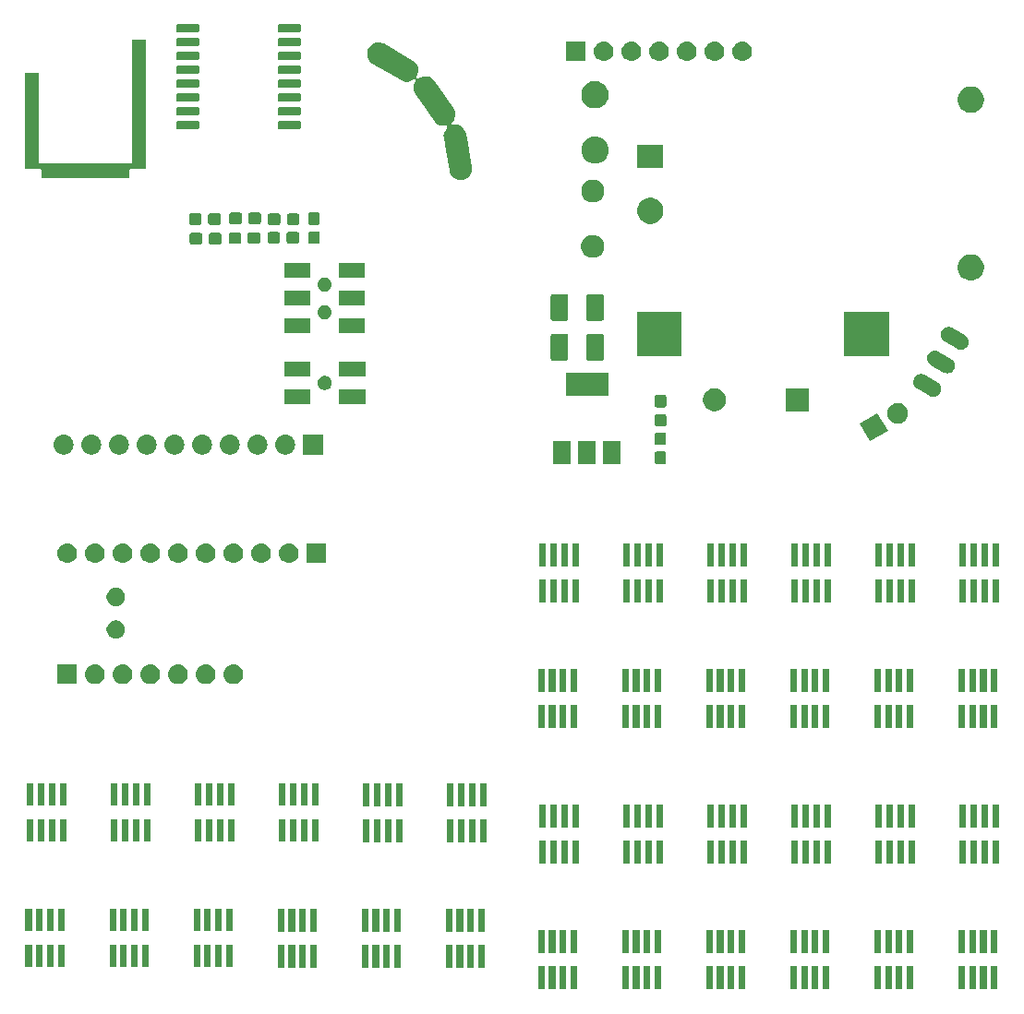
<source format=gts>
%MOIN*%
%OFA0B0*%
%FSLAX46Y46*%
%IPPOS*%
%LPD*%
%ADD10C,0.0039370078740157488*%
%ADD21C,0.0039370078740157488*%
%ADD22C,0.0039370078740157488*%
%ADD23C,0.0039370078740157488*%
D10*
G36*
X0000767418Y0001400491D02*
G01*
X0000770024Y0001400234D01*
X0000776711Y0001398206D01*
X0000782873Y0001394912D01*
X0000784280Y0001393757D01*
X0000788275Y0001390479D01*
X0000791553Y0001386485D01*
X0000792707Y0001385078D01*
X0000796001Y0001378915D01*
X0000798030Y0001372229D01*
X0000798714Y0001365275D01*
X0000798030Y0001358321D01*
X0000796001Y0001351635D01*
X0000792707Y0001345472D01*
X0000791553Y0001344065D01*
X0000788275Y0001340071D01*
X0000784280Y0001336793D01*
X0000782873Y0001335638D01*
X0000776711Y0001332344D01*
X0000770024Y0001330316D01*
X0000767418Y0001330059D01*
X0000764813Y0001329803D01*
X0000761328Y0001329803D01*
X0000758722Y0001330059D01*
X0000756117Y0001330316D01*
X0000749430Y0001332344D01*
X0000743268Y0001335638D01*
X0000741861Y0001336793D01*
X0000737866Y0001340071D01*
X0000734588Y0001344065D01*
X0000733433Y0001345472D01*
X0000730140Y0001351635D01*
X0000728111Y0001358321D01*
X0000727426Y0001365275D01*
X0000728111Y0001372229D01*
X0000730140Y0001378915D01*
X0000733433Y0001385078D01*
X0000734588Y0001386485D01*
X0000737866Y0001390479D01*
X0000741861Y0001393757D01*
X0000743268Y0001394912D01*
X0000749430Y0001398206D01*
X0000756117Y0001400234D01*
X0000758722Y0001400491D01*
X0000761328Y0001400747D01*
X0000764813Y0001400747D01*
X0000767418Y0001400491D01*
X0000767418Y0001400491D01*
G37*
G36*
X0000867418Y0001400491D02*
G01*
X0000870024Y0001400234D01*
X0000876711Y0001398206D01*
X0000882873Y0001394912D01*
X0000884280Y0001393757D01*
X0000888275Y0001390479D01*
X0000891553Y0001386485D01*
X0000892707Y0001385078D01*
X0000896001Y0001378915D01*
X0000898030Y0001372229D01*
X0000898714Y0001365275D01*
X0000898030Y0001358321D01*
X0000896001Y0001351635D01*
X0000892707Y0001345472D01*
X0000891553Y0001344065D01*
X0000888275Y0001340071D01*
X0000884280Y0001336793D01*
X0000882873Y0001335638D01*
X0000876711Y0001332344D01*
X0000870024Y0001330316D01*
X0000867418Y0001330059D01*
X0000864813Y0001329803D01*
X0000861328Y0001329803D01*
X0000858722Y0001330059D01*
X0000856117Y0001330316D01*
X0000849430Y0001332344D01*
X0000843268Y0001335638D01*
X0000841861Y0001336793D01*
X0000837866Y0001340071D01*
X0000834588Y0001344065D01*
X0000833433Y0001345472D01*
X0000830140Y0001351635D01*
X0000828111Y0001358321D01*
X0000827426Y0001365275D01*
X0000828111Y0001372229D01*
X0000830140Y0001378915D01*
X0000833433Y0001385078D01*
X0000834588Y0001386485D01*
X0000837866Y0001390479D01*
X0000841861Y0001393757D01*
X0000843268Y0001394912D01*
X0000849430Y0001398206D01*
X0000856117Y0001400234D01*
X0000858722Y0001400491D01*
X0000861328Y0001400747D01*
X0000864813Y0001400747D01*
X0000867418Y0001400491D01*
X0000867418Y0001400491D01*
G37*
G36*
X0000967418Y0001400491D02*
G01*
X0000970024Y0001400234D01*
X0000976711Y0001398206D01*
X0000982873Y0001394912D01*
X0000984280Y0001393757D01*
X0000988275Y0001390479D01*
X0000991553Y0001386485D01*
X0000992707Y0001385078D01*
X0000996001Y0001378915D01*
X0000998030Y0001372229D01*
X0000998714Y0001365275D01*
X0000998030Y0001358321D01*
X0000996001Y0001351635D01*
X0000992707Y0001345472D01*
X0000991553Y0001344065D01*
X0000988275Y0001340071D01*
X0000984280Y0001336793D01*
X0000982873Y0001335638D01*
X0000976711Y0001332344D01*
X0000970024Y0001330316D01*
X0000967418Y0001330059D01*
X0000964813Y0001329803D01*
X0000961328Y0001329803D01*
X0000958722Y0001330059D01*
X0000956117Y0001330316D01*
X0000949430Y0001332344D01*
X0000943268Y0001335638D01*
X0000941861Y0001336793D01*
X0000937866Y0001340071D01*
X0000934588Y0001344065D01*
X0000933433Y0001345472D01*
X0000930140Y0001351635D01*
X0000928111Y0001358321D01*
X0000927426Y0001365275D01*
X0000928111Y0001372229D01*
X0000930140Y0001378915D01*
X0000933433Y0001385078D01*
X0000934588Y0001386485D01*
X0000937866Y0001390479D01*
X0000941861Y0001393757D01*
X0000943268Y0001394912D01*
X0000949430Y0001398206D01*
X0000956117Y0001400234D01*
X0000958722Y0001400491D01*
X0000961328Y0001400747D01*
X0000964813Y0001400747D01*
X0000967418Y0001400491D01*
X0000967418Y0001400491D01*
G37*
G36*
X0000398543Y0001329803D02*
G01*
X0000327598Y0001329803D01*
X0000327598Y0001400747D01*
X0000398543Y0001400747D01*
X0000398543Y0001329803D01*
X0000398543Y0001329803D01*
G37*
G36*
X0000567418Y0001400491D02*
G01*
X0000570024Y0001400234D01*
X0000576711Y0001398206D01*
X0000582873Y0001394912D01*
X0000584280Y0001393757D01*
X0000588275Y0001390479D01*
X0000591553Y0001386485D01*
X0000592707Y0001385078D01*
X0000596001Y0001378915D01*
X0000598030Y0001372229D01*
X0000598714Y0001365275D01*
X0000598030Y0001358321D01*
X0000596001Y0001351635D01*
X0000592707Y0001345472D01*
X0000591553Y0001344065D01*
X0000588275Y0001340071D01*
X0000584280Y0001336793D01*
X0000582873Y0001335638D01*
X0000576711Y0001332344D01*
X0000570024Y0001330316D01*
X0000567418Y0001330059D01*
X0000564813Y0001329803D01*
X0000561328Y0001329803D01*
X0000558722Y0001330059D01*
X0000556117Y0001330316D01*
X0000549430Y0001332344D01*
X0000543268Y0001335638D01*
X0000541861Y0001336793D01*
X0000537866Y0001340071D01*
X0000534588Y0001344065D01*
X0000533433Y0001345472D01*
X0000530140Y0001351635D01*
X0000528111Y0001358321D01*
X0000527426Y0001365275D01*
X0000528111Y0001372229D01*
X0000530140Y0001378915D01*
X0000533433Y0001385078D01*
X0000534588Y0001386485D01*
X0000537866Y0001390479D01*
X0000541861Y0001393757D01*
X0000543268Y0001394912D01*
X0000549430Y0001398206D01*
X0000556117Y0001400234D01*
X0000558722Y0001400491D01*
X0000561328Y0001400747D01*
X0000564813Y0001400747D01*
X0000567418Y0001400491D01*
X0000567418Y0001400491D01*
G37*
G36*
X0000667418Y0001400491D02*
G01*
X0000670024Y0001400234D01*
X0000676711Y0001398206D01*
X0000682873Y0001394912D01*
X0000684280Y0001393757D01*
X0000688275Y0001390479D01*
X0000691553Y0001386485D01*
X0000692707Y0001385078D01*
X0000696001Y0001378915D01*
X0000698030Y0001372229D01*
X0000698714Y0001365275D01*
X0000698030Y0001358321D01*
X0000696001Y0001351635D01*
X0000692707Y0001345472D01*
X0000691553Y0001344065D01*
X0000688275Y0001340071D01*
X0000684280Y0001336793D01*
X0000682873Y0001335638D01*
X0000676711Y0001332344D01*
X0000670024Y0001330316D01*
X0000667418Y0001330059D01*
X0000664813Y0001329803D01*
X0000661328Y0001329803D01*
X0000658722Y0001330059D01*
X0000656117Y0001330316D01*
X0000649430Y0001332344D01*
X0000643268Y0001335638D01*
X0000641861Y0001336793D01*
X0000637866Y0001340071D01*
X0000634588Y0001344065D01*
X0000633433Y0001345472D01*
X0000630140Y0001351635D01*
X0000628111Y0001358321D01*
X0000627426Y0001365275D01*
X0000628111Y0001372229D01*
X0000630140Y0001378915D01*
X0000633433Y0001385078D01*
X0000634588Y0001386485D01*
X0000637866Y0001390479D01*
X0000641861Y0001393757D01*
X0000643268Y0001394912D01*
X0000649430Y0001398206D01*
X0000656117Y0001400234D01*
X0000658722Y0001400491D01*
X0000661328Y0001400747D01*
X0000664813Y0001400747D01*
X0000667418Y0001400491D01*
X0000667418Y0001400491D01*
G37*
G36*
X0000467418Y0001400491D02*
G01*
X0000470024Y0001400234D01*
X0000476711Y0001398206D01*
X0000482873Y0001394912D01*
X0000484280Y0001393757D01*
X0000488275Y0001390479D01*
X0000491553Y0001386485D01*
X0000492707Y0001385078D01*
X0000496001Y0001378915D01*
X0000498030Y0001372229D01*
X0000498714Y0001365275D01*
X0000498030Y0001358321D01*
X0000496001Y0001351635D01*
X0000492707Y0001345472D01*
X0000491553Y0001344065D01*
X0000488275Y0001340071D01*
X0000484280Y0001336793D01*
X0000482873Y0001335638D01*
X0000476711Y0001332344D01*
X0000470024Y0001330316D01*
X0000467418Y0001330059D01*
X0000464813Y0001329803D01*
X0000461328Y0001329803D01*
X0000458722Y0001330059D01*
X0000456117Y0001330316D01*
X0000449430Y0001332344D01*
X0000443268Y0001335638D01*
X0000441861Y0001336793D01*
X0000437866Y0001340071D01*
X0000434588Y0001344065D01*
X0000433433Y0001345472D01*
X0000430140Y0001351635D01*
X0000428111Y0001358321D01*
X0000427426Y0001365275D01*
X0000428111Y0001372229D01*
X0000430140Y0001378915D01*
X0000433433Y0001385078D01*
X0000434588Y0001386485D01*
X0000437866Y0001390479D01*
X0000441861Y0001393757D01*
X0000443268Y0001394912D01*
X0000449430Y0001398206D01*
X0000456117Y0001400234D01*
X0000458722Y0001400491D01*
X0000461328Y0001400747D01*
X0000464813Y0001400747D01*
X0000467418Y0001400491D01*
X0000467418Y0001400491D01*
G37*
G36*
X0000548316Y0001559027D02*
G01*
X0000554413Y0001556501D01*
X0000559900Y0001552835D01*
X0000564567Y0001548168D01*
X0000568234Y0001542681D01*
X0000570759Y0001536583D01*
X0000572047Y0001530110D01*
X0000572047Y0001523511D01*
X0000570759Y0001517038D01*
X0000568234Y0001510940D01*
X0000564567Y0001505453D01*
X0000559900Y0001500786D01*
X0000554413Y0001497120D01*
X0000548316Y0001494594D01*
X0000541843Y0001493307D01*
X0000535243Y0001493307D01*
X0000528770Y0001494594D01*
X0000522673Y0001497120D01*
X0000517185Y0001500786D01*
X0000512519Y0001505453D01*
X0000508852Y0001510940D01*
X0000506326Y0001517038D01*
X0000505039Y0001523511D01*
X0000505039Y0001530110D01*
X0000506326Y0001536583D01*
X0000508852Y0001542681D01*
X0000512519Y0001548168D01*
X0000517185Y0001552835D01*
X0000522673Y0001556501D01*
X0000528770Y0001559027D01*
X0000535243Y0001560314D01*
X0000541843Y0001560314D01*
X0000548316Y0001559027D01*
X0000548316Y0001559027D01*
G37*
G36*
X0000548316Y0001677137D02*
G01*
X0000554413Y0001674612D01*
X0000559900Y0001670945D01*
X0000564567Y0001666278D01*
X0000568234Y0001660791D01*
X0000570759Y0001654694D01*
X0000572047Y0001648221D01*
X0000572047Y0001641621D01*
X0000570759Y0001635148D01*
X0000568234Y0001629051D01*
X0000564567Y0001623563D01*
X0000559900Y0001618897D01*
X0000554413Y0001615230D01*
X0000548316Y0001612704D01*
X0000541843Y0001611417D01*
X0000535243Y0001611417D01*
X0000528770Y0001612704D01*
X0000522673Y0001615230D01*
X0000517185Y0001618897D01*
X0000512519Y0001623563D01*
X0000508852Y0001629051D01*
X0000506326Y0001635148D01*
X0000505039Y0001641621D01*
X0000505039Y0001648221D01*
X0000506326Y0001654694D01*
X0000508852Y0001660791D01*
X0000512519Y0001666278D01*
X0000517185Y0001670945D01*
X0000522673Y0001674612D01*
X0000528770Y0001677137D01*
X0000535243Y0001678425D01*
X0000541843Y0001678425D01*
X0000548316Y0001677137D01*
X0000548316Y0001677137D01*
G37*
G36*
X0000767419Y0001838286D02*
G01*
X0000770024Y0001838030D01*
X0000776711Y0001836001D01*
X0000782873Y0001832707D01*
X0000784280Y0001831553D01*
X0000788275Y0001828275D01*
X0000791553Y0001824280D01*
X0000792707Y0001822873D01*
X0000796001Y0001816711D01*
X0000798030Y0001810024D01*
X0000798714Y0001803070D01*
X0000798030Y0001796117D01*
X0000796001Y0001789430D01*
X0000792707Y0001783268D01*
X0000791553Y0001781861D01*
X0000788275Y0001777866D01*
X0000784280Y0001774588D01*
X0000782873Y0001773433D01*
X0000776711Y0001770140D01*
X0000770024Y0001768111D01*
X0000767419Y0001767855D01*
X0000764813Y0001767598D01*
X0000761328Y0001767598D01*
X0000758722Y0001767855D01*
X0000756117Y0001768111D01*
X0000749430Y0001770140D01*
X0000743268Y0001773433D01*
X0000741861Y0001774588D01*
X0000737866Y0001777866D01*
X0000734588Y0001781861D01*
X0000733433Y0001783268D01*
X0000730140Y0001789430D01*
X0000728111Y0001796117D01*
X0000727426Y0001803070D01*
X0000728111Y0001810024D01*
X0000730140Y0001816711D01*
X0000733433Y0001822873D01*
X0000734588Y0001824280D01*
X0000737866Y0001828275D01*
X0000741861Y0001831553D01*
X0000743268Y0001832707D01*
X0000749430Y0001836001D01*
X0000756117Y0001838030D01*
X0000758722Y0001838286D01*
X0000761328Y0001838543D01*
X0000764813Y0001838543D01*
X0000767419Y0001838286D01*
X0000767419Y0001838286D01*
G37*
G36*
X0000367419Y0001838286D02*
G01*
X0000370024Y0001838030D01*
X0000376711Y0001836001D01*
X0000382873Y0001832707D01*
X0000384280Y0001831553D01*
X0000388275Y0001828275D01*
X0000391553Y0001824280D01*
X0000392707Y0001822873D01*
X0000396001Y0001816711D01*
X0000398030Y0001810024D01*
X0000398714Y0001803070D01*
X0000398030Y0001796117D01*
X0000396001Y0001789430D01*
X0000392707Y0001783268D01*
X0000391553Y0001781861D01*
X0000388275Y0001777866D01*
X0000384280Y0001774588D01*
X0000382873Y0001773433D01*
X0000376711Y0001770140D01*
X0000370024Y0001768111D01*
X0000367419Y0001767855D01*
X0000364813Y0001767598D01*
X0000361328Y0001767598D01*
X0000358722Y0001767855D01*
X0000356117Y0001768111D01*
X0000349430Y0001770140D01*
X0000343268Y0001773433D01*
X0000341861Y0001774588D01*
X0000337866Y0001777866D01*
X0000334588Y0001781861D01*
X0000333433Y0001783268D01*
X0000330140Y0001789430D01*
X0000328111Y0001796117D01*
X0000327426Y0001803070D01*
X0000328111Y0001810024D01*
X0000330140Y0001816711D01*
X0000333433Y0001822873D01*
X0000334588Y0001824280D01*
X0000337866Y0001828275D01*
X0000341861Y0001831553D01*
X0000343268Y0001832707D01*
X0000349430Y0001836001D01*
X0000356117Y0001838030D01*
X0000358722Y0001838286D01*
X0000361328Y0001838543D01*
X0000364813Y0001838543D01*
X0000367419Y0001838286D01*
X0000367419Y0001838286D01*
G37*
G36*
X0000467419Y0001838286D02*
G01*
X0000470024Y0001838030D01*
X0000476711Y0001836001D01*
X0000482873Y0001832707D01*
X0000484280Y0001831553D01*
X0000488275Y0001828275D01*
X0000491553Y0001824280D01*
X0000492707Y0001822873D01*
X0000496001Y0001816711D01*
X0000498030Y0001810024D01*
X0000498714Y0001803070D01*
X0000498030Y0001796117D01*
X0000496001Y0001789430D01*
X0000492707Y0001783268D01*
X0000491553Y0001781861D01*
X0000488275Y0001777866D01*
X0000484280Y0001774588D01*
X0000482873Y0001773433D01*
X0000476711Y0001770140D01*
X0000470024Y0001768111D01*
X0000467419Y0001767855D01*
X0000464813Y0001767598D01*
X0000461328Y0001767598D01*
X0000458722Y0001767855D01*
X0000456117Y0001768111D01*
X0000449430Y0001770140D01*
X0000443268Y0001773433D01*
X0000441861Y0001774588D01*
X0000437866Y0001777866D01*
X0000434588Y0001781861D01*
X0000433433Y0001783268D01*
X0000430140Y0001789430D01*
X0000428111Y0001796117D01*
X0000427426Y0001803070D01*
X0000428111Y0001810024D01*
X0000430140Y0001816711D01*
X0000433433Y0001822873D01*
X0000434588Y0001824280D01*
X0000437866Y0001828275D01*
X0000441861Y0001831553D01*
X0000443268Y0001832707D01*
X0000449430Y0001836001D01*
X0000456117Y0001838030D01*
X0000458722Y0001838286D01*
X0000461328Y0001838543D01*
X0000464813Y0001838543D01*
X0000467419Y0001838286D01*
X0000467419Y0001838286D01*
G37*
G36*
X0000867419Y0001838286D02*
G01*
X0000870024Y0001838030D01*
X0000876711Y0001836001D01*
X0000882873Y0001832707D01*
X0000884280Y0001831553D01*
X0000888275Y0001828275D01*
X0000891553Y0001824280D01*
X0000892707Y0001822873D01*
X0000896001Y0001816711D01*
X0000898030Y0001810024D01*
X0000898714Y0001803070D01*
X0000898030Y0001796117D01*
X0000896001Y0001789430D01*
X0000892707Y0001783268D01*
X0000891553Y0001781861D01*
X0000888275Y0001777866D01*
X0000884280Y0001774588D01*
X0000882873Y0001773433D01*
X0000876711Y0001770140D01*
X0000870024Y0001768111D01*
X0000867419Y0001767855D01*
X0000864813Y0001767598D01*
X0000861328Y0001767598D01*
X0000858722Y0001767855D01*
X0000856117Y0001768111D01*
X0000849430Y0001770140D01*
X0000843268Y0001773433D01*
X0000841861Y0001774588D01*
X0000837866Y0001777866D01*
X0000834588Y0001781861D01*
X0000833433Y0001783268D01*
X0000830140Y0001789430D01*
X0000828111Y0001796117D01*
X0000827426Y0001803070D01*
X0000828111Y0001810024D01*
X0000830140Y0001816711D01*
X0000833433Y0001822873D01*
X0000834588Y0001824280D01*
X0000837866Y0001828275D01*
X0000841861Y0001831553D01*
X0000843268Y0001832707D01*
X0000849430Y0001836001D01*
X0000856117Y0001838030D01*
X0000858722Y0001838286D01*
X0000861328Y0001838543D01*
X0000864813Y0001838543D01*
X0000867419Y0001838286D01*
X0000867419Y0001838286D01*
G37*
G36*
X0000967418Y0001838286D02*
G01*
X0000970024Y0001838030D01*
X0000976711Y0001836001D01*
X0000982873Y0001832707D01*
X0000984280Y0001831553D01*
X0000988275Y0001828275D01*
X0000991553Y0001824280D01*
X0000992707Y0001822873D01*
X0000996001Y0001816711D01*
X0000998030Y0001810024D01*
X0000998714Y0001803070D01*
X0000998030Y0001796117D01*
X0000996001Y0001789430D01*
X0000992707Y0001783268D01*
X0000991553Y0001781861D01*
X0000988275Y0001777866D01*
X0000984280Y0001774588D01*
X0000982873Y0001773433D01*
X0000976711Y0001770140D01*
X0000970024Y0001768111D01*
X0000967418Y0001767855D01*
X0000964813Y0001767598D01*
X0000961328Y0001767598D01*
X0000958722Y0001767855D01*
X0000956117Y0001768111D01*
X0000949430Y0001770140D01*
X0000943268Y0001773433D01*
X0000941861Y0001774588D01*
X0000937866Y0001777866D01*
X0000934588Y0001781861D01*
X0000933433Y0001783268D01*
X0000930140Y0001789430D01*
X0000928111Y0001796117D01*
X0000927426Y0001803070D01*
X0000928111Y0001810024D01*
X0000930140Y0001816711D01*
X0000933433Y0001822873D01*
X0000934588Y0001824280D01*
X0000937866Y0001828275D01*
X0000941861Y0001831553D01*
X0000943268Y0001832707D01*
X0000949430Y0001836001D01*
X0000956117Y0001838030D01*
X0000958722Y0001838286D01*
X0000961328Y0001838543D01*
X0000964813Y0001838543D01*
X0000967418Y0001838286D01*
X0000967418Y0001838286D01*
G37*
G36*
X0001067419Y0001838286D02*
G01*
X0001070024Y0001838030D01*
X0001076711Y0001836001D01*
X0001082873Y0001832707D01*
X0001084280Y0001831553D01*
X0001088275Y0001828275D01*
X0001091553Y0001824280D01*
X0001092707Y0001822873D01*
X0001096001Y0001816711D01*
X0001098030Y0001810024D01*
X0001098714Y0001803070D01*
X0001098030Y0001796117D01*
X0001096001Y0001789430D01*
X0001092707Y0001783268D01*
X0001091553Y0001781861D01*
X0001088275Y0001777866D01*
X0001084280Y0001774588D01*
X0001082873Y0001773433D01*
X0001076711Y0001770140D01*
X0001070024Y0001768111D01*
X0001067419Y0001767855D01*
X0001064813Y0001767598D01*
X0001061328Y0001767598D01*
X0001058722Y0001767855D01*
X0001056117Y0001768111D01*
X0001049430Y0001770140D01*
X0001043268Y0001773433D01*
X0001041861Y0001774588D01*
X0001037866Y0001777866D01*
X0001034588Y0001781861D01*
X0001033433Y0001783268D01*
X0001030140Y0001789430D01*
X0001028111Y0001796117D01*
X0001027426Y0001803070D01*
X0001028111Y0001810024D01*
X0001030140Y0001816711D01*
X0001033433Y0001822873D01*
X0001034588Y0001824280D01*
X0001037866Y0001828275D01*
X0001041861Y0001831553D01*
X0001043268Y0001832707D01*
X0001049430Y0001836001D01*
X0001056117Y0001838030D01*
X0001058722Y0001838286D01*
X0001061328Y0001838543D01*
X0001064813Y0001838543D01*
X0001067419Y0001838286D01*
X0001067419Y0001838286D01*
G37*
G36*
X0001167419Y0001838286D02*
G01*
X0001170024Y0001838030D01*
X0001176711Y0001836001D01*
X0001182873Y0001832707D01*
X0001184280Y0001831553D01*
X0001188275Y0001828275D01*
X0001191553Y0001824280D01*
X0001192707Y0001822873D01*
X0001196001Y0001816711D01*
X0001198030Y0001810024D01*
X0001198714Y0001803070D01*
X0001198030Y0001796117D01*
X0001196001Y0001789430D01*
X0001192707Y0001783268D01*
X0001191553Y0001781861D01*
X0001188275Y0001777866D01*
X0001184280Y0001774588D01*
X0001182873Y0001773433D01*
X0001176711Y0001770140D01*
X0001170024Y0001768111D01*
X0001167419Y0001767855D01*
X0001164813Y0001767598D01*
X0001161328Y0001767598D01*
X0001158722Y0001767855D01*
X0001156117Y0001768111D01*
X0001149430Y0001770140D01*
X0001143268Y0001773433D01*
X0001141861Y0001774588D01*
X0001137866Y0001777866D01*
X0001134588Y0001781861D01*
X0001133433Y0001783268D01*
X0001130140Y0001789430D01*
X0001128111Y0001796117D01*
X0001127426Y0001803070D01*
X0001128111Y0001810024D01*
X0001130140Y0001816711D01*
X0001133433Y0001822873D01*
X0001134588Y0001824280D01*
X0001137866Y0001828275D01*
X0001141861Y0001831553D01*
X0001143268Y0001832707D01*
X0001149430Y0001836001D01*
X0001156117Y0001838030D01*
X0001158722Y0001838286D01*
X0001161328Y0001838543D01*
X0001164813Y0001838543D01*
X0001167419Y0001838286D01*
X0001167419Y0001838286D01*
G37*
G36*
X0001298543Y0001767598D02*
G01*
X0001227598Y0001767598D01*
X0001227598Y0001838543D01*
X0001298543Y0001838543D01*
X0001298543Y0001767598D01*
X0001298543Y0001767598D01*
G37*
G36*
X0000667418Y0001838286D02*
G01*
X0000670024Y0001838030D01*
X0000676711Y0001836001D01*
X0000682873Y0001832707D01*
X0000684280Y0001831553D01*
X0000688275Y0001828275D01*
X0000691553Y0001824280D01*
X0000692707Y0001822873D01*
X0000696001Y0001816711D01*
X0000698030Y0001810024D01*
X0000698714Y0001803070D01*
X0000698030Y0001796117D01*
X0000696001Y0001789430D01*
X0000692707Y0001783268D01*
X0000691553Y0001781861D01*
X0000688275Y0001777866D01*
X0000684280Y0001774588D01*
X0000682873Y0001773433D01*
X0000676711Y0001770140D01*
X0000670024Y0001768111D01*
X0000667418Y0001767855D01*
X0000664813Y0001767598D01*
X0000661328Y0001767598D01*
X0000658722Y0001767855D01*
X0000656117Y0001768111D01*
X0000649430Y0001770140D01*
X0000643268Y0001773433D01*
X0000641861Y0001774588D01*
X0000637866Y0001777866D01*
X0000634588Y0001781861D01*
X0000633433Y0001783268D01*
X0000630140Y0001789430D01*
X0000628111Y0001796117D01*
X0000627426Y0001803070D01*
X0000628111Y0001810024D01*
X0000630140Y0001816711D01*
X0000633433Y0001822873D01*
X0000634588Y0001824280D01*
X0000637866Y0001828275D01*
X0000641861Y0001831553D01*
X0000643268Y0001832707D01*
X0000649430Y0001836001D01*
X0000656117Y0001838030D01*
X0000658722Y0001838286D01*
X0000661328Y0001838543D01*
X0000664813Y0001838543D01*
X0000667418Y0001838286D01*
X0000667418Y0001838286D01*
G37*
G36*
X0000567418Y0001838286D02*
G01*
X0000570024Y0001838030D01*
X0000576711Y0001836001D01*
X0000582873Y0001832707D01*
X0000584280Y0001831553D01*
X0000588275Y0001828275D01*
X0000591553Y0001824280D01*
X0000592707Y0001822873D01*
X0000596001Y0001816711D01*
X0000598030Y0001810024D01*
X0000598714Y0001803070D01*
X0000598030Y0001796117D01*
X0000596001Y0001789430D01*
X0000592707Y0001783268D01*
X0000591553Y0001781861D01*
X0000588275Y0001777866D01*
X0000584280Y0001774588D01*
X0000582873Y0001773433D01*
X0000576711Y0001770140D01*
X0000570024Y0001768111D01*
X0000567418Y0001767855D01*
X0000564813Y0001767598D01*
X0000561328Y0001767598D01*
X0000558722Y0001767855D01*
X0000556117Y0001768111D01*
X0000549430Y0001770140D01*
X0000543268Y0001773433D01*
X0000541861Y0001774588D01*
X0000537866Y0001777866D01*
X0000534588Y0001781861D01*
X0000533433Y0001783268D01*
X0000530140Y0001789430D01*
X0000528111Y0001796117D01*
X0000527426Y0001803070D01*
X0000528111Y0001810024D01*
X0000530140Y0001816711D01*
X0000533433Y0001822873D01*
X0000534588Y0001824280D01*
X0000537866Y0001828275D01*
X0000541861Y0001831553D01*
X0000543268Y0001832707D01*
X0000549430Y0001836001D01*
X0000556117Y0001838030D01*
X0000558722Y0001838286D01*
X0000561328Y0001838543D01*
X0000564813Y0001838543D01*
X0000567418Y0001838286D01*
X0000567418Y0001838286D01*
G37*
G36*
X0002361102Y0002123976D02*
G01*
X0002298031Y0002123976D01*
X0002298031Y0002206732D01*
X0002361102Y0002206732D01*
X0002361102Y0002123976D01*
X0002361102Y0002123976D01*
G37*
G36*
X0002270551Y0002123976D02*
G01*
X0002207480Y0002123976D01*
X0002207480Y0002206732D01*
X0002270551Y0002206732D01*
X0002270551Y0002123976D01*
X0002270551Y0002123976D01*
G37*
G36*
X0002180000Y0002123976D02*
G01*
X0002116929Y0002123976D01*
X0002116929Y0002206732D01*
X0002180000Y0002206732D01*
X0002180000Y0002123976D01*
X0002180000Y0002123976D01*
G37*
G36*
X0002518838Y0002170218D02*
G01*
X0002520314Y0002169770D01*
X0002521675Y0002169043D01*
X0002522867Y0002168064D01*
X0002523846Y0002166872D01*
X0002524573Y0002165511D01*
X0002525021Y0002164035D01*
X0002525196Y0002162258D01*
X0002525196Y0002133174D01*
X0002525021Y0002131397D01*
X0002524573Y0002129921D01*
X0002523846Y0002128560D01*
X0002522867Y0002127368D01*
X0002521675Y0002126389D01*
X0002520314Y0002125662D01*
X0002518838Y0002125214D01*
X0002517061Y0002125039D01*
X0002491914Y0002125039D01*
X0002490137Y0002125214D01*
X0002488661Y0002125662D01*
X0002487301Y0002126389D01*
X0002486108Y0002127368D01*
X0002485129Y0002128560D01*
X0002484402Y0002129921D01*
X0002483954Y0002131397D01*
X0002483779Y0002133174D01*
X0002483779Y0002162258D01*
X0002483954Y0002164035D01*
X0002484402Y0002165511D01*
X0002485129Y0002166872D01*
X0002486108Y0002168064D01*
X0002487301Y0002169043D01*
X0002488661Y0002169770D01*
X0002490137Y0002170218D01*
X0002491914Y0002170393D01*
X0002517061Y0002170393D01*
X0002518838Y0002170218D01*
X0002518838Y0002170218D01*
G37*
G36*
X0000854544Y0002230058D02*
G01*
X0000857150Y0002229801D01*
X0000863837Y0002227773D01*
X0000869999Y0002224479D01*
X0000871406Y0002223324D01*
X0000875401Y0002220046D01*
X0000878679Y0002216052D01*
X0000879833Y0002214645D01*
X0000883127Y0002208482D01*
X0000885156Y0002201796D01*
X0000885840Y0002194842D01*
X0000885156Y0002187888D01*
X0000883127Y0002181202D01*
X0000879833Y0002175039D01*
X0000878679Y0002173632D01*
X0000875401Y0002169638D01*
X0000871406Y0002166360D01*
X0000869999Y0002165205D01*
X0000869999Y0002165205D01*
X0000864113Y0002162059D01*
X0000863837Y0002161911D01*
X0000857150Y0002159883D01*
X0000854545Y0002159626D01*
X0000851939Y0002159370D01*
X0000848454Y0002159370D01*
X0000845848Y0002159626D01*
X0000843243Y0002159883D01*
X0000836556Y0002161911D01*
X0000836280Y0002162059D01*
X0000830394Y0002165205D01*
X0000830394Y0002165205D01*
X0000828987Y0002166360D01*
X0000824992Y0002169638D01*
X0000821714Y0002173632D01*
X0000820559Y0002175039D01*
X0000817265Y0002181202D01*
X0000815237Y0002187888D01*
X0000814552Y0002194842D01*
X0000815237Y0002201796D01*
X0000817265Y0002208482D01*
X0000820559Y0002214645D01*
X0000821714Y0002216052D01*
X0000824992Y0002220046D01*
X0000828987Y0002223324D01*
X0000830394Y0002224479D01*
X0000836556Y0002227773D01*
X0000843243Y0002229801D01*
X0000845848Y0002230058D01*
X0000848454Y0002230314D01*
X0000851939Y0002230314D01*
X0000854544Y0002230058D01*
X0000854544Y0002230058D01*
G37*
G36*
X0000954544Y0002230058D02*
G01*
X0000957150Y0002229801D01*
X0000963837Y0002227773D01*
X0000969999Y0002224479D01*
X0000971406Y0002223324D01*
X0000975400Y0002220046D01*
X0000978679Y0002216052D01*
X0000979833Y0002214645D01*
X0000983127Y0002208482D01*
X0000985156Y0002201796D01*
X0000985840Y0002194842D01*
X0000985156Y0002187888D01*
X0000983127Y0002181202D01*
X0000979833Y0002175039D01*
X0000978679Y0002173632D01*
X0000975400Y0002169638D01*
X0000971406Y0002166360D01*
X0000969999Y0002165205D01*
X0000969999Y0002165205D01*
X0000964113Y0002162059D01*
X0000963837Y0002161911D01*
X0000957150Y0002159883D01*
X0000954544Y0002159626D01*
X0000951939Y0002159370D01*
X0000948454Y0002159370D01*
X0000945848Y0002159626D01*
X0000943242Y0002159883D01*
X0000936556Y0002161911D01*
X0000936280Y0002162059D01*
X0000930394Y0002165205D01*
X0000930394Y0002165205D01*
X0000928987Y0002166360D01*
X0000924992Y0002169638D01*
X0000921714Y0002173632D01*
X0000920559Y0002175039D01*
X0000917265Y0002181202D01*
X0000915237Y0002187888D01*
X0000914552Y0002194842D01*
X0000915237Y0002201796D01*
X0000917265Y0002208482D01*
X0000920559Y0002214645D01*
X0000921714Y0002216052D01*
X0000924992Y0002220046D01*
X0000928987Y0002223324D01*
X0000930394Y0002224479D01*
X0000936556Y0002227773D01*
X0000943242Y0002229801D01*
X0000945848Y0002230058D01*
X0000948454Y0002230314D01*
X0000951939Y0002230314D01*
X0000954544Y0002230058D01*
X0000954544Y0002230058D01*
G37*
G36*
X0000754544Y0002230058D02*
G01*
X0000757150Y0002229801D01*
X0000763837Y0002227773D01*
X0000769999Y0002224479D01*
X0000771406Y0002223324D01*
X0000775401Y0002220046D01*
X0000778679Y0002216052D01*
X0000779833Y0002214645D01*
X0000783127Y0002208482D01*
X0000785155Y0002201796D01*
X0000785840Y0002194842D01*
X0000785155Y0002187888D01*
X0000783127Y0002181202D01*
X0000779833Y0002175039D01*
X0000778679Y0002173632D01*
X0000775401Y0002169638D01*
X0000771406Y0002166360D01*
X0000769999Y0002165205D01*
X0000769999Y0002165205D01*
X0000764113Y0002162059D01*
X0000763837Y0002161911D01*
X0000757150Y0002159883D01*
X0000754545Y0002159626D01*
X0000751939Y0002159370D01*
X0000748454Y0002159370D01*
X0000745848Y0002159626D01*
X0000743243Y0002159883D01*
X0000736556Y0002161911D01*
X0000736280Y0002162059D01*
X0000730394Y0002165205D01*
X0000730394Y0002165205D01*
X0000728987Y0002166360D01*
X0000724992Y0002169638D01*
X0000721714Y0002173632D01*
X0000720559Y0002175039D01*
X0000717266Y0002181202D01*
X0000715237Y0002187888D01*
X0000714552Y0002194842D01*
X0000715237Y0002201796D01*
X0000717266Y0002208482D01*
X0000720559Y0002214645D01*
X0000721714Y0002216052D01*
X0000724992Y0002220046D01*
X0000728987Y0002223324D01*
X0000730394Y0002224479D01*
X0000736556Y0002227773D01*
X0000743243Y0002229801D01*
X0000745848Y0002230058D01*
X0000748454Y0002230314D01*
X0000751939Y0002230314D01*
X0000754544Y0002230058D01*
X0000754544Y0002230058D01*
G37*
G36*
X0000554544Y0002230058D02*
G01*
X0000557150Y0002229801D01*
X0000563837Y0002227773D01*
X0000569999Y0002224479D01*
X0000571406Y0002223324D01*
X0000575400Y0002220046D01*
X0000578679Y0002216052D01*
X0000579833Y0002214645D01*
X0000583127Y0002208482D01*
X0000585156Y0002201796D01*
X0000585840Y0002194842D01*
X0000585156Y0002187888D01*
X0000583127Y0002181202D01*
X0000579833Y0002175039D01*
X0000578679Y0002173632D01*
X0000575400Y0002169638D01*
X0000571406Y0002166360D01*
X0000569999Y0002165205D01*
X0000569999Y0002165205D01*
X0000564113Y0002162059D01*
X0000563837Y0002161911D01*
X0000557150Y0002159883D01*
X0000554544Y0002159626D01*
X0000551939Y0002159370D01*
X0000548454Y0002159370D01*
X0000545848Y0002159626D01*
X0000543242Y0002159883D01*
X0000536556Y0002161911D01*
X0000536280Y0002162059D01*
X0000530394Y0002165205D01*
X0000530394Y0002165205D01*
X0000528987Y0002166360D01*
X0000524992Y0002169638D01*
X0000521714Y0002173632D01*
X0000520559Y0002175039D01*
X0000517265Y0002181202D01*
X0000515237Y0002187888D01*
X0000514552Y0002194842D01*
X0000515237Y0002201796D01*
X0000517265Y0002208482D01*
X0000520559Y0002214645D01*
X0000521714Y0002216052D01*
X0000524992Y0002220046D01*
X0000528987Y0002223324D01*
X0000530394Y0002224479D01*
X0000536556Y0002227773D01*
X0000543242Y0002229801D01*
X0000545848Y0002230058D01*
X0000548454Y0002230314D01*
X0000551939Y0002230314D01*
X0000554544Y0002230058D01*
X0000554544Y0002230058D01*
G37*
G36*
X0000654544Y0002230058D02*
G01*
X0000657150Y0002229801D01*
X0000663837Y0002227773D01*
X0000669999Y0002224479D01*
X0000671406Y0002223324D01*
X0000675400Y0002220046D01*
X0000678679Y0002216052D01*
X0000679833Y0002214645D01*
X0000683127Y0002208482D01*
X0000685156Y0002201796D01*
X0000685840Y0002194842D01*
X0000685156Y0002187888D01*
X0000683127Y0002181202D01*
X0000679833Y0002175039D01*
X0000678679Y0002173632D01*
X0000675400Y0002169638D01*
X0000671406Y0002166360D01*
X0000669999Y0002165205D01*
X0000669999Y0002165205D01*
X0000664113Y0002162059D01*
X0000663837Y0002161911D01*
X0000657150Y0002159883D01*
X0000654544Y0002159626D01*
X0000651939Y0002159370D01*
X0000648454Y0002159370D01*
X0000645848Y0002159626D01*
X0000643242Y0002159883D01*
X0000636556Y0002161911D01*
X0000636280Y0002162059D01*
X0000630394Y0002165205D01*
X0000630394Y0002165205D01*
X0000628987Y0002166360D01*
X0000624992Y0002169638D01*
X0000621714Y0002173632D01*
X0000620559Y0002175039D01*
X0000617266Y0002181202D01*
X0000615237Y0002187888D01*
X0000614552Y0002194842D01*
X0000615237Y0002201796D01*
X0000617266Y0002208482D01*
X0000620559Y0002214645D01*
X0000621714Y0002216052D01*
X0000624992Y0002220046D01*
X0000628987Y0002223324D01*
X0000630394Y0002224479D01*
X0000636556Y0002227773D01*
X0000643242Y0002229801D01*
X0000645848Y0002230058D01*
X0000648454Y0002230314D01*
X0000651939Y0002230314D01*
X0000654544Y0002230058D01*
X0000654544Y0002230058D01*
G37*
G36*
X0001154544Y0002230058D02*
G01*
X0001157150Y0002229801D01*
X0001163837Y0002227773D01*
X0001169999Y0002224479D01*
X0001171406Y0002223324D01*
X0001175401Y0002220046D01*
X0001178679Y0002216052D01*
X0001179833Y0002214645D01*
X0001183127Y0002208482D01*
X0001185155Y0002201796D01*
X0001185840Y0002194842D01*
X0001185155Y0002187888D01*
X0001183127Y0002181202D01*
X0001179833Y0002175039D01*
X0001178679Y0002173632D01*
X0001175401Y0002169638D01*
X0001171406Y0002166360D01*
X0001169999Y0002165205D01*
X0001169999Y0002165205D01*
X0001164113Y0002162059D01*
X0001163837Y0002161911D01*
X0001157150Y0002159883D01*
X0001154545Y0002159626D01*
X0001151939Y0002159370D01*
X0001148454Y0002159370D01*
X0001145848Y0002159626D01*
X0001143243Y0002159883D01*
X0001136556Y0002161911D01*
X0001136280Y0002162059D01*
X0001130394Y0002165205D01*
X0001130394Y0002165205D01*
X0001128987Y0002166360D01*
X0001124992Y0002169638D01*
X0001121714Y0002173632D01*
X0001120559Y0002175039D01*
X0001117266Y0002181202D01*
X0001115237Y0002187888D01*
X0001114552Y0002194842D01*
X0001115237Y0002201796D01*
X0001117266Y0002208482D01*
X0001120559Y0002214645D01*
X0001121714Y0002216052D01*
X0001124992Y0002220046D01*
X0001128987Y0002223324D01*
X0001130394Y0002224479D01*
X0001136556Y0002227773D01*
X0001143243Y0002229801D01*
X0001145848Y0002230058D01*
X0001148454Y0002230314D01*
X0001151939Y0002230314D01*
X0001154544Y0002230058D01*
X0001154544Y0002230058D01*
G37*
G36*
X0001285669Y0002159370D02*
G01*
X0001214724Y0002159370D01*
X0001214724Y0002230314D01*
X0001285669Y0002230314D01*
X0001285669Y0002159370D01*
X0001285669Y0002159370D01*
G37*
G36*
X0000354544Y0002230058D02*
G01*
X0000357150Y0002229801D01*
X0000363837Y0002227773D01*
X0000369999Y0002224479D01*
X0000371406Y0002223324D01*
X0000375401Y0002220046D01*
X0000378679Y0002216052D01*
X0000379833Y0002214645D01*
X0000383127Y0002208482D01*
X0000385155Y0002201796D01*
X0000385840Y0002194842D01*
X0000385155Y0002187888D01*
X0000383127Y0002181202D01*
X0000379833Y0002175039D01*
X0000378679Y0002173632D01*
X0000375401Y0002169638D01*
X0000371406Y0002166360D01*
X0000369999Y0002165205D01*
X0000369999Y0002165205D01*
X0000364113Y0002162059D01*
X0000363837Y0002161911D01*
X0000357150Y0002159883D01*
X0000354545Y0002159626D01*
X0000351939Y0002159370D01*
X0000348454Y0002159370D01*
X0000345848Y0002159626D01*
X0000343243Y0002159883D01*
X0000336556Y0002161911D01*
X0000336280Y0002162059D01*
X0000330394Y0002165205D01*
X0000330394Y0002165205D01*
X0000328987Y0002166360D01*
X0000324992Y0002169638D01*
X0000321714Y0002173632D01*
X0000320559Y0002175039D01*
X0000317266Y0002181202D01*
X0000315237Y0002187888D01*
X0000314552Y0002194842D01*
X0000315237Y0002201796D01*
X0000317266Y0002208482D01*
X0000320559Y0002214645D01*
X0000321714Y0002216052D01*
X0000324992Y0002220046D01*
X0000328987Y0002223324D01*
X0000330394Y0002224479D01*
X0000336556Y0002227773D01*
X0000343243Y0002229801D01*
X0000345848Y0002230058D01*
X0000348454Y0002230314D01*
X0000351939Y0002230314D01*
X0000354544Y0002230058D01*
X0000354544Y0002230058D01*
G37*
G36*
X0000454544Y0002230058D02*
G01*
X0000457150Y0002229801D01*
X0000463837Y0002227773D01*
X0000469999Y0002224479D01*
X0000471406Y0002223324D01*
X0000475401Y0002220046D01*
X0000478679Y0002216052D01*
X0000479833Y0002214645D01*
X0000483127Y0002208482D01*
X0000485155Y0002201796D01*
X0000485840Y0002194842D01*
X0000485155Y0002187888D01*
X0000483127Y0002181202D01*
X0000479833Y0002175039D01*
X0000478679Y0002173632D01*
X0000475401Y0002169638D01*
X0000471406Y0002166360D01*
X0000469999Y0002165205D01*
X0000469999Y0002165205D01*
X0000464113Y0002162059D01*
X0000463837Y0002161911D01*
X0000457150Y0002159883D01*
X0000454545Y0002159626D01*
X0000451939Y0002159370D01*
X0000448454Y0002159370D01*
X0000445848Y0002159626D01*
X0000443243Y0002159883D01*
X0000436556Y0002161911D01*
X0000436280Y0002162059D01*
X0000430394Y0002165205D01*
X0000430394Y0002165205D01*
X0000428987Y0002166360D01*
X0000424992Y0002169638D01*
X0000421714Y0002173632D01*
X0000420559Y0002175039D01*
X0000417266Y0002181202D01*
X0000415237Y0002187888D01*
X0000414552Y0002194842D01*
X0000415237Y0002201796D01*
X0000417266Y0002208482D01*
X0000420559Y0002214645D01*
X0000421714Y0002216052D01*
X0000424992Y0002220046D01*
X0000428987Y0002223324D01*
X0000430394Y0002224479D01*
X0000436556Y0002227773D01*
X0000443243Y0002229801D01*
X0000445848Y0002230058D01*
X0000448454Y0002230314D01*
X0000451939Y0002230314D01*
X0000454544Y0002230058D01*
X0000454544Y0002230058D01*
G37*
G36*
X0001054544Y0002230058D02*
G01*
X0001057150Y0002229801D01*
X0001063837Y0002227773D01*
X0001069999Y0002224479D01*
X0001071406Y0002223324D01*
X0001075401Y0002220046D01*
X0001078679Y0002216052D01*
X0001079833Y0002214645D01*
X0001083127Y0002208482D01*
X0001085155Y0002201796D01*
X0001085840Y0002194842D01*
X0001085155Y0002187888D01*
X0001083127Y0002181202D01*
X0001079833Y0002175039D01*
X0001078679Y0002173632D01*
X0001075401Y0002169638D01*
X0001071406Y0002166360D01*
X0001069999Y0002165205D01*
X0001069999Y0002165205D01*
X0001064113Y0002162059D01*
X0001063837Y0002161911D01*
X0001057150Y0002159883D01*
X0001054544Y0002159626D01*
X0001051939Y0002159370D01*
X0001048454Y0002159370D01*
X0001045848Y0002159626D01*
X0001043242Y0002159883D01*
X0001036556Y0002161911D01*
X0001036280Y0002162059D01*
X0001030394Y0002165205D01*
X0001030394Y0002165205D01*
X0001028987Y0002166360D01*
X0001024992Y0002169638D01*
X0001021714Y0002173632D01*
X0001020559Y0002175039D01*
X0001017266Y0002181202D01*
X0001015237Y0002187888D01*
X0001014552Y0002194842D01*
X0001015237Y0002201796D01*
X0001017266Y0002208482D01*
X0001020559Y0002214645D01*
X0001021714Y0002216052D01*
X0001024992Y0002220046D01*
X0001028987Y0002223324D01*
X0001030394Y0002224479D01*
X0001036556Y0002227773D01*
X0001043242Y0002229801D01*
X0001045848Y0002230058D01*
X0001048454Y0002230314D01*
X0001051939Y0002230314D01*
X0001054544Y0002230058D01*
X0001054544Y0002230058D01*
G37*
G36*
X0002518838Y0002239116D02*
G01*
X0002520314Y0002238668D01*
X0002521675Y0002237941D01*
X0002522867Y0002236962D01*
X0002523846Y0002235769D01*
X0002524573Y0002234409D01*
X0002525021Y0002232933D01*
X0002525196Y0002231155D01*
X0002525196Y0002202072D01*
X0002525021Y0002200295D01*
X0002524573Y0002198819D01*
X0002523846Y0002197458D01*
X0002522867Y0002196265D01*
X0002521675Y0002195287D01*
X0002520314Y0002194559D01*
X0002518838Y0002194112D01*
X0002517061Y0002193937D01*
X0002491914Y0002193937D01*
X0002490137Y0002194112D01*
X0002488661Y0002194559D01*
X0002487301Y0002195287D01*
X0002486108Y0002196265D01*
X0002485129Y0002197458D01*
X0002484402Y0002198819D01*
X0002483954Y0002200295D01*
X0002483779Y0002202072D01*
X0002483779Y0002231155D01*
X0002483954Y0002232933D01*
X0002484402Y0002234409D01*
X0002485129Y0002235769D01*
X0002486108Y0002236962D01*
X0002487301Y0002237941D01*
X0002488661Y0002238668D01*
X0002490137Y0002239116D01*
X0002491914Y0002239291D01*
X0002517061Y0002239291D01*
X0002518838Y0002239116D01*
X0002518838Y0002239116D01*
G37*
G36*
X0003325790Y0002244642D02*
G01*
X0003260941Y0002207201D01*
X0003223500Y0002272050D01*
X0003288350Y0002309491D01*
X0003325790Y0002244642D01*
X0003325790Y0002244642D01*
G37*
G36*
X0002519547Y0002305848D02*
G01*
X0002521023Y0002305400D01*
X0002522384Y0002304673D01*
X0002523576Y0002303694D01*
X0002524555Y0002302502D01*
X0002525282Y0002301141D01*
X0002525730Y0002299665D01*
X0002525905Y0002297888D01*
X0002525905Y0002268804D01*
X0002525730Y0002267027D01*
X0002525282Y0002265551D01*
X0002524555Y0002264190D01*
X0002523576Y0002262998D01*
X0002522384Y0002262019D01*
X0002521023Y0002261292D01*
X0002519547Y0002260844D01*
X0002517770Y0002260669D01*
X0002492623Y0002260669D01*
X0002490846Y0002260844D01*
X0002489370Y0002261292D01*
X0002488009Y0002262019D01*
X0002486817Y0002262998D01*
X0002485838Y0002264190D01*
X0002485111Y0002265551D01*
X0002484663Y0002267027D01*
X0002484488Y0002268804D01*
X0002484488Y0002297888D01*
X0002484663Y0002299665D01*
X0002485111Y0002301141D01*
X0002485838Y0002302502D01*
X0002486817Y0002303694D01*
X0002488009Y0002304673D01*
X0002489370Y0002305400D01*
X0002490846Y0002305848D01*
X0002492623Y0002306023D01*
X0002517770Y0002306023D01*
X0002519547Y0002305848D01*
X0002519547Y0002305848D01*
G37*
G36*
X0003372169Y0002344348D02*
G01*
X0003378983Y0002341526D01*
X0003382028Y0002339491D01*
X0003385115Y0002337428D01*
X0003390330Y0002332213D01*
X0003391682Y0002330189D01*
X0003394427Y0002326081D01*
X0003397250Y0002319267D01*
X0003398689Y0002312034D01*
X0003398689Y0002304658D01*
X0003397250Y0002297425D01*
X0003394427Y0002290611D01*
X0003394427Y0002290611D01*
X0003390330Y0002284479D01*
X0003385115Y0002279264D01*
X0003382028Y0002277201D01*
X0003378983Y0002275166D01*
X0003372169Y0002272344D01*
X0003364935Y0002270905D01*
X0003357560Y0002270905D01*
X0003350327Y0002272344D01*
X0003343513Y0002275166D01*
X0003340467Y0002277201D01*
X0003337380Y0002279264D01*
X0003332165Y0002284479D01*
X0003328068Y0002290611D01*
X0003328068Y0002290611D01*
X0003325246Y0002297425D01*
X0003323807Y0002304658D01*
X0003323807Y0002312034D01*
X0003325246Y0002319267D01*
X0003328068Y0002326081D01*
X0003330813Y0002330189D01*
X0003332165Y0002332213D01*
X0003337380Y0002337428D01*
X0003340467Y0002339491D01*
X0003343513Y0002341526D01*
X0003350327Y0002344348D01*
X0003357560Y0002345787D01*
X0003364935Y0002345787D01*
X0003372169Y0002344348D01*
X0003372169Y0002344348D01*
G37*
G36*
X0003039921Y0002315629D02*
G01*
X0002957165Y0002315629D01*
X0002957165Y0002398385D01*
X0003039921Y0002398385D01*
X0003039921Y0002315629D01*
X0003039921Y0002315629D01*
G37*
G36*
X0002711400Y0002396795D02*
G01*
X0002718930Y0002393676D01*
X0002718930Y0002393676D01*
X0002721068Y0002392247D01*
X0002725707Y0002389148D01*
X0002731471Y0002383384D01*
X0002735999Y0002376607D01*
X0002739118Y0002369077D01*
X0002740708Y0002361083D01*
X0002740708Y0002352932D01*
X0002739118Y0002344938D01*
X0002735999Y0002337408D01*
X0002735999Y0002337408D01*
X0002731471Y0002330630D01*
X0002725707Y0002324867D01*
X0002718930Y0002320339D01*
X0002718930Y0002320339D01*
X0002718930Y0002320339D01*
X0002711400Y0002317220D01*
X0002703406Y0002315629D01*
X0002695255Y0002315629D01*
X0002687261Y0002317220D01*
X0002679730Y0002320339D01*
X0002679730Y0002320339D01*
X0002679730Y0002320339D01*
X0002672953Y0002324867D01*
X0002667190Y0002330630D01*
X0002662662Y0002337408D01*
X0002662662Y0002337408D01*
X0002659542Y0002344938D01*
X0002657952Y0002352932D01*
X0002657952Y0002361083D01*
X0002659542Y0002369077D01*
X0002662662Y0002376607D01*
X0002667190Y0002383384D01*
X0002672953Y0002389148D01*
X0002677592Y0002392247D01*
X0002679730Y0002393676D01*
X0002679730Y0002393676D01*
X0002687261Y0002396795D01*
X0002695255Y0002398385D01*
X0002703406Y0002398385D01*
X0002711400Y0002396795D01*
X0002711400Y0002396795D01*
G37*
G36*
X0002519547Y0002374746D02*
G01*
X0002521023Y0002374298D01*
X0002522384Y0002373571D01*
X0002523576Y0002372592D01*
X0002524555Y0002371399D01*
X0002525282Y0002370039D01*
X0002525730Y0002368562D01*
X0002525905Y0002366785D01*
X0002525905Y0002337702D01*
X0002525730Y0002335925D01*
X0002525282Y0002334449D01*
X0002524555Y0002333088D01*
X0002523576Y0002331895D01*
X0002522384Y0002330917D01*
X0002521023Y0002330189D01*
X0002519547Y0002329741D01*
X0002517770Y0002329566D01*
X0002492623Y0002329566D01*
X0002490846Y0002329741D01*
X0002489370Y0002330189D01*
X0002488009Y0002330917D01*
X0002486817Y0002331895D01*
X0002485838Y0002333088D01*
X0002485111Y0002334449D01*
X0002484663Y0002335925D01*
X0002484488Y0002337702D01*
X0002484488Y0002366785D01*
X0002484663Y0002368562D01*
X0002485111Y0002370039D01*
X0002485838Y0002371399D01*
X0002486817Y0002372592D01*
X0002488009Y0002373571D01*
X0002489370Y0002374298D01*
X0002490846Y0002374746D01*
X0002492623Y0002374921D01*
X0002517770Y0002374921D01*
X0002519547Y0002374746D01*
X0002519547Y0002374746D01*
G37*
G36*
X0001240354Y0002341062D02*
G01*
X0001146181Y0002341062D01*
X0001146181Y0002395078D01*
X0001240354Y0002395078D01*
X0001240354Y0002341062D01*
X0001240354Y0002341062D01*
G37*
G36*
X0001439173Y0002341062D02*
G01*
X0001345000Y0002341062D01*
X0001345000Y0002395078D01*
X0001439173Y0002395078D01*
X0001439173Y0002341062D01*
X0001439173Y0002341062D01*
G37*
G36*
X0003449244Y0002449823D02*
G01*
X0003454617Y0002448570D01*
X0003458383Y0002446864D01*
X0003458383Y0002446864D01*
X0003458384Y0002446864D01*
X0003464204Y0002443503D01*
X0003505800Y0002419488D01*
X0003509160Y0002417080D01*
X0003512932Y0002413053D01*
X0003515845Y0002408368D01*
X0003517789Y0002403205D01*
X0003518687Y0002397761D01*
X0003518507Y0002392247D01*
X0003517254Y0002386874D01*
X0003514977Y0002381849D01*
X0003511763Y0002377364D01*
X0003507737Y0002373593D01*
X0003503052Y0002370680D01*
X0003497888Y0002368736D01*
X0003492445Y0002367838D01*
X0003486931Y0002368018D01*
X0003481558Y0002369271D01*
X0003477792Y0002370977D01*
X0003438583Y0002393615D01*
X0003430376Y0002398353D01*
X0003430376Y0002398353D01*
X0003430375Y0002398353D01*
X0003427015Y0002400761D01*
X0003423243Y0002404788D01*
X0003420330Y0002409473D01*
X0003418386Y0002414637D01*
X0003417488Y0002420080D01*
X0003417668Y0002425594D01*
X0003418921Y0002430967D01*
X0003421198Y0002435992D01*
X0003424412Y0002440477D01*
X0003428438Y0002444248D01*
X0003433123Y0002447162D01*
X0003438287Y0002449105D01*
X0003443730Y0002450004D01*
X0003449244Y0002449823D01*
X0003449244Y0002449823D01*
G37*
G36*
X0002315826Y0002372007D02*
G01*
X0002162204Y0002372007D01*
X0002162204Y0002454763D01*
X0002315826Y0002454763D01*
X0002315826Y0002372007D01*
X0002315826Y0002372007D01*
G37*
G36*
X0001300095Y0002442526D02*
G01*
X0001304724Y0002440609D01*
X0001308889Y0002437826D01*
X0001312432Y0002434283D01*
X0001315215Y0002430117D01*
X0001317132Y0002425489D01*
X0001318110Y0002420575D01*
X0001318110Y0002415565D01*
X0001317132Y0002410652D01*
X0001315215Y0002406023D01*
X0001312432Y0002401858D01*
X0001308889Y0002398315D01*
X0001304724Y0002395532D01*
X0001300095Y0002393615D01*
X0001295182Y0002392637D01*
X0001290172Y0002392637D01*
X0001285258Y0002393615D01*
X0001280630Y0002395532D01*
X0001276464Y0002398315D01*
X0001272922Y0002401858D01*
X0001270138Y0002406023D01*
X0001268221Y0002410652D01*
X0001267244Y0002415565D01*
X0001267244Y0002420575D01*
X0001268221Y0002425489D01*
X0001270138Y0002430117D01*
X0001272922Y0002434283D01*
X0001276464Y0002437826D01*
X0001280630Y0002440609D01*
X0001285258Y0002442526D01*
X0001290172Y0002443503D01*
X0001295182Y0002443503D01*
X0001300095Y0002442526D01*
X0001300095Y0002442526D01*
G37*
G36*
X0001240354Y0002441062D02*
G01*
X0001146181Y0002441062D01*
X0001146181Y0002495078D01*
X0001240354Y0002495078D01*
X0001240354Y0002441062D01*
X0001240354Y0002441062D01*
G37*
G36*
X0001439173Y0002441062D02*
G01*
X0001345000Y0002441062D01*
X0001345000Y0002495078D01*
X0001439173Y0002495078D01*
X0001439173Y0002441062D01*
X0001439173Y0002441062D01*
G37*
G36*
X0003498457Y0002535062D02*
G01*
X0003503830Y0002533809D01*
X0003507596Y0002532103D01*
X0003507596Y0002532103D01*
X0003507596Y0002532103D01*
X0003518659Y0002525716D01*
X0003555012Y0002504727D01*
X0003558373Y0002502319D01*
X0003562144Y0002498292D01*
X0003565058Y0002493607D01*
X0003567001Y0002488443D01*
X0003567900Y0002483000D01*
X0003567719Y0002477486D01*
X0003566467Y0002472113D01*
X0003564190Y0002467088D01*
X0003560976Y0002462603D01*
X0003556949Y0002458832D01*
X0003552264Y0002455918D01*
X0003547101Y0002453975D01*
X0003541657Y0002453076D01*
X0003536143Y0002453257D01*
X0003530770Y0002454510D01*
X0003527004Y0002456216D01*
X0003480613Y0002483000D01*
X0003479588Y0002483592D01*
X0003479588Y0002483592D01*
X0003479588Y0002483592D01*
X0003476227Y0002486000D01*
X0003472456Y0002490027D01*
X0003469542Y0002494712D01*
X0003467599Y0002499875D01*
X0003466700Y0002505319D01*
X0003466881Y0002510833D01*
X0003468134Y0002516206D01*
X0003470411Y0002521231D01*
X0003473624Y0002525716D01*
X0003477651Y0002529487D01*
X0003482336Y0002532400D01*
X0003487499Y0002534344D01*
X0003492943Y0002535242D01*
X0003498457Y0002535062D01*
X0003498457Y0002535062D01*
G37*
G36*
X0002165946Y0002595113D02*
G01*
X0002167298Y0002594703D01*
X0002168544Y0002594037D01*
X0002169636Y0002593140D01*
X0002170533Y0002592048D01*
X0002171199Y0002590802D01*
X0002171609Y0002589450D01*
X0002171771Y0002587802D01*
X0002171771Y0002506212D01*
X0002171609Y0002504565D01*
X0002171199Y0002503213D01*
X0002170533Y0002501967D01*
X0002169636Y0002500874D01*
X0002168544Y0002499978D01*
X0002167298Y0002499312D01*
X0002165946Y0002498902D01*
X0002164298Y0002498740D01*
X0002116173Y0002498740D01*
X0002114525Y0002498902D01*
X0002113173Y0002499312D01*
X0002111927Y0002499978D01*
X0002110835Y0002500874D01*
X0002109939Y0002501967D01*
X0002109273Y0002503213D01*
X0002108863Y0002504565D01*
X0002108700Y0002506212D01*
X0002108700Y0002587802D01*
X0002108863Y0002589450D01*
X0002109273Y0002590802D01*
X0002109939Y0002592048D01*
X0002110835Y0002593140D01*
X0002111927Y0002594037D01*
X0002113173Y0002594703D01*
X0002114525Y0002595113D01*
X0002116173Y0002595275D01*
X0002164298Y0002595275D01*
X0002165946Y0002595113D01*
X0002165946Y0002595113D01*
G37*
G36*
X0002293899Y0002595113D02*
G01*
X0002295251Y0002594703D01*
X0002296497Y0002594037D01*
X0002297589Y0002593140D01*
X0002298485Y0002592048D01*
X0002299152Y0002590802D01*
X0002299562Y0002589450D01*
X0002299724Y0002587802D01*
X0002299724Y0002506212D01*
X0002299562Y0002504565D01*
X0002299152Y0002503213D01*
X0002298485Y0002501967D01*
X0002297589Y0002500874D01*
X0002296497Y0002499978D01*
X0002295251Y0002499312D01*
X0002293899Y0002498902D01*
X0002292251Y0002498740D01*
X0002244126Y0002498740D01*
X0002242478Y0002498902D01*
X0002241126Y0002499312D01*
X0002239880Y0002499978D01*
X0002238788Y0002500874D01*
X0002237891Y0002501967D01*
X0002237225Y0002503213D01*
X0002236815Y0002504565D01*
X0002236653Y0002506212D01*
X0002236653Y0002587802D01*
X0002236815Y0002589450D01*
X0002237225Y0002590802D01*
X0002237891Y0002592048D01*
X0002238788Y0002593140D01*
X0002239880Y0002594037D01*
X0002241126Y0002594703D01*
X0002242478Y0002595113D01*
X0002244126Y0002595275D01*
X0002292251Y0002595275D01*
X0002293899Y0002595113D01*
X0002293899Y0002595113D01*
G37*
G36*
X0002581535Y0002513385D02*
G01*
X0002420039Y0002513385D01*
X0002420039Y0002674881D01*
X0002581535Y0002674881D01*
X0002581535Y0002513385D01*
X0002581535Y0002513385D01*
G37*
G36*
X0003329566Y0002513385D02*
G01*
X0003168070Y0002513385D01*
X0003168070Y0002674881D01*
X0003329566Y0002674881D01*
X0003329566Y0002513385D01*
X0003329566Y0002513385D01*
G37*
G36*
X0003547670Y0002620301D02*
G01*
X0003553042Y0002619048D01*
X0003556808Y0002617342D01*
X0003556809Y0002617341D01*
X0003556809Y0002617341D01*
X0003567871Y0002610954D01*
X0003604225Y0002589966D01*
X0003607586Y0002587557D01*
X0003611357Y0002583531D01*
X0003614270Y0002578846D01*
X0003616214Y0002573682D01*
X0003617112Y0002568239D01*
X0003616932Y0002562725D01*
X0003615679Y0002557352D01*
X0003613402Y0002552326D01*
X0003610189Y0002547842D01*
X0003606162Y0002544070D01*
X0003601477Y0002541157D01*
X0003596313Y0002539214D01*
X0003590870Y0002538315D01*
X0003585356Y0002538495D01*
X0003579983Y0002539748D01*
X0003576217Y0002541455D01*
X0003529826Y0002568239D01*
X0003528801Y0002568830D01*
X0003528801Y0002568830D01*
X0003528801Y0002568831D01*
X0003525440Y0002571239D01*
X0003521668Y0002575265D01*
X0003518755Y0002579951D01*
X0003516812Y0002585114D01*
X0003515913Y0002590557D01*
X0003516093Y0002596072D01*
X0003517346Y0002601444D01*
X0003519623Y0002606470D01*
X0003522837Y0002610954D01*
X0003526863Y0002614726D01*
X0003531549Y0002617639D01*
X0003536712Y0002619582D01*
X0003542155Y0002620481D01*
X0003547670Y0002620301D01*
X0003547670Y0002620301D01*
G37*
G36*
X0001438425Y0002597086D02*
G01*
X0001344251Y0002597086D01*
X0001344251Y0002651102D01*
X0001438425Y0002651102D01*
X0001438425Y0002597086D01*
X0001438425Y0002597086D01*
G37*
G36*
X0001239606Y0002597086D02*
G01*
X0001145433Y0002597086D01*
X0001145433Y0002651102D01*
X0001239606Y0002651102D01*
X0001239606Y0002597086D01*
X0001239606Y0002597086D01*
G37*
G36*
X0002293899Y0002739325D02*
G01*
X0002295251Y0002738915D01*
X0002296497Y0002738249D01*
X0002297589Y0002737353D01*
X0002298485Y0002736261D01*
X0002299152Y0002735015D01*
X0002299562Y0002733663D01*
X0002299724Y0002732015D01*
X0002299724Y0002650425D01*
X0002299562Y0002648777D01*
X0002299152Y0002647425D01*
X0002298485Y0002646179D01*
X0002297589Y0002645087D01*
X0002296497Y0002644191D01*
X0002295251Y0002643525D01*
X0002293899Y0002643115D01*
X0002292251Y0002642952D01*
X0002244126Y0002642952D01*
X0002242478Y0002643115D01*
X0002241126Y0002643525D01*
X0002239880Y0002644191D01*
X0002238788Y0002645087D01*
X0002237891Y0002646179D01*
X0002237225Y0002647425D01*
X0002236815Y0002648777D01*
X0002236653Y0002650425D01*
X0002236653Y0002732015D01*
X0002236815Y0002733663D01*
X0002237225Y0002735015D01*
X0002237891Y0002736261D01*
X0002238788Y0002737353D01*
X0002239880Y0002738249D01*
X0002241126Y0002738915D01*
X0002242478Y0002739325D01*
X0002244126Y0002739488D01*
X0002292251Y0002739488D01*
X0002293899Y0002739325D01*
X0002293899Y0002739325D01*
G37*
G36*
X0002165946Y0002739325D02*
G01*
X0002167298Y0002738915D01*
X0002168544Y0002738249D01*
X0002169636Y0002737353D01*
X0002170533Y0002736261D01*
X0002171199Y0002735015D01*
X0002171609Y0002733663D01*
X0002171771Y0002732015D01*
X0002171771Y0002650425D01*
X0002171609Y0002648777D01*
X0002171199Y0002647425D01*
X0002170533Y0002646179D01*
X0002169636Y0002645087D01*
X0002168544Y0002644191D01*
X0002167298Y0002643525D01*
X0002165946Y0002643115D01*
X0002164298Y0002642952D01*
X0002116173Y0002642952D01*
X0002114525Y0002643115D01*
X0002113173Y0002643525D01*
X0002111927Y0002644191D01*
X0002110835Y0002645087D01*
X0002109939Y0002646179D01*
X0002109273Y0002647425D01*
X0002108863Y0002648777D01*
X0002108700Y0002650425D01*
X0002108700Y0002732015D01*
X0002108863Y0002733663D01*
X0002109273Y0002735015D01*
X0002109939Y0002736261D01*
X0002110835Y0002737353D01*
X0002111927Y0002738249D01*
X0002113173Y0002738915D01*
X0002114525Y0002739325D01*
X0002116173Y0002739488D01*
X0002164298Y0002739488D01*
X0002165946Y0002739325D01*
X0002165946Y0002739325D01*
G37*
G36*
X0001299347Y0002698550D02*
G01*
X0001303976Y0002696633D01*
X0001308141Y0002693849D01*
X0001311684Y0002690307D01*
X0001314467Y0002686141D01*
X0001316384Y0002681513D01*
X0001317362Y0002676599D01*
X0001317362Y0002671589D01*
X0001316384Y0002666675D01*
X0001314467Y0002662047D01*
X0001311684Y0002657881D01*
X0001308141Y0002654339D01*
X0001303976Y0002651555D01*
X0001299347Y0002649638D01*
X0001294434Y0002648661D01*
X0001289424Y0002648661D01*
X0001284510Y0002649638D01*
X0001279882Y0002651555D01*
X0001275716Y0002654339D01*
X0001272173Y0002657881D01*
X0001269390Y0002662047D01*
X0001267473Y0002666675D01*
X0001266496Y0002671589D01*
X0001266496Y0002676599D01*
X0001267473Y0002681513D01*
X0001269390Y0002686141D01*
X0001272173Y0002690307D01*
X0001275716Y0002693849D01*
X0001279882Y0002696633D01*
X0001284510Y0002698550D01*
X0001289424Y0002699527D01*
X0001294434Y0002699527D01*
X0001299347Y0002698550D01*
X0001299347Y0002698550D01*
G37*
G36*
X0001438425Y0002697086D02*
G01*
X0001344251Y0002697086D01*
X0001344251Y0002751102D01*
X0001438425Y0002751102D01*
X0001438425Y0002697086D01*
X0001438425Y0002697086D01*
G37*
G36*
X0001239606Y0002697086D02*
G01*
X0001145433Y0002697086D01*
X0001145433Y0002751102D01*
X0001239606Y0002751102D01*
X0001239606Y0002697086D01*
X0001239606Y0002697086D01*
G37*
G36*
X0001299347Y0002798550D02*
G01*
X0001303976Y0002796633D01*
X0001308141Y0002793849D01*
X0001311684Y0002790307D01*
X0001314467Y0002786141D01*
X0001316384Y0002781513D01*
X0001317362Y0002776599D01*
X0001317362Y0002771589D01*
X0001316384Y0002766675D01*
X0001314467Y0002762047D01*
X0001311684Y0002757881D01*
X0001308141Y0002754339D01*
X0001303976Y0002751555D01*
X0001299347Y0002749638D01*
X0001294434Y0002748661D01*
X0001289424Y0002748661D01*
X0001284510Y0002749638D01*
X0001279882Y0002751555D01*
X0001275716Y0002754339D01*
X0001272173Y0002757881D01*
X0001269390Y0002762047D01*
X0001267473Y0002766675D01*
X0001266496Y0002771589D01*
X0001266496Y0002776599D01*
X0001267473Y0002781513D01*
X0001269390Y0002786141D01*
X0001272173Y0002790307D01*
X0001275716Y0002793849D01*
X0001279882Y0002796633D01*
X0001284510Y0002798550D01*
X0001289424Y0002799527D01*
X0001294434Y0002799527D01*
X0001299347Y0002798550D01*
X0001299347Y0002798550D01*
G37*
G36*
X0003639067Y0002880899D02*
G01*
X0003647672Y0002877335D01*
X0003647672Y0002877335D01*
X0003655417Y0002872160D01*
X0003662003Y0002865574D01*
X0003667177Y0002857830D01*
X0003667177Y0002857830D01*
X0003670742Y0002849225D01*
X0003672559Y0002840090D01*
X0003672559Y0002830775D01*
X0003670742Y0002821641D01*
X0003667177Y0002813036D01*
X0003667177Y0002813035D01*
X0003662003Y0002805291D01*
X0003655417Y0002798705D01*
X0003647672Y0002793531D01*
X0003647672Y0002793530D01*
X0003647672Y0002793530D01*
X0003639067Y0002789966D01*
X0003629932Y0002788149D01*
X0003620618Y0002788149D01*
X0003611483Y0002789966D01*
X0003602878Y0002793530D01*
X0003602878Y0002793530D01*
X0003602878Y0002793531D01*
X0003595134Y0002798705D01*
X0003588548Y0002805291D01*
X0003583373Y0002813035D01*
X0003583373Y0002813036D01*
X0003579809Y0002821641D01*
X0003577992Y0002830775D01*
X0003577992Y0002840090D01*
X0003579809Y0002849225D01*
X0003583373Y0002857830D01*
X0003583373Y0002857830D01*
X0003588548Y0002865574D01*
X0003595134Y0002872160D01*
X0003602878Y0002877335D01*
X0003602878Y0002877335D01*
X0003611483Y0002880899D01*
X0003620618Y0002882716D01*
X0003629932Y0002882716D01*
X0003639067Y0002880899D01*
X0003639067Y0002880899D01*
G37*
G36*
X0001239606Y0002797086D02*
G01*
X0001145433Y0002797086D01*
X0001145433Y0002851102D01*
X0001239606Y0002851102D01*
X0001239606Y0002797086D01*
X0001239606Y0002797086D01*
G37*
G36*
X0001438425Y0002797086D02*
G01*
X0001344251Y0002797086D01*
X0001344251Y0002851102D01*
X0001438425Y0002851102D01*
X0001438425Y0002797086D01*
X0001438425Y0002797086D01*
G37*
G36*
X0002272030Y0002950968D02*
G01*
X0002279560Y0002947849D01*
X0002279560Y0002947849D01*
X0002286337Y0002943321D01*
X0002292100Y0002937557D01*
X0002296629Y0002930780D01*
X0002299748Y0002923250D01*
X0002301338Y0002915256D01*
X0002301338Y0002907105D01*
X0002299748Y0002899111D01*
X0002296629Y0002891581D01*
X0002296629Y0002891581D01*
X0002292100Y0002884804D01*
X0002286337Y0002879040D01*
X0002279560Y0002874512D01*
X0002279560Y0002874512D01*
X0002279560Y0002874512D01*
X0002272030Y0002871393D01*
X0002264036Y0002869803D01*
X0002255885Y0002869803D01*
X0002247891Y0002871393D01*
X0002240360Y0002874512D01*
X0002240360Y0002874512D01*
X0002240360Y0002874512D01*
X0002233583Y0002879040D01*
X0002227820Y0002884804D01*
X0002223291Y0002891581D01*
X0002223291Y0002891581D01*
X0002220172Y0002899111D01*
X0002218582Y0002907105D01*
X0002218582Y0002915256D01*
X0002220172Y0002923250D01*
X0002223291Y0002930780D01*
X0002227820Y0002937557D01*
X0002233583Y0002943321D01*
X0002240360Y0002947849D01*
X0002240360Y0002947849D01*
X0002247891Y0002950968D01*
X0002255885Y0002952559D01*
X0002264036Y0002952559D01*
X0002272030Y0002950968D01*
X0002272030Y0002950968D01*
G37*
G36*
X0000844153Y0002960021D02*
G01*
X0000845629Y0002959574D01*
X0000846990Y0002958846D01*
X0000848182Y0002957867D01*
X0000849161Y0002956675D01*
X0000849888Y0002955314D01*
X0000850336Y0002953838D01*
X0000850511Y0002952061D01*
X0000850511Y0002926914D01*
X0000850336Y0002925137D01*
X0000849888Y0002923661D01*
X0000849161Y0002922301D01*
X0000848182Y0002921108D01*
X0000846990Y0002920129D01*
X0000845629Y0002919402D01*
X0000844153Y0002918954D01*
X0000842376Y0002918779D01*
X0000813292Y0002918779D01*
X0000811515Y0002918954D01*
X0000810039Y0002919402D01*
X0000808678Y0002920129D01*
X0000807486Y0002921108D01*
X0000806507Y0002922301D01*
X0000805780Y0002923661D01*
X0000805332Y0002925137D01*
X0000805157Y0002926914D01*
X0000805157Y0002952061D01*
X0000805332Y0002953838D01*
X0000805780Y0002955314D01*
X0000806507Y0002956675D01*
X0000807486Y0002957867D01*
X0000808678Y0002958846D01*
X0000810039Y0002959574D01*
X0000811515Y0002960021D01*
X0000813292Y0002960196D01*
X0000842376Y0002960196D01*
X0000844153Y0002960021D01*
X0000844153Y0002960021D01*
G37*
G36*
X0000913051Y0002960021D02*
G01*
X0000914527Y0002959574D01*
X0000915887Y0002958846D01*
X0000917080Y0002957867D01*
X0000918059Y0002956675D01*
X0000918786Y0002955314D01*
X0000919234Y0002953838D01*
X0000919409Y0002952061D01*
X0000919409Y0002926914D01*
X0000919234Y0002925137D01*
X0000918786Y0002923661D01*
X0000918059Y0002922301D01*
X0000917080Y0002921108D01*
X0000915887Y0002920129D01*
X0000914527Y0002919402D01*
X0000913051Y0002918954D01*
X0000911274Y0002918779D01*
X0000882190Y0002918779D01*
X0000880413Y0002918954D01*
X0000878937Y0002919402D01*
X0000877576Y0002920129D01*
X0000876383Y0002921108D01*
X0000875405Y0002922301D01*
X0000874677Y0002923661D01*
X0000874230Y0002925137D01*
X0000874055Y0002926914D01*
X0000874055Y0002952061D01*
X0000874230Y0002953838D01*
X0000874677Y0002955314D01*
X0000875405Y0002956675D01*
X0000876383Y0002957867D01*
X0000877576Y0002958846D01*
X0000878937Y0002959574D01*
X0000880413Y0002960021D01*
X0000882190Y0002960196D01*
X0000911274Y0002960196D01*
X0000913051Y0002960021D01*
X0000913051Y0002960021D01*
G37*
G36*
X0001268484Y0002965297D02*
G01*
X0001269960Y0002964849D01*
X0001271320Y0002964122D01*
X0001272513Y0002963143D01*
X0001273492Y0002961950D01*
X0001274219Y0002960590D01*
X0001274667Y0002959114D01*
X0001274842Y0002957337D01*
X0001274842Y0002928253D01*
X0001274667Y0002926476D01*
X0001274219Y0002925000D01*
X0001273492Y0002923639D01*
X0001272513Y0002922446D01*
X0001271320Y0002921468D01*
X0001269960Y0002920740D01*
X0001268484Y0002920293D01*
X0001266707Y0002920118D01*
X0001241560Y0002920118D01*
X0001239783Y0002920293D01*
X0001238307Y0002920740D01*
X0001236946Y0002921468D01*
X0001235754Y0002922446D01*
X0001234775Y0002923639D01*
X0001234048Y0002925000D01*
X0001233600Y0002926476D01*
X0001233425Y0002928253D01*
X0001233425Y0002957337D01*
X0001233600Y0002959114D01*
X0001234048Y0002960590D01*
X0001234775Y0002961950D01*
X0001235754Y0002963143D01*
X0001236946Y0002964122D01*
X0001238307Y0002964849D01*
X0001239783Y0002965297D01*
X0001241560Y0002965472D01*
X0001266707Y0002965472D01*
X0001268484Y0002965297D01*
X0001268484Y0002965297D01*
G37*
G36*
X0001053326Y0002961636D02*
G01*
X0001054802Y0002961188D01*
X0001056163Y0002960460D01*
X0001057356Y0002959482D01*
X0001058334Y0002958289D01*
X0001059062Y0002956928D01*
X0001059509Y0002955452D01*
X0001059685Y0002953675D01*
X0001059685Y0002928529D01*
X0001059509Y0002926752D01*
X0001059062Y0002925275D01*
X0001058334Y0002923915D01*
X0001057356Y0002922722D01*
X0001056163Y0002921743D01*
X0001054802Y0002921016D01*
X0001053326Y0002920568D01*
X0001051549Y0002920393D01*
X0001022466Y0002920393D01*
X0001020688Y0002920568D01*
X0001019212Y0002921016D01*
X0001017852Y0002921743D01*
X0001016659Y0002922722D01*
X0001015680Y0002923915D01*
X0001014953Y0002925275D01*
X0001014505Y0002926752D01*
X0001014330Y0002928529D01*
X0001014330Y0002953675D01*
X0001014505Y0002955452D01*
X0001014953Y0002956928D01*
X0001015680Y0002958289D01*
X0001016659Y0002959482D01*
X0001017852Y0002960460D01*
X0001019212Y0002961188D01*
X0001020688Y0002961636D01*
X0001022466Y0002961811D01*
X0001051549Y0002961811D01*
X0001053326Y0002961636D01*
X0001053326Y0002961636D01*
G37*
G36*
X0000984429Y0002961636D02*
G01*
X0000985905Y0002961188D01*
X0000987265Y0002960460D01*
X0000988458Y0002959482D01*
X0000989437Y0002958289D01*
X0000990164Y0002956928D01*
X0000990612Y0002955452D01*
X0000990787Y0002953675D01*
X0000990787Y0002928529D01*
X0000990612Y0002926752D01*
X0000990164Y0002925275D01*
X0000989437Y0002923915D01*
X0000988458Y0002922722D01*
X0000987265Y0002921743D01*
X0000985905Y0002921016D01*
X0000984429Y0002920568D01*
X0000982652Y0002920393D01*
X0000953568Y0002920393D01*
X0000951791Y0002920568D01*
X0000950315Y0002921016D01*
X0000948954Y0002921743D01*
X0000947761Y0002922722D01*
X0000946783Y0002923915D01*
X0000946055Y0002925275D01*
X0000945607Y0002926752D01*
X0000945433Y0002928529D01*
X0000945433Y0002953675D01*
X0000945607Y0002955452D01*
X0000946055Y0002956928D01*
X0000946783Y0002958289D01*
X0000947761Y0002959482D01*
X0000948954Y0002960460D01*
X0000950315Y0002961188D01*
X0000951791Y0002961636D01*
X0000953568Y0002961811D01*
X0000982652Y0002961811D01*
X0000984429Y0002961636D01*
X0000984429Y0002961636D01*
G37*
G36*
X0001125295Y0002963171D02*
G01*
X0001126771Y0002962723D01*
X0001128132Y0002961996D01*
X0001129324Y0002961017D01*
X0001130303Y0002959824D01*
X0001131030Y0002958464D01*
X0001131478Y0002956988D01*
X0001131653Y0002955211D01*
X0001131653Y0002930064D01*
X0001131478Y0002928287D01*
X0001131030Y0002926811D01*
X0001130303Y0002925450D01*
X0001129324Y0002924257D01*
X0001128132Y0002923279D01*
X0001126771Y0002922551D01*
X0001125295Y0002922104D01*
X0001123518Y0002921929D01*
X0001094434Y0002921929D01*
X0001092657Y0002922104D01*
X0001091181Y0002922551D01*
X0001089820Y0002923279D01*
X0001088628Y0002924257D01*
X0001087649Y0002925450D01*
X0001086922Y0002926811D01*
X0001086474Y0002928287D01*
X0001086299Y0002930064D01*
X0001086299Y0002955211D01*
X0001086474Y0002956988D01*
X0001086922Y0002958464D01*
X0001087649Y0002959824D01*
X0001088628Y0002961017D01*
X0001089820Y0002961996D01*
X0001091181Y0002962723D01*
X0001092657Y0002963171D01*
X0001094434Y0002963346D01*
X0001123518Y0002963346D01*
X0001125295Y0002963171D01*
X0001125295Y0002963171D01*
G37*
G36*
X0001194192Y0002963171D02*
G01*
X0001195669Y0002962723D01*
X0001197029Y0002961996D01*
X0001198222Y0002961017D01*
X0001199201Y0002959824D01*
X0001199928Y0002958464D01*
X0001200376Y0002956988D01*
X0001200551Y0002955211D01*
X0001200551Y0002930064D01*
X0001200376Y0002928287D01*
X0001199928Y0002926811D01*
X0001199201Y0002925450D01*
X0001198222Y0002924257D01*
X0001197029Y0002923279D01*
X0001195669Y0002922551D01*
X0001194192Y0002922104D01*
X0001192415Y0002921929D01*
X0001163332Y0002921929D01*
X0001161555Y0002922104D01*
X0001160078Y0002922551D01*
X0001158718Y0002923279D01*
X0001157525Y0002924257D01*
X0001156546Y0002925450D01*
X0001155819Y0002926811D01*
X0001155371Y0002928287D01*
X0001155196Y0002930064D01*
X0001155196Y0002955211D01*
X0001155371Y0002956988D01*
X0001155819Y0002958464D01*
X0001156546Y0002959824D01*
X0001157525Y0002961017D01*
X0001158718Y0002961996D01*
X0001160078Y0002962723D01*
X0001161555Y0002963171D01*
X0001163332Y0002963346D01*
X0001192415Y0002963346D01*
X0001194192Y0002963171D01*
X0001194192Y0002963171D01*
G37*
G36*
X0001194822Y0003030179D02*
G01*
X0001196299Y0003029731D01*
X0001197659Y0003029004D01*
X0001198852Y0003028025D01*
X0001199830Y0003026832D01*
X0001200558Y0003025472D01*
X0001201006Y0003023996D01*
X0001201181Y0003022218D01*
X0001201181Y0002997072D01*
X0001201006Y0002995295D01*
X0001200558Y0002993819D01*
X0001199830Y0002992458D01*
X0001198852Y0002991265D01*
X0001197659Y0002990287D01*
X0001196299Y0002989559D01*
X0001194822Y0002989112D01*
X0001193045Y0002988937D01*
X0001163962Y0002988937D01*
X0001162185Y0002989112D01*
X0001160708Y0002989559D01*
X0001159348Y0002990287D01*
X0001158155Y0002991265D01*
X0001157176Y0002992458D01*
X0001156449Y0002993819D01*
X0001156001Y0002995295D01*
X0001155826Y0002997072D01*
X0001155826Y0003022218D01*
X0001156001Y0003023996D01*
X0001156449Y0003025472D01*
X0001157176Y0003026832D01*
X0001158155Y0003028025D01*
X0001159348Y0003029004D01*
X0001160708Y0003029731D01*
X0001162185Y0003030179D01*
X0001163962Y0003030354D01*
X0001193045Y0003030354D01*
X0001194822Y0003030179D01*
X0001194822Y0003030179D01*
G37*
G36*
X0001125925Y0003030179D02*
G01*
X0001127401Y0003029731D01*
X0001128761Y0003029004D01*
X0001129954Y0003028025D01*
X0001130933Y0003026832D01*
X0001131660Y0003025472D01*
X0001132108Y0003023996D01*
X0001132283Y0003022218D01*
X0001132283Y0002997072D01*
X0001132108Y0002995295D01*
X0001131660Y0002993819D01*
X0001130933Y0002992458D01*
X0001129954Y0002991265D01*
X0001128761Y0002990287D01*
X0001127401Y0002989559D01*
X0001125925Y0002989112D01*
X0001124148Y0002988937D01*
X0001095064Y0002988937D01*
X0001093287Y0002989112D01*
X0001091811Y0002989559D01*
X0001090450Y0002990287D01*
X0001089257Y0002991265D01*
X0001088279Y0002992458D01*
X0001087551Y0002993819D01*
X0001087104Y0002995295D01*
X0001086929Y0002997072D01*
X0001086929Y0003022218D01*
X0001087104Y0003023996D01*
X0001087551Y0003025472D01*
X0001088279Y0003026832D01*
X0001089257Y0003028025D01*
X0001090450Y0003029004D01*
X0001091811Y0003029731D01*
X0001093287Y0003030179D01*
X0001095064Y0003030354D01*
X0001124148Y0003030354D01*
X0001125925Y0003030179D01*
X0001125925Y0003030179D01*
G37*
G36*
X0001268484Y0003034195D02*
G01*
X0001269960Y0003033747D01*
X0001271320Y0003033020D01*
X0001272513Y0003032041D01*
X0001273492Y0003030848D01*
X0001274219Y0003029487D01*
X0001274667Y0003028011D01*
X0001274842Y0003026234D01*
X0001274842Y0002997151D01*
X0001274667Y0002995374D01*
X0001274219Y0002993897D01*
X0001273492Y0002992537D01*
X0001272513Y0002991344D01*
X0001271320Y0002990365D01*
X0001269960Y0002989638D01*
X0001268484Y0002989190D01*
X0001266707Y0002989015D01*
X0001241560Y0002989015D01*
X0001239783Y0002989190D01*
X0001238307Y0002989638D01*
X0001236946Y0002990365D01*
X0001235754Y0002991344D01*
X0001234775Y0002992537D01*
X0001234048Y0002993897D01*
X0001233600Y0002995374D01*
X0001233425Y0002997151D01*
X0001233425Y0003026234D01*
X0001233600Y0003028011D01*
X0001234048Y0003029487D01*
X0001234775Y0003030848D01*
X0001235754Y0003032041D01*
X0001236946Y0003033020D01*
X0001238307Y0003033747D01*
X0001239783Y0003034195D01*
X0001241560Y0003034370D01*
X0001266707Y0003034370D01*
X0001268484Y0003034195D01*
X0001268484Y0003034195D01*
G37*
G36*
X0000910807Y0003030769D02*
G01*
X0000912283Y0003030322D01*
X0000913643Y0003029594D01*
X0000914836Y0003028616D01*
X0000915815Y0003027423D01*
X0000916542Y0003026062D01*
X0000916990Y0003024586D01*
X0000917165Y0003022809D01*
X0000917165Y0002997662D01*
X0000916990Y0002995885D01*
X0000916542Y0002994409D01*
X0000915815Y0002993049D01*
X0000914836Y0002991856D01*
X0000913643Y0002990877D01*
X0000912283Y0002990150D01*
X0000910807Y0002989702D01*
X0000909029Y0002989527D01*
X0000879946Y0002989527D01*
X0000878169Y0002989702D01*
X0000876693Y0002990150D01*
X0000875332Y0002990877D01*
X0000874139Y0002991856D01*
X0000873161Y0002993049D01*
X0000872433Y0002994409D01*
X0000871986Y0002995885D01*
X0000871811Y0002997662D01*
X0000871811Y0003022809D01*
X0000871986Y0003024586D01*
X0000872433Y0003026062D01*
X0000873161Y0003027423D01*
X0000874139Y0003028616D01*
X0000875332Y0003029594D01*
X0000876693Y0003030322D01*
X0000878169Y0003030769D01*
X0000879946Y0003030944D01*
X0000909029Y0003030944D01*
X0000910807Y0003030769D01*
X0000910807Y0003030769D01*
G37*
G36*
X0000841909Y0003030769D02*
G01*
X0000843385Y0003030322D01*
X0000844746Y0003029594D01*
X0000845938Y0003028616D01*
X0000846917Y0003027423D01*
X0000847644Y0003026062D01*
X0000848092Y0003024586D01*
X0000848267Y0003022809D01*
X0000848267Y0002997662D01*
X0000848092Y0002995885D01*
X0000847644Y0002994409D01*
X0000846917Y0002993049D01*
X0000845938Y0002991856D01*
X0000844746Y0002990877D01*
X0000843385Y0002990150D01*
X0000841909Y0002989702D01*
X0000840132Y0002989527D01*
X0000811048Y0002989527D01*
X0000809271Y0002989702D01*
X0000807795Y0002990150D01*
X0000806434Y0002990877D01*
X0000805242Y0002991856D01*
X0000804263Y0002993049D01*
X0000803536Y0002994409D01*
X0000803088Y0002995885D01*
X0000802913Y0002997662D01*
X0000802913Y0003022809D01*
X0000803088Y0003024586D01*
X0000803536Y0003026062D01*
X0000804263Y0003027423D01*
X0000805242Y0003028616D01*
X0000806434Y0003029594D01*
X0000807795Y0003030322D01*
X0000809271Y0003030769D01*
X0000811048Y0003030944D01*
X0000840132Y0003030944D01*
X0000841909Y0003030769D01*
X0000841909Y0003030769D01*
G37*
G36*
X0000987066Y0003033368D02*
G01*
X0000988543Y0003032920D01*
X0000989903Y0003032193D01*
X0000991096Y0003031214D01*
X0000992075Y0003030021D01*
X0000992802Y0003028661D01*
X0000993250Y0003027185D01*
X0000993425Y0003025407D01*
X0000993425Y0003000261D01*
X0000993250Y0002998484D01*
X0000992802Y0002997008D01*
X0000992075Y0002995647D01*
X0000991096Y0002994454D01*
X0000989903Y0002993476D01*
X0000988543Y0002992748D01*
X0000987066Y0002992300D01*
X0000985289Y0002992125D01*
X0000956206Y0002992125D01*
X0000954429Y0002992300D01*
X0000952952Y0002992748D01*
X0000951592Y0002993476D01*
X0000950399Y0002994454D01*
X0000949420Y0002995647D01*
X0000948693Y0002997008D01*
X0000948245Y0002998484D01*
X0000948070Y0003000261D01*
X0000948070Y0003025407D01*
X0000948245Y0003027185D01*
X0000948693Y0003028661D01*
X0000949420Y0003030021D01*
X0000950399Y0003031214D01*
X0000951592Y0003032193D01*
X0000952952Y0003032920D01*
X0000954429Y0003033368D01*
X0000956206Y0003033543D01*
X0000985289Y0003033543D01*
X0000987066Y0003033368D01*
X0000987066Y0003033368D01*
G37*
G36*
X0001055964Y0003033368D02*
G01*
X0001057440Y0003032920D01*
X0001058801Y0003032193D01*
X0001059993Y0003031214D01*
X0001060972Y0003030021D01*
X0001061700Y0003028661D01*
X0001062147Y0003027185D01*
X0001062322Y0003025407D01*
X0001062322Y0003000261D01*
X0001062147Y0002998484D01*
X0001061700Y0002997008D01*
X0001060972Y0002995647D01*
X0001059993Y0002994454D01*
X0001058801Y0002993476D01*
X0001057440Y0002992748D01*
X0001055964Y0002992300D01*
X0001054187Y0002992125D01*
X0001025103Y0002992125D01*
X0001023326Y0002992300D01*
X0001021850Y0002992748D01*
X0001020489Y0002993476D01*
X0001019297Y0002994454D01*
X0001018318Y0002995647D01*
X0001017591Y0002997008D01*
X0001017143Y0002998484D01*
X0001016968Y0003000261D01*
X0001016968Y0003025407D01*
X0001017143Y0003027185D01*
X0001017591Y0003028661D01*
X0001018318Y0003030021D01*
X0001019297Y0003031214D01*
X0001020489Y0003032193D01*
X0001021850Y0003032920D01*
X0001023326Y0003033368D01*
X0001025103Y0003033543D01*
X0001054187Y0003033543D01*
X0001055964Y0003033368D01*
X0001055964Y0003033368D01*
G37*
G36*
X0002481587Y0003085623D02*
G01*
X0002490192Y0003082059D01*
X0002490192Y0003082059D01*
X0002497936Y0003076884D01*
X0002504522Y0003070298D01*
X0002504853Y0003069803D01*
X0002509697Y0003062554D01*
X0002513261Y0003053949D01*
X0002515078Y0003044814D01*
X0002515078Y0003035500D01*
X0002513261Y0003026365D01*
X0002509697Y0003017760D01*
X0002509697Y0003017760D01*
X0002504522Y0003010016D01*
X0002497936Y0003003430D01*
X0002490192Y0002998255D01*
X0002490192Y0002998255D01*
X0002490192Y0002998255D01*
X0002481587Y0002994691D01*
X0002472452Y0002992874D01*
X0002463138Y0002992874D01*
X0002454003Y0002994691D01*
X0002445398Y0002998255D01*
X0002445398Y0002998255D01*
X0002445398Y0002998255D01*
X0002437653Y0003003430D01*
X0002431067Y0003010016D01*
X0002425893Y0003017760D01*
X0002425893Y0003017760D01*
X0002422328Y0003026365D01*
X0002420511Y0003035500D01*
X0002420511Y0003044814D01*
X0002422328Y0003053949D01*
X0002425893Y0003062554D01*
X0002430736Y0003069803D01*
X0002431067Y0003070298D01*
X0002437653Y0003076884D01*
X0002445398Y0003082059D01*
X0002445398Y0003082059D01*
X0002454003Y0003085623D01*
X0002463138Y0003087440D01*
X0002472452Y0003087440D01*
X0002481587Y0003085623D01*
X0002481587Y0003085623D01*
G37*
G36*
X0002272423Y0003150968D02*
G01*
X0002279954Y0003147849D01*
X0002279954Y0003147849D01*
X0002286731Y0003143321D01*
X0002292494Y0003137557D01*
X0002297022Y0003130780D01*
X0002300142Y0003123250D01*
X0002301732Y0003115256D01*
X0002301732Y0003107105D01*
X0002300142Y0003099111D01*
X0002297022Y0003091581D01*
X0002297022Y0003091581D01*
X0002292494Y0003084804D01*
X0002286731Y0003079040D01*
X0002279954Y0003074512D01*
X0002279954Y0003074512D01*
X0002279954Y0003074512D01*
X0002272423Y0003071393D01*
X0002264429Y0003069803D01*
X0002256278Y0003069803D01*
X0002248284Y0003071393D01*
X0002240754Y0003074512D01*
X0002240754Y0003074512D01*
X0002240754Y0003074512D01*
X0002233977Y0003079040D01*
X0002228213Y0003084804D01*
X0002223685Y0003091581D01*
X0002223685Y0003091581D01*
X0002220566Y0003099111D01*
X0002218976Y0003107105D01*
X0002218976Y0003115256D01*
X0002220566Y0003123250D01*
X0002223685Y0003130780D01*
X0002228213Y0003137557D01*
X0002233977Y0003143321D01*
X0002240754Y0003147849D01*
X0002240754Y0003147849D01*
X0002248284Y0003150968D01*
X0002256278Y0003152559D01*
X0002264429Y0003152559D01*
X0002272423Y0003150968D01*
X0002272423Y0003150968D01*
G37*
G36*
X0001488720Y0003647681D02*
G01*
X0001492393Y0003647561D01*
X0001493883Y0003647213D01*
X0001500331Y0003645710D01*
X0001504925Y0003643628D01*
X0001505895Y0003643189D01*
X0001611702Y0003582101D01*
X0001611702Y0003582101D01*
X0001616667Y0003578543D01*
X0001619630Y0003575380D01*
X0001622239Y0003572594D01*
X0001626543Y0003565672D01*
X0001628980Y0003559199D01*
X0001629414Y0003558044D01*
X0001630742Y0003550002D01*
X0001630598Y0003545601D01*
X0001630475Y0003541856D01*
X0001630163Y0003540517D01*
X0001628625Y0003533918D01*
X0001626246Y0003528668D01*
X0001625261Y0003526494D01*
X0001624798Y0003525849D01*
X0001624316Y0003525013D01*
X0001624006Y0003524100D01*
X0001623880Y0003523143D01*
X0001623943Y0003522181D01*
X0001624193Y0003521249D01*
X0001624620Y0003520384D01*
X0001625207Y0003519618D01*
X0001625932Y0003518982D01*
X0001626768Y0003518500D01*
X0001627681Y0003518190D01*
X0001628638Y0003518064D01*
X0001629600Y0003518127D01*
X0001630532Y0003518377D01*
X0001631213Y0003518694D01*
X0001631491Y0003518851D01*
X0001631491Y0003518851D01*
X0001638594Y0003522849D01*
X0001646340Y0003525385D01*
X0001646340Y0003525385D01*
X0001654432Y0003526360D01*
X0001654432Y0003526360D01*
X0001662559Y0003525738D01*
X0001670409Y0003523543D01*
X0001670409Y0003523543D01*
X0001670409Y0003523543D01*
X0001677679Y0003519859D01*
X0001677679Y0003519859D01*
X0001684091Y0003514827D01*
X0001684091Y0003514826D01*
X0001688068Y0003510190D01*
X0001702618Y0003489412D01*
X0001758145Y0003410110D01*
X0001758146Y0003410110D01*
X0001761142Y0003404787D01*
X0001763677Y0003397041D01*
X0001764464Y0003390517D01*
X0001764653Y0003388949D01*
X0001764031Y0003380822D01*
X0001761836Y0003372972D01*
X0001759232Y0003367834D01*
X0001758151Y0003365702D01*
X0001753119Y0003359290D01*
X0001753119Y0003359290D01*
X0001752620Y0003358861D01*
X0001751953Y0003358165D01*
X0001751434Y0003357351D01*
X0001751085Y0003356452D01*
X0001750917Y0003355502D01*
X0001750938Y0003354537D01*
X0001751147Y0003353595D01*
X0001751535Y0003352712D01*
X0001752089Y0003351922D01*
X0001752786Y0003351255D01*
X0001753599Y0003350737D01*
X0001754498Y0003350387D01*
X0001755448Y0003350219D01*
X0001756199Y0003350219D01*
X0001757929Y0003350352D01*
X0001764156Y0003350828D01*
X0001772248Y0003349852D01*
X0001779994Y0003347317D01*
X0001787097Y0003343319D01*
X0001793283Y0003338012D01*
X0001794894Y0003335959D01*
X0001798315Y0003331600D01*
X0001801150Y0003326005D01*
X0001802000Y0003324329D01*
X0001803645Y0003318447D01*
X0001803645Y0003318447D01*
X0001806841Y0003300322D01*
X0001824861Y0003198127D01*
X0001825326Y0003192037D01*
X0001825062Y0003189839D01*
X0001824351Y0003183945D01*
X0001823071Y0003180036D01*
X0001821815Y0003176198D01*
X0001817817Y0003169096D01*
X0001812510Y0003162909D01*
X0001808093Y0003159443D01*
X0001807382Y0003158885D01*
X0001806098Y0003157877D01*
X0001798828Y0003154193D01*
X0001790978Y0003151997D01*
X0001782851Y0003151376D01*
X0001778456Y0003151906D01*
X0001774759Y0003152351D01*
X0001774657Y0003152385D01*
X0001767013Y0003154887D01*
X0001759910Y0003158885D01*
X0001753724Y0003164192D01*
X0001748692Y0003170604D01*
X0001745007Y0003177874D01*
X0001743362Y0003183757D01*
X0001730064Y0003259173D01*
X0001722146Y0003304076D01*
X0001721680Y0003310167D01*
X0001722656Y0003318259D01*
X0001725192Y0003326005D01*
X0001729190Y0003333108D01*
X0001734339Y0003339110D01*
X0001734892Y0003339900D01*
X0001735280Y0003340783D01*
X0001735489Y0003341725D01*
X0001735510Y0003342689D01*
X0001735342Y0003343639D01*
X0001734993Y0003344538D01*
X0001734475Y0003345352D01*
X0001733807Y0003346049D01*
X0001733017Y0003346602D01*
X0001732134Y0003346991D01*
X0001731192Y0003347200D01*
X0001730014Y0003347200D01*
X0001723992Y0003346473D01*
X0001723992Y0003346473D01*
X0001715865Y0003347095D01*
X0001708015Y0003349291D01*
X0001701263Y0003352712D01*
X0001700745Y0003352975D01*
X0001694333Y0003358007D01*
X0001691359Y0003361474D01*
X0001690356Y0003362643D01*
X0001638297Y0003436991D01*
X0001620279Y0003462724D01*
X0001617283Y0003468046D01*
X0001614747Y0003475793D01*
X0001613771Y0003483885D01*
X0001613930Y0003485959D01*
X0001614393Y0003492012D01*
X0001616588Y0003499861D01*
X0001618087Y0003502819D01*
X0001620247Y0003507081D01*
X0001620597Y0003507981D01*
X0001620764Y0003508931D01*
X0001620743Y0003509895D01*
X0001620535Y0003510837D01*
X0001620146Y0003511720D01*
X0001619593Y0003512510D01*
X0001618896Y0003513177D01*
X0001618082Y0003513696D01*
X0001617183Y0003514045D01*
X0001616233Y0003514213D01*
X0001615268Y0003514192D01*
X0001614327Y0003513983D01*
X0001613259Y0003513485D01*
X0001607643Y0003509993D01*
X0001600014Y0003507122D01*
X0001591972Y0003505794D01*
X0001587571Y0003505938D01*
X0001583826Y0003506061D01*
X0001581707Y0003506555D01*
X0001575888Y0003507911D01*
X0001570324Y0003510432D01*
X0001553980Y0003519869D01*
X0001464517Y0003571520D01*
X0001462738Y0003572795D01*
X0001459552Y0003575078D01*
X0001456864Y0003577948D01*
X0001453980Y0003581027D01*
X0001449676Y0003587949D01*
X0001446805Y0003595577D01*
X0001445655Y0003602540D01*
X0001445477Y0003603619D01*
X0001445646Y0003608774D01*
X0001445744Y0003611765D01*
X0001446140Y0003613464D01*
X0001447595Y0003619703D01*
X0001450959Y0003627127D01*
X0001455706Y0003633752D01*
X0001459164Y0003636991D01*
X0001461655Y0003639324D01*
X0001468577Y0003643628D01*
X0001476205Y0003646500D01*
X0001481550Y0003647382D01*
X0001484247Y0003647827D01*
X0001488720Y0003647681D01*
X0001488720Y0003647681D01*
G37*
G36*
X0000647480Y0003190669D02*
G01*
X0000593346Y0003190669D01*
X0000592386Y0003190574D01*
X0000591463Y0003190294D01*
X0000590612Y0003189839D01*
X0000589866Y0003189227D01*
X0000589254Y0003188482D01*
X0000588799Y0003187631D01*
X0000588519Y0003186708D01*
X0000588425Y0003185748D01*
X0000588425Y0003159173D01*
X0000269448Y0003159173D01*
X0000269448Y0003185748D01*
X0000269354Y0003186708D01*
X0000269074Y0003187631D01*
X0000268619Y0003188482D01*
X0000268007Y0003189227D01*
X0000267261Y0003189839D01*
X0000266410Y0003190294D01*
X0000265487Y0003190574D01*
X0000264527Y0003190669D01*
X0000210393Y0003190669D01*
X0000210393Y0003539173D01*
X0000261653Y0003539173D01*
X0000261653Y0003215354D01*
X0000261748Y0003214394D01*
X0000262028Y0003213471D01*
X0000262482Y0003212620D01*
X0000263094Y0003211874D01*
X0000263840Y0003211262D01*
X0000264691Y0003210807D01*
X0000265614Y0003210527D01*
X0000266574Y0003210433D01*
X0000591299Y0003210433D01*
X0000592259Y0003210527D01*
X0000593182Y0003210807D01*
X0000594033Y0003211262D01*
X0000594779Y0003211874D01*
X0000595391Y0003212620D01*
X0000595845Y0003213471D01*
X0000596125Y0003214394D01*
X0000596220Y0003215354D01*
X0000596220Y0003657283D01*
X0000647480Y0003657283D01*
X0000647480Y0003190669D01*
X0000647480Y0003190669D01*
G37*
G36*
X0002515078Y0003195629D02*
G01*
X0002420511Y0003195629D01*
X0002420511Y0003278385D01*
X0002515078Y0003278385D01*
X0002515078Y0003195629D01*
X0002515078Y0003195629D01*
G37*
G36*
X0002277883Y0003307712D02*
G01*
X0002287167Y0003304896D01*
X0002295723Y0003300322D01*
X0002303223Y0003294168D01*
X0002309377Y0003286668D01*
X0002313951Y0003278112D01*
X0002316767Y0003268828D01*
X0002317718Y0003259173D01*
X0002316767Y0003249518D01*
X0002313951Y0003240234D01*
X0002309377Y0003231677D01*
X0002303223Y0003224178D01*
X0002295723Y0003218023D01*
X0002287167Y0003213450D01*
X0002277883Y0003210633D01*
X0002270647Y0003209921D01*
X0002265808Y0003209921D01*
X0002258573Y0003210633D01*
X0002249289Y0003213450D01*
X0002240732Y0003218023D01*
X0002233233Y0003224178D01*
X0002227078Y0003231677D01*
X0002222505Y0003240234D01*
X0002219688Y0003249518D01*
X0002218738Y0003259173D01*
X0002219688Y0003268828D01*
X0002222505Y0003278112D01*
X0002227078Y0003286668D01*
X0002233233Y0003294168D01*
X0002240732Y0003300322D01*
X0002249289Y0003304896D01*
X0002258573Y0003307712D01*
X0002265808Y0003308425D01*
X0002270647Y0003308425D01*
X0002277883Y0003307712D01*
X0002277883Y0003307712D01*
G37*
G36*
X0000837123Y0003363355D02*
G01*
X0000837953Y0003363103D01*
X0000838718Y0003362694D01*
X0000839388Y0003362144D01*
X0000839939Y0003361474D01*
X0000840348Y0003360709D01*
X0000840599Y0003359879D01*
X0000840708Y0003358774D01*
X0000840708Y0003340517D01*
X0000840599Y0003339412D01*
X0000840348Y0003338582D01*
X0000839939Y0003337817D01*
X0000839388Y0003337146D01*
X0000838718Y0003336596D01*
X0000837953Y0003336187D01*
X0000837123Y0003335935D01*
X0000836018Y0003335826D01*
X0000760674Y0003335826D01*
X0000759569Y0003335935D01*
X0000758739Y0003336187D01*
X0000757974Y0003336596D01*
X0000757304Y0003337146D01*
X0000756753Y0003337817D01*
X0000756344Y0003338582D01*
X0000756093Y0003339412D01*
X0000755984Y0003340517D01*
X0000755984Y0003358774D01*
X0000756093Y0003359879D01*
X0000756344Y0003360709D01*
X0000756753Y0003361474D01*
X0000757304Y0003362144D01*
X0000757974Y0003362694D01*
X0000758739Y0003363103D01*
X0000759569Y0003363355D01*
X0000760674Y0003363464D01*
X0000836018Y0003363464D01*
X0000837123Y0003363355D01*
X0000837123Y0003363355D01*
G37*
G36*
X0001203264Y0003363355D02*
G01*
X0001204094Y0003363103D01*
X0001204860Y0003362694D01*
X0001205530Y0003362144D01*
X0001206080Y0003361474D01*
X0001206489Y0003360709D01*
X0001206741Y0003359879D01*
X0001206850Y0003358774D01*
X0001206850Y0003340517D01*
X0001206741Y0003339412D01*
X0001206489Y0003338582D01*
X0001206080Y0003337817D01*
X0001205530Y0003337146D01*
X0001204860Y0003336596D01*
X0001204094Y0003336187D01*
X0001203264Y0003335935D01*
X0001202159Y0003335826D01*
X0001126816Y0003335826D01*
X0001125711Y0003335935D01*
X0001124881Y0003336187D01*
X0001124116Y0003336596D01*
X0001123445Y0003337146D01*
X0001122895Y0003337817D01*
X0001122486Y0003338582D01*
X0001122234Y0003339412D01*
X0001122125Y0003340517D01*
X0001122125Y0003358774D01*
X0001122234Y0003359879D01*
X0001122486Y0003360709D01*
X0001122895Y0003361474D01*
X0001123445Y0003362144D01*
X0001124116Y0003362694D01*
X0001124881Y0003363103D01*
X0001125711Y0003363355D01*
X0001126816Y0003363464D01*
X0001202159Y0003363464D01*
X0001203264Y0003363355D01*
X0001203264Y0003363355D01*
G37*
G36*
X0001203264Y0003413355D02*
G01*
X0001204094Y0003413103D01*
X0001204860Y0003412694D01*
X0001205530Y0003412144D01*
X0001206080Y0003411474D01*
X0001206489Y0003410709D01*
X0001206741Y0003409879D01*
X0001206850Y0003408774D01*
X0001206850Y0003390517D01*
X0001206741Y0003389412D01*
X0001206489Y0003388582D01*
X0001206080Y0003387817D01*
X0001205530Y0003387146D01*
X0001204860Y0003386596D01*
X0001204094Y0003386187D01*
X0001203264Y0003385935D01*
X0001202159Y0003385826D01*
X0001126816Y0003385826D01*
X0001125711Y0003385935D01*
X0001124881Y0003386187D01*
X0001124116Y0003386596D01*
X0001123445Y0003387146D01*
X0001122895Y0003387817D01*
X0001122486Y0003388582D01*
X0001122234Y0003389412D01*
X0001122125Y0003390517D01*
X0001122125Y0003408774D01*
X0001122234Y0003409879D01*
X0001122486Y0003410709D01*
X0001122895Y0003411474D01*
X0001123445Y0003412144D01*
X0001124116Y0003412694D01*
X0001124881Y0003413103D01*
X0001125711Y0003413355D01*
X0001126816Y0003413464D01*
X0001202159Y0003413464D01*
X0001203264Y0003413355D01*
X0001203264Y0003413355D01*
G37*
G36*
X0000837123Y0003413355D02*
G01*
X0000837953Y0003413103D01*
X0000838718Y0003412694D01*
X0000839388Y0003412144D01*
X0000839939Y0003411474D01*
X0000840348Y0003410709D01*
X0000840599Y0003409879D01*
X0000840708Y0003408774D01*
X0000840708Y0003390517D01*
X0000840599Y0003389412D01*
X0000840348Y0003388582D01*
X0000839939Y0003387817D01*
X0000839388Y0003387146D01*
X0000838718Y0003386596D01*
X0000837953Y0003386187D01*
X0000837123Y0003385935D01*
X0000836018Y0003385826D01*
X0000760674Y0003385826D01*
X0000759569Y0003385935D01*
X0000758739Y0003386187D01*
X0000757974Y0003386596D01*
X0000757304Y0003387146D01*
X0000756753Y0003387817D01*
X0000756344Y0003388582D01*
X0000756093Y0003389412D01*
X0000755984Y0003390517D01*
X0000755984Y0003408774D01*
X0000756093Y0003409879D01*
X0000756344Y0003410709D01*
X0000756753Y0003411474D01*
X0000757304Y0003412144D01*
X0000757974Y0003412694D01*
X0000758739Y0003413103D01*
X0000759569Y0003413355D01*
X0000760674Y0003413464D01*
X0000836018Y0003413464D01*
X0000837123Y0003413355D01*
X0000837123Y0003413355D01*
G37*
G36*
X0003639067Y0003487198D02*
G01*
X0003647066Y0003483885D01*
X0003647672Y0003483634D01*
X0003655417Y0003478459D01*
X0003662003Y0003471873D01*
X0003664560Y0003468046D01*
X0003667177Y0003464129D01*
X0003670742Y0003455524D01*
X0003672559Y0003446389D01*
X0003672559Y0003437075D01*
X0003670742Y0003427940D01*
X0003667177Y0003419335D01*
X0003667177Y0003419335D01*
X0003662003Y0003411590D01*
X0003655417Y0003405004D01*
X0003647672Y0003399830D01*
X0003647672Y0003399830D01*
X0003647672Y0003399830D01*
X0003639067Y0003396265D01*
X0003629932Y0003394448D01*
X0003620618Y0003394448D01*
X0003611483Y0003396265D01*
X0003602878Y0003399830D01*
X0003602878Y0003399830D01*
X0003602878Y0003399830D01*
X0003595134Y0003405004D01*
X0003588548Y0003411590D01*
X0003583373Y0003419335D01*
X0003583373Y0003419335D01*
X0003579809Y0003427940D01*
X0003577992Y0003437075D01*
X0003577992Y0003446389D01*
X0003579809Y0003455524D01*
X0003583373Y0003464129D01*
X0003585991Y0003468046D01*
X0003588548Y0003471873D01*
X0003595134Y0003478459D01*
X0003602878Y0003483634D01*
X0003603484Y0003483885D01*
X0003611483Y0003487198D01*
X0003620618Y0003489015D01*
X0003629932Y0003489015D01*
X0003639067Y0003487198D01*
X0003639067Y0003487198D01*
G37*
G36*
X0002282480Y0003506555D02*
G01*
X0002282594Y0003506532D01*
X0002291557Y0003502819D01*
X0002299624Y0003497429D01*
X0002306484Y0003490569D01*
X0002311874Y0003482502D01*
X0002311874Y0003482502D01*
X0002315587Y0003473539D01*
X0002317480Y0003464024D01*
X0002317480Y0003454322D01*
X0002315587Y0003444806D01*
X0002312017Y0003436187D01*
X0002311874Y0003435843D01*
X0002306484Y0003427776D01*
X0002299624Y0003420916D01*
X0002291557Y0003415526D01*
X0002291557Y0003415526D01*
X0002291557Y0003415526D01*
X0002282594Y0003411813D01*
X0002273079Y0003409921D01*
X0002263377Y0003409921D01*
X0002253862Y0003411813D01*
X0002244898Y0003415526D01*
X0002244898Y0003415526D01*
X0002244898Y0003415526D01*
X0002236832Y0003420916D01*
X0002229971Y0003427776D01*
X0002224581Y0003435843D01*
X0002224439Y0003436187D01*
X0002220869Y0003444806D01*
X0002218976Y0003454322D01*
X0002218976Y0003464024D01*
X0002220869Y0003473539D01*
X0002224581Y0003482502D01*
X0002224581Y0003482502D01*
X0002229971Y0003490569D01*
X0002236832Y0003497429D01*
X0002244898Y0003502819D01*
X0002253862Y0003506532D01*
X0002253975Y0003506555D01*
X0002263377Y0003508425D01*
X0002273079Y0003508425D01*
X0002282480Y0003506555D01*
X0002282480Y0003506555D01*
G37*
G36*
X0001203264Y0003463355D02*
G01*
X0001204094Y0003463103D01*
X0001204860Y0003462694D01*
X0001205530Y0003462144D01*
X0001206080Y0003461474D01*
X0001206489Y0003460708D01*
X0001206741Y0003459879D01*
X0001206850Y0003458774D01*
X0001206850Y0003440517D01*
X0001206741Y0003439412D01*
X0001206489Y0003438582D01*
X0001206080Y0003437817D01*
X0001205530Y0003437146D01*
X0001204860Y0003436596D01*
X0001204094Y0003436187D01*
X0001203264Y0003435935D01*
X0001202159Y0003435826D01*
X0001126816Y0003435826D01*
X0001125711Y0003435935D01*
X0001124881Y0003436187D01*
X0001124116Y0003436596D01*
X0001123445Y0003437146D01*
X0001122895Y0003437817D01*
X0001122486Y0003438582D01*
X0001122234Y0003439412D01*
X0001122125Y0003440517D01*
X0001122125Y0003458774D01*
X0001122234Y0003459879D01*
X0001122486Y0003460708D01*
X0001122895Y0003461474D01*
X0001123445Y0003462144D01*
X0001124116Y0003462694D01*
X0001124881Y0003463103D01*
X0001125711Y0003463355D01*
X0001126816Y0003463464D01*
X0001202159Y0003463464D01*
X0001203264Y0003463355D01*
X0001203264Y0003463355D01*
G37*
G36*
X0000837123Y0003463355D02*
G01*
X0000837953Y0003463103D01*
X0000838718Y0003462694D01*
X0000839388Y0003462144D01*
X0000839939Y0003461474D01*
X0000840348Y0003460708D01*
X0000840599Y0003459879D01*
X0000840708Y0003458774D01*
X0000840708Y0003440517D01*
X0000840599Y0003439412D01*
X0000840348Y0003438582D01*
X0000839939Y0003437817D01*
X0000839388Y0003437146D01*
X0000838718Y0003436596D01*
X0000837953Y0003436187D01*
X0000837123Y0003435935D01*
X0000836018Y0003435826D01*
X0000760674Y0003435826D01*
X0000759569Y0003435935D01*
X0000758739Y0003436187D01*
X0000757974Y0003436596D01*
X0000757304Y0003437146D01*
X0000756753Y0003437817D01*
X0000756344Y0003438582D01*
X0000756093Y0003439412D01*
X0000755984Y0003440517D01*
X0000755984Y0003458774D01*
X0000756093Y0003459879D01*
X0000756344Y0003460708D01*
X0000756753Y0003461474D01*
X0000757304Y0003462144D01*
X0000757974Y0003462694D01*
X0000758739Y0003463103D01*
X0000759569Y0003463355D01*
X0000760674Y0003463464D01*
X0000836018Y0003463464D01*
X0000837123Y0003463355D01*
X0000837123Y0003463355D01*
G37*
G36*
X0000837123Y0003513355D02*
G01*
X0000837953Y0003513103D01*
X0000838718Y0003512694D01*
X0000839388Y0003512144D01*
X0000839939Y0003511474D01*
X0000840348Y0003510709D01*
X0000840599Y0003509879D01*
X0000840708Y0003508774D01*
X0000840708Y0003490517D01*
X0000840599Y0003489412D01*
X0000840348Y0003488582D01*
X0000839939Y0003487817D01*
X0000839388Y0003487146D01*
X0000838718Y0003486596D01*
X0000837953Y0003486187D01*
X0000837123Y0003485935D01*
X0000836018Y0003485826D01*
X0000760674Y0003485826D01*
X0000759569Y0003485935D01*
X0000758739Y0003486187D01*
X0000757974Y0003486596D01*
X0000757304Y0003487146D01*
X0000756753Y0003487817D01*
X0000756344Y0003488582D01*
X0000756093Y0003489412D01*
X0000755984Y0003490517D01*
X0000755984Y0003508774D01*
X0000756093Y0003509879D01*
X0000756344Y0003510709D01*
X0000756753Y0003511474D01*
X0000757304Y0003512144D01*
X0000757974Y0003512694D01*
X0000758739Y0003513103D01*
X0000759569Y0003513355D01*
X0000760674Y0003513464D01*
X0000836018Y0003513464D01*
X0000837123Y0003513355D01*
X0000837123Y0003513355D01*
G37*
G36*
X0001203264Y0003513355D02*
G01*
X0001204094Y0003513103D01*
X0001204860Y0003512694D01*
X0001205530Y0003512144D01*
X0001206080Y0003511474D01*
X0001206489Y0003510709D01*
X0001206741Y0003509879D01*
X0001206850Y0003508774D01*
X0001206850Y0003490517D01*
X0001206741Y0003489412D01*
X0001206489Y0003488582D01*
X0001206080Y0003487817D01*
X0001205530Y0003487146D01*
X0001204860Y0003486596D01*
X0001204094Y0003486187D01*
X0001203264Y0003485935D01*
X0001202159Y0003485826D01*
X0001126816Y0003485826D01*
X0001125711Y0003485935D01*
X0001124881Y0003486187D01*
X0001124116Y0003486596D01*
X0001123445Y0003487146D01*
X0001122895Y0003487817D01*
X0001122486Y0003488582D01*
X0001122234Y0003489412D01*
X0001122125Y0003490517D01*
X0001122125Y0003508774D01*
X0001122234Y0003509879D01*
X0001122486Y0003510709D01*
X0001122895Y0003511474D01*
X0001123445Y0003512144D01*
X0001124116Y0003512694D01*
X0001124881Y0003513103D01*
X0001125711Y0003513355D01*
X0001126816Y0003513464D01*
X0001202159Y0003513464D01*
X0001203264Y0003513355D01*
X0001203264Y0003513355D01*
G37*
G36*
X0001203264Y0003563355D02*
G01*
X0001204094Y0003563103D01*
X0001204860Y0003562694D01*
X0001205530Y0003562144D01*
X0001206080Y0003561474D01*
X0001206489Y0003560709D01*
X0001206741Y0003559879D01*
X0001206850Y0003558774D01*
X0001206850Y0003540517D01*
X0001206741Y0003539412D01*
X0001206489Y0003538582D01*
X0001206080Y0003537817D01*
X0001205530Y0003537146D01*
X0001204860Y0003536596D01*
X0001204094Y0003536187D01*
X0001203264Y0003535935D01*
X0001202159Y0003535826D01*
X0001126816Y0003535826D01*
X0001125711Y0003535935D01*
X0001124881Y0003536187D01*
X0001124116Y0003536596D01*
X0001123445Y0003537146D01*
X0001122895Y0003537817D01*
X0001122486Y0003538582D01*
X0001122234Y0003539412D01*
X0001122125Y0003540517D01*
X0001122125Y0003558774D01*
X0001122234Y0003559879D01*
X0001122486Y0003560709D01*
X0001122895Y0003561474D01*
X0001123445Y0003562144D01*
X0001124116Y0003562694D01*
X0001124881Y0003563103D01*
X0001125711Y0003563355D01*
X0001126816Y0003563464D01*
X0001202159Y0003563464D01*
X0001203264Y0003563355D01*
X0001203264Y0003563355D01*
G37*
G36*
X0000837123Y0003563355D02*
G01*
X0000837953Y0003563103D01*
X0000838718Y0003562694D01*
X0000839388Y0003562144D01*
X0000839939Y0003561474D01*
X0000840348Y0003560709D01*
X0000840599Y0003559879D01*
X0000840708Y0003558774D01*
X0000840708Y0003540517D01*
X0000840599Y0003539412D01*
X0000840348Y0003538582D01*
X0000839939Y0003537817D01*
X0000839388Y0003537146D01*
X0000838718Y0003536596D01*
X0000837953Y0003536187D01*
X0000837123Y0003535935D01*
X0000836018Y0003535826D01*
X0000760674Y0003535826D01*
X0000759569Y0003535935D01*
X0000758739Y0003536187D01*
X0000757974Y0003536596D01*
X0000757304Y0003537146D01*
X0000756753Y0003537817D01*
X0000756344Y0003538582D01*
X0000756093Y0003539412D01*
X0000755984Y0003540517D01*
X0000755984Y0003558774D01*
X0000756093Y0003559879D01*
X0000756344Y0003560709D01*
X0000756753Y0003561474D01*
X0000757304Y0003562144D01*
X0000757974Y0003562694D01*
X0000758739Y0003563103D01*
X0000759569Y0003563355D01*
X0000760674Y0003563464D01*
X0000836018Y0003563464D01*
X0000837123Y0003563355D01*
X0000837123Y0003563355D01*
G37*
G36*
X0002603954Y0003651396D02*
G01*
X0002606560Y0003651140D01*
X0002613246Y0003649111D01*
X0002619409Y0003645818D01*
X0002620816Y0003644663D01*
X0002624810Y0003641385D01*
X0002627110Y0003638582D01*
X0002629243Y0003635983D01*
X0002632537Y0003629821D01*
X0002634565Y0003623134D01*
X0002635250Y0003616181D01*
X0002634565Y0003609227D01*
X0002632537Y0003602540D01*
X0002629243Y0003596378D01*
X0002628585Y0003595577D01*
X0002624810Y0003590976D01*
X0002621120Y0003587949D01*
X0002619409Y0003586544D01*
X0002613246Y0003583250D01*
X0002606560Y0003581221D01*
X0002604585Y0003581027D01*
X0002601348Y0003580708D01*
X0002597863Y0003580708D01*
X0002594627Y0003581027D01*
X0002592652Y0003581221D01*
X0002585965Y0003583250D01*
X0002579803Y0003586544D01*
X0002578091Y0003587949D01*
X0002574402Y0003590976D01*
X0002570626Y0003595577D01*
X0002569969Y0003596378D01*
X0002566675Y0003602540D01*
X0002564647Y0003609227D01*
X0002563962Y0003616181D01*
X0002564647Y0003623134D01*
X0002566675Y0003629821D01*
X0002569969Y0003635983D01*
X0002572101Y0003638582D01*
X0002574402Y0003641385D01*
X0002578396Y0003644663D01*
X0002579803Y0003645818D01*
X0002585965Y0003649111D01*
X0002592652Y0003651140D01*
X0002595258Y0003651396D01*
X0002597863Y0003651653D01*
X0002601348Y0003651653D01*
X0002603954Y0003651396D01*
X0002603954Y0003651396D01*
G37*
G36*
X0002503954Y0003651396D02*
G01*
X0002506560Y0003651140D01*
X0002513246Y0003649111D01*
X0002519409Y0003645818D01*
X0002520816Y0003644663D01*
X0002524810Y0003641385D01*
X0002527110Y0003638582D01*
X0002529243Y0003635983D01*
X0002532537Y0003629821D01*
X0002534565Y0003623134D01*
X0002535250Y0003616181D01*
X0002534565Y0003609227D01*
X0002532537Y0003602540D01*
X0002529243Y0003596378D01*
X0002528585Y0003595577D01*
X0002524810Y0003590976D01*
X0002521120Y0003587949D01*
X0002519409Y0003586544D01*
X0002513246Y0003583250D01*
X0002506560Y0003581221D01*
X0002504584Y0003581027D01*
X0002501348Y0003580708D01*
X0002497863Y0003580708D01*
X0002494627Y0003581027D01*
X0002492652Y0003581221D01*
X0002485965Y0003583250D01*
X0002479803Y0003586544D01*
X0002478091Y0003587949D01*
X0002474402Y0003590976D01*
X0002470626Y0003595577D01*
X0002469969Y0003596378D01*
X0002466675Y0003602540D01*
X0002464647Y0003609227D01*
X0002463962Y0003616181D01*
X0002464647Y0003623134D01*
X0002466675Y0003629821D01*
X0002469969Y0003635983D01*
X0002472101Y0003638582D01*
X0002474402Y0003641385D01*
X0002478396Y0003644663D01*
X0002479803Y0003645818D01*
X0002485965Y0003649111D01*
X0002492652Y0003651140D01*
X0002495258Y0003651396D01*
X0002497863Y0003651653D01*
X0002501348Y0003651653D01*
X0002503954Y0003651396D01*
X0002503954Y0003651396D01*
G37*
G36*
X0002703954Y0003651396D02*
G01*
X0002706560Y0003651140D01*
X0002713246Y0003649111D01*
X0002719409Y0003645818D01*
X0002720816Y0003644663D01*
X0002724810Y0003641385D01*
X0002727110Y0003638582D01*
X0002729243Y0003635983D01*
X0002732537Y0003629821D01*
X0002734565Y0003623134D01*
X0002735250Y0003616181D01*
X0002734565Y0003609227D01*
X0002732537Y0003602540D01*
X0002729243Y0003596378D01*
X0002728585Y0003595577D01*
X0002724810Y0003590976D01*
X0002721120Y0003587949D01*
X0002719409Y0003586544D01*
X0002713246Y0003583250D01*
X0002706560Y0003581221D01*
X0002704585Y0003581027D01*
X0002701348Y0003580708D01*
X0002697863Y0003580708D01*
X0002694627Y0003581027D01*
X0002692652Y0003581221D01*
X0002685965Y0003583250D01*
X0002679803Y0003586544D01*
X0002678091Y0003587949D01*
X0002674402Y0003590976D01*
X0002670626Y0003595577D01*
X0002669969Y0003596378D01*
X0002666675Y0003602540D01*
X0002664647Y0003609227D01*
X0002663962Y0003616181D01*
X0002664647Y0003623134D01*
X0002666675Y0003629821D01*
X0002669969Y0003635983D01*
X0002672101Y0003638582D01*
X0002674402Y0003641385D01*
X0002678396Y0003644663D01*
X0002679803Y0003645818D01*
X0002685965Y0003649111D01*
X0002692652Y0003651140D01*
X0002695258Y0003651396D01*
X0002697863Y0003651653D01*
X0002701348Y0003651653D01*
X0002703954Y0003651396D01*
X0002703954Y0003651396D01*
G37*
G36*
X0002803954Y0003651396D02*
G01*
X0002806560Y0003651140D01*
X0002813246Y0003649111D01*
X0002819409Y0003645818D01*
X0002820816Y0003644663D01*
X0002824810Y0003641385D01*
X0002827110Y0003638582D01*
X0002829243Y0003635983D01*
X0002832537Y0003629821D01*
X0002834565Y0003623134D01*
X0002835250Y0003616181D01*
X0002834565Y0003609227D01*
X0002832537Y0003602540D01*
X0002829243Y0003596378D01*
X0002828585Y0003595577D01*
X0002824810Y0003590976D01*
X0002821120Y0003587949D01*
X0002819409Y0003586544D01*
X0002813246Y0003583250D01*
X0002806560Y0003581221D01*
X0002804585Y0003581027D01*
X0002801348Y0003580708D01*
X0002797863Y0003580708D01*
X0002794627Y0003581027D01*
X0002792652Y0003581221D01*
X0002785965Y0003583250D01*
X0002779803Y0003586544D01*
X0002778091Y0003587949D01*
X0002774402Y0003590976D01*
X0002770626Y0003595577D01*
X0002769969Y0003596378D01*
X0002766675Y0003602540D01*
X0002764647Y0003609227D01*
X0002763962Y0003616181D01*
X0002764647Y0003623134D01*
X0002766675Y0003629821D01*
X0002769969Y0003635983D01*
X0002772101Y0003638582D01*
X0002774402Y0003641385D01*
X0002778396Y0003644663D01*
X0002779803Y0003645818D01*
X0002785965Y0003649111D01*
X0002792652Y0003651140D01*
X0002795258Y0003651396D01*
X0002797863Y0003651653D01*
X0002801348Y0003651653D01*
X0002803954Y0003651396D01*
X0002803954Y0003651396D01*
G37*
G36*
X0002403954Y0003651396D02*
G01*
X0002406560Y0003651140D01*
X0002413246Y0003649111D01*
X0002419409Y0003645818D01*
X0002420816Y0003644663D01*
X0002424810Y0003641385D01*
X0002427110Y0003638582D01*
X0002429243Y0003635983D01*
X0002432537Y0003629821D01*
X0002434565Y0003623134D01*
X0002435250Y0003616181D01*
X0002434565Y0003609227D01*
X0002432537Y0003602540D01*
X0002429243Y0003596378D01*
X0002428585Y0003595577D01*
X0002424810Y0003590976D01*
X0002421120Y0003587949D01*
X0002419409Y0003586544D01*
X0002413246Y0003583250D01*
X0002406560Y0003581221D01*
X0002404585Y0003581027D01*
X0002401348Y0003580708D01*
X0002397863Y0003580708D01*
X0002394627Y0003581027D01*
X0002392652Y0003581221D01*
X0002385965Y0003583250D01*
X0002379803Y0003586544D01*
X0002378091Y0003587949D01*
X0002374402Y0003590976D01*
X0002370626Y0003595577D01*
X0002369969Y0003596378D01*
X0002366675Y0003602540D01*
X0002364647Y0003609227D01*
X0002363962Y0003616181D01*
X0002364647Y0003623134D01*
X0002366675Y0003629821D01*
X0002369969Y0003635983D01*
X0002372101Y0003638582D01*
X0002374402Y0003641385D01*
X0002378396Y0003644663D01*
X0002379803Y0003645818D01*
X0002385965Y0003649111D01*
X0002392652Y0003651140D01*
X0002395258Y0003651396D01*
X0002397863Y0003651653D01*
X0002401348Y0003651653D01*
X0002403954Y0003651396D01*
X0002403954Y0003651396D01*
G37*
G36*
X0002303954Y0003651396D02*
G01*
X0002306560Y0003651140D01*
X0002313246Y0003649111D01*
X0002319409Y0003645818D01*
X0002320816Y0003644663D01*
X0002324810Y0003641385D01*
X0002327110Y0003638582D01*
X0002329243Y0003635983D01*
X0002332537Y0003629821D01*
X0002334565Y0003623134D01*
X0002335250Y0003616181D01*
X0002334565Y0003609227D01*
X0002332537Y0003602540D01*
X0002329243Y0003596378D01*
X0002328585Y0003595577D01*
X0002324810Y0003590976D01*
X0002321120Y0003587949D01*
X0002319409Y0003586544D01*
X0002313246Y0003583250D01*
X0002306560Y0003581221D01*
X0002304585Y0003581027D01*
X0002301348Y0003580708D01*
X0002297863Y0003580708D01*
X0002294627Y0003581027D01*
X0002292652Y0003581221D01*
X0002285965Y0003583250D01*
X0002279803Y0003586544D01*
X0002278091Y0003587949D01*
X0002274402Y0003590976D01*
X0002270626Y0003595577D01*
X0002269969Y0003596378D01*
X0002266675Y0003602540D01*
X0002264647Y0003609227D01*
X0002263962Y0003616181D01*
X0002264647Y0003623134D01*
X0002266675Y0003629821D01*
X0002269969Y0003635983D01*
X0002272101Y0003638582D01*
X0002274402Y0003641385D01*
X0002278396Y0003644663D01*
X0002279803Y0003645818D01*
X0002285965Y0003649111D01*
X0002292652Y0003651140D01*
X0002295258Y0003651396D01*
X0002297863Y0003651653D01*
X0002301348Y0003651653D01*
X0002303954Y0003651396D01*
X0002303954Y0003651396D01*
G37*
G36*
X0002235078Y0003580708D02*
G01*
X0002164133Y0003580708D01*
X0002164133Y0003651653D01*
X0002235078Y0003651653D01*
X0002235078Y0003580708D01*
X0002235078Y0003580708D01*
G37*
G36*
X0001203264Y0003613355D02*
G01*
X0001204094Y0003613103D01*
X0001204860Y0003612694D01*
X0001205530Y0003612144D01*
X0001206080Y0003611474D01*
X0001206489Y0003610709D01*
X0001206741Y0003609879D01*
X0001206850Y0003608774D01*
X0001206850Y0003590517D01*
X0001206741Y0003589412D01*
X0001206489Y0003588582D01*
X0001206080Y0003587817D01*
X0001205530Y0003587146D01*
X0001204860Y0003586596D01*
X0001204094Y0003586187D01*
X0001203264Y0003585935D01*
X0001202159Y0003585826D01*
X0001126816Y0003585826D01*
X0001125711Y0003585935D01*
X0001124881Y0003586187D01*
X0001124116Y0003586596D01*
X0001123445Y0003587146D01*
X0001122895Y0003587817D01*
X0001122486Y0003588582D01*
X0001122234Y0003589412D01*
X0001122125Y0003590517D01*
X0001122125Y0003608774D01*
X0001122234Y0003609879D01*
X0001122486Y0003610709D01*
X0001122895Y0003611474D01*
X0001123445Y0003612144D01*
X0001124116Y0003612694D01*
X0001124881Y0003613103D01*
X0001125711Y0003613355D01*
X0001126816Y0003613464D01*
X0001202159Y0003613464D01*
X0001203264Y0003613355D01*
X0001203264Y0003613355D01*
G37*
G36*
X0000837123Y0003613355D02*
G01*
X0000837953Y0003613103D01*
X0000838718Y0003612694D01*
X0000839388Y0003612144D01*
X0000839939Y0003611474D01*
X0000840348Y0003610709D01*
X0000840599Y0003609879D01*
X0000840708Y0003608774D01*
X0000840708Y0003590517D01*
X0000840599Y0003589412D01*
X0000840348Y0003588582D01*
X0000839939Y0003587817D01*
X0000839388Y0003587146D01*
X0000838718Y0003586596D01*
X0000837953Y0003586187D01*
X0000837123Y0003585935D01*
X0000836018Y0003585826D01*
X0000760674Y0003585826D01*
X0000759569Y0003585935D01*
X0000758739Y0003586187D01*
X0000757974Y0003586596D01*
X0000757304Y0003587146D01*
X0000756753Y0003587817D01*
X0000756344Y0003588582D01*
X0000756093Y0003589412D01*
X0000755984Y0003590517D01*
X0000755984Y0003608774D01*
X0000756093Y0003609879D01*
X0000756344Y0003610709D01*
X0000756753Y0003611474D01*
X0000757304Y0003612144D01*
X0000757974Y0003612694D01*
X0000758739Y0003613103D01*
X0000759569Y0003613355D01*
X0000760674Y0003613464D01*
X0000836018Y0003613464D01*
X0000837123Y0003613355D01*
X0000837123Y0003613355D01*
G37*
G36*
X0001203264Y0003663355D02*
G01*
X0001204094Y0003663103D01*
X0001204860Y0003662694D01*
X0001205530Y0003662144D01*
X0001206080Y0003661474D01*
X0001206489Y0003660709D01*
X0001206741Y0003659879D01*
X0001206850Y0003658774D01*
X0001206850Y0003640517D01*
X0001206741Y0003639412D01*
X0001206489Y0003638582D01*
X0001206080Y0003637817D01*
X0001205530Y0003637146D01*
X0001204860Y0003636596D01*
X0001204094Y0003636187D01*
X0001203264Y0003635935D01*
X0001202159Y0003635826D01*
X0001126816Y0003635826D01*
X0001125711Y0003635935D01*
X0001124881Y0003636187D01*
X0001124116Y0003636596D01*
X0001123445Y0003637146D01*
X0001122895Y0003637817D01*
X0001122486Y0003638582D01*
X0001122234Y0003639412D01*
X0001122125Y0003640517D01*
X0001122125Y0003658774D01*
X0001122234Y0003659879D01*
X0001122486Y0003660709D01*
X0001122895Y0003661474D01*
X0001123445Y0003662144D01*
X0001124116Y0003662694D01*
X0001124881Y0003663103D01*
X0001125711Y0003663355D01*
X0001126816Y0003663464D01*
X0001202159Y0003663464D01*
X0001203264Y0003663355D01*
X0001203264Y0003663355D01*
G37*
G36*
X0000837123Y0003663355D02*
G01*
X0000837953Y0003663103D01*
X0000838718Y0003662694D01*
X0000839388Y0003662144D01*
X0000839939Y0003661474D01*
X0000840348Y0003660709D01*
X0000840599Y0003659879D01*
X0000840708Y0003658774D01*
X0000840708Y0003640517D01*
X0000840599Y0003639412D01*
X0000840348Y0003638582D01*
X0000839939Y0003637817D01*
X0000839388Y0003637146D01*
X0000838718Y0003636596D01*
X0000837953Y0003636187D01*
X0000837123Y0003635935D01*
X0000836018Y0003635826D01*
X0000760674Y0003635826D01*
X0000759569Y0003635935D01*
X0000758739Y0003636187D01*
X0000757974Y0003636596D01*
X0000757304Y0003637146D01*
X0000756753Y0003637817D01*
X0000756344Y0003638582D01*
X0000756093Y0003639412D01*
X0000755984Y0003640517D01*
X0000755984Y0003658774D01*
X0000756093Y0003659879D01*
X0000756344Y0003660709D01*
X0000756753Y0003661474D01*
X0000757304Y0003662144D01*
X0000757974Y0003662694D01*
X0000758739Y0003663103D01*
X0000759569Y0003663355D01*
X0000760674Y0003663464D01*
X0000836018Y0003663464D01*
X0000837123Y0003663355D01*
X0000837123Y0003663355D01*
G37*
G36*
X0001203264Y0003713355D02*
G01*
X0001204094Y0003713103D01*
X0001204860Y0003712694D01*
X0001205530Y0003712144D01*
X0001206080Y0003711474D01*
X0001206489Y0003710709D01*
X0001206741Y0003709879D01*
X0001206850Y0003708774D01*
X0001206850Y0003690517D01*
X0001206741Y0003689412D01*
X0001206489Y0003688582D01*
X0001206080Y0003687817D01*
X0001205530Y0003687146D01*
X0001204860Y0003686596D01*
X0001204094Y0003686187D01*
X0001203264Y0003685935D01*
X0001202159Y0003685826D01*
X0001126816Y0003685826D01*
X0001125711Y0003685935D01*
X0001124881Y0003686187D01*
X0001124116Y0003686596D01*
X0001123445Y0003687146D01*
X0001122895Y0003687817D01*
X0001122486Y0003688582D01*
X0001122234Y0003689412D01*
X0001122125Y0003690517D01*
X0001122125Y0003708774D01*
X0001122234Y0003709879D01*
X0001122486Y0003710709D01*
X0001122895Y0003711474D01*
X0001123445Y0003712144D01*
X0001124116Y0003712694D01*
X0001124881Y0003713103D01*
X0001125711Y0003713355D01*
X0001126816Y0003713464D01*
X0001202159Y0003713464D01*
X0001203264Y0003713355D01*
X0001203264Y0003713355D01*
G37*
G36*
X0000837123Y0003713355D02*
G01*
X0000837953Y0003713103D01*
X0000838718Y0003712694D01*
X0000839388Y0003712144D01*
X0000839939Y0003711474D01*
X0000840348Y0003710709D01*
X0000840599Y0003709879D01*
X0000840708Y0003708774D01*
X0000840708Y0003690517D01*
X0000840599Y0003689412D01*
X0000840348Y0003688582D01*
X0000839939Y0003687817D01*
X0000839388Y0003687146D01*
X0000838718Y0003686596D01*
X0000837953Y0003686187D01*
X0000837123Y0003685935D01*
X0000836018Y0003685826D01*
X0000760674Y0003685826D01*
X0000759569Y0003685935D01*
X0000758739Y0003686187D01*
X0000757974Y0003686596D01*
X0000757304Y0003687146D01*
X0000756753Y0003687817D01*
X0000756344Y0003688582D01*
X0000756093Y0003689412D01*
X0000755984Y0003690517D01*
X0000755984Y0003708774D01*
X0000756093Y0003709879D01*
X0000756344Y0003710709D01*
X0000756753Y0003711474D01*
X0000757304Y0003712144D01*
X0000757974Y0003712694D01*
X0000758739Y0003713103D01*
X0000759569Y0003713355D01*
X0000760674Y0003713464D01*
X0000836018Y0003713464D01*
X0000837123Y0003713355D01*
X0000837123Y0003713355D01*
G37*
G04 next file*
G04 #@! TF.GenerationSoftware,KiCad,Pcbnew,(5.1.2)-1*
G04 #@! TF.CreationDate,2019-11-15T00:39:08+05:30*
G04 #@! TF.ProjectId,NodesCombined,4e6f6465-7343-46f6-9d62-696e65642e6b,rev?*
G04 #@! TF.SameCoordinates,Original*
G04 #@! TF.FileFunction,Soldermask,Top*
G04 #@! TF.FilePolarity,Negative*
G04 Gerber Fmt 4.6, Leading zero omitted, Abs format (unit mm)*
G04 Created by KiCad (PCBNEW (5.1.2)-1) date 2019-11-15 00:39:08*
G04 APERTURE LIST*
G04 APERTURE END LIST*
D21*
G36*
X0003721456Y0001172244D02*
G01*
X0003697755Y0001172244D01*
X0003697755Y0001254999D01*
X0003721456Y0001254999D01*
X0003721456Y0001172244D01*
X0003721456Y0001172244D01*
G37*
G36*
X0003642716Y0001172244D02*
G01*
X0003619015Y0001172244D01*
X0003619015Y0001254999D01*
X0003642716Y0001254999D01*
X0003642716Y0001172244D01*
X0003642716Y0001172244D01*
G37*
G36*
X0003603346Y0001172244D02*
G01*
X0003579645Y0001172244D01*
X0003579645Y0001254999D01*
X0003603346Y0001254999D01*
X0003603346Y0001172244D01*
X0003603346Y0001172244D01*
G37*
G36*
X0003682086Y0001172244D02*
G01*
X0003658385Y0001172244D01*
X0003658385Y0001254999D01*
X0003682086Y0001254999D01*
X0003682086Y0001172244D01*
X0003682086Y0001172244D01*
G37*
G36*
X0003299881Y0001172401D02*
G01*
X0003276181Y0001172401D01*
X0003276181Y0001255157D01*
X0003299881Y0001255157D01*
X0003299881Y0001172401D01*
X0003299881Y0001172401D01*
G37*
G36*
X0003339251Y0001172401D02*
G01*
X0003315551Y0001172401D01*
X0003315551Y0001255157D01*
X0003339251Y0001255157D01*
X0003339251Y0001172401D01*
X0003339251Y0001172401D01*
G37*
G36*
X0003378622Y0001172401D02*
G01*
X0003354921Y0001172401D01*
X0003354921Y0001255157D01*
X0003378622Y0001255157D01*
X0003378622Y0001172401D01*
X0003378622Y0001172401D01*
G37*
G36*
X0003417992Y0001172401D02*
G01*
X0003394291Y0001172401D01*
X0003394291Y0001255157D01*
X0003417992Y0001255157D01*
X0003417992Y0001172401D01*
X0003417992Y0001172401D01*
G37*
G36*
X0002996417Y0001172519D02*
G01*
X0002972716Y0001172519D01*
X0002972716Y0001255275D01*
X0002996417Y0001255275D01*
X0002996417Y0001172519D01*
X0002996417Y0001172519D01*
G37*
G36*
X0003114527Y0001172519D02*
G01*
X0003090826Y0001172519D01*
X0003090826Y0001255275D01*
X0003114527Y0001255275D01*
X0003114527Y0001172519D01*
X0003114527Y0001172519D01*
G37*
G36*
X0003075157Y0001172519D02*
G01*
X0003051456Y0001172519D01*
X0003051456Y0001255275D01*
X0003075157Y0001255275D01*
X0003075157Y0001172519D01*
X0003075157Y0001172519D01*
G37*
G36*
X0003035787Y0001172519D02*
G01*
X0003012086Y0001172519D01*
X0003012086Y0001255275D01*
X0003035787Y0001255275D01*
X0003035787Y0001172519D01*
X0003035787Y0001172519D01*
G37*
G36*
X0002811062Y0001172677D02*
G01*
X0002787362Y0001172677D01*
X0002787362Y0001255433D01*
X0002811062Y0001255433D01*
X0002811062Y0001172677D01*
X0002811062Y0001172677D01*
G37*
G36*
X0002732322Y0001172677D02*
G01*
X0002708622Y0001172677D01*
X0002708622Y0001255433D01*
X0002732322Y0001255433D01*
X0002732322Y0001172677D01*
X0002732322Y0001172677D01*
G37*
G36*
X0002771692Y0001172677D02*
G01*
X0002747992Y0001172677D01*
X0002747992Y0001255433D01*
X0002771692Y0001255433D01*
X0002771692Y0001172677D01*
X0002771692Y0001172677D01*
G37*
G36*
X0002692952Y0001172677D02*
G01*
X0002669251Y0001172677D01*
X0002669251Y0001255433D01*
X0002692952Y0001255433D01*
X0002692952Y0001172677D01*
X0002692952Y0001172677D01*
G37*
G36*
X0002468228Y0001172834D02*
G01*
X0002444527Y0001172834D01*
X0002444527Y0001255590D01*
X0002468228Y0001255590D01*
X0002468228Y0001172834D01*
X0002468228Y0001172834D01*
G37*
G36*
X0002389488Y0001172834D02*
G01*
X0002365787Y0001172834D01*
X0002365787Y0001255590D01*
X0002389488Y0001255590D01*
X0002389488Y0001172834D01*
X0002389488Y0001172834D01*
G37*
G36*
X0002428858Y0001172834D02*
G01*
X0002405157Y0001172834D01*
X0002405157Y0001255590D01*
X0002428858Y0001255590D01*
X0002428858Y0001172834D01*
X0002428858Y0001172834D01*
G37*
G36*
X0002507598Y0001172834D02*
G01*
X0002483897Y0001172834D01*
X0002483897Y0001255590D01*
X0002507598Y0001255590D01*
X0002507598Y0001172834D01*
X0002507598Y0001172834D01*
G37*
G36*
X0002204133Y0001172952D02*
G01*
X0002180433Y0001172952D01*
X0002180433Y0001255708D01*
X0002204133Y0001255708D01*
X0002204133Y0001172952D01*
X0002204133Y0001172952D01*
G37*
G36*
X0002164763Y0001172952D02*
G01*
X0002141062Y0001172952D01*
X0002141062Y0001255708D01*
X0002164763Y0001255708D01*
X0002164763Y0001172952D01*
X0002164763Y0001172952D01*
G37*
G36*
X0002125393Y0001172952D02*
G01*
X0002101692Y0001172952D01*
X0002101692Y0001255708D01*
X0002125393Y0001255708D01*
X0002125393Y0001172952D01*
X0002125393Y0001172952D01*
G37*
G36*
X0002086023Y0001172952D02*
G01*
X0002062322Y0001172952D01*
X0002062322Y0001255708D01*
X0002086023Y0001255708D01*
X0002086023Y0001172952D01*
X0002086023Y0001172952D01*
G37*
G36*
X0003682086Y0001302165D02*
G01*
X0003658385Y0001302165D01*
X0003658385Y0001384921D01*
X0003682086Y0001384921D01*
X0003682086Y0001302165D01*
X0003682086Y0001302165D01*
G37*
G36*
X0003603346Y0001302165D02*
G01*
X0003579645Y0001302165D01*
X0003579645Y0001384921D01*
X0003603346Y0001384921D01*
X0003603346Y0001302165D01*
X0003603346Y0001302165D01*
G37*
G36*
X0003642716Y0001302165D02*
G01*
X0003619015Y0001302165D01*
X0003619015Y0001384921D01*
X0003642716Y0001384921D01*
X0003642716Y0001302165D01*
X0003642716Y0001302165D01*
G37*
G36*
X0003721456Y0001302165D02*
G01*
X0003697755Y0001302165D01*
X0003697755Y0001384921D01*
X0003721456Y0001384921D01*
X0003721456Y0001302165D01*
X0003721456Y0001302165D01*
G37*
G36*
X0003378622Y0001302322D02*
G01*
X0003354921Y0001302322D01*
X0003354921Y0001385078D01*
X0003378622Y0001385078D01*
X0003378622Y0001302322D01*
X0003378622Y0001302322D01*
G37*
G36*
X0003339251Y0001302322D02*
G01*
X0003315551Y0001302322D01*
X0003315551Y0001385078D01*
X0003339251Y0001385078D01*
X0003339251Y0001302322D01*
X0003339251Y0001302322D01*
G37*
G36*
X0003299881Y0001302322D02*
G01*
X0003276181Y0001302322D01*
X0003276181Y0001385078D01*
X0003299881Y0001385078D01*
X0003299881Y0001302322D01*
X0003299881Y0001302322D01*
G37*
G36*
X0003417992Y0001302322D02*
G01*
X0003394291Y0001302322D01*
X0003394291Y0001385078D01*
X0003417992Y0001385078D01*
X0003417992Y0001302322D01*
X0003417992Y0001302322D01*
G37*
G36*
X0003114527Y0001302440D02*
G01*
X0003090826Y0001302440D01*
X0003090826Y0001385196D01*
X0003114527Y0001385196D01*
X0003114527Y0001302440D01*
X0003114527Y0001302440D01*
G37*
G36*
X0002996417Y0001302440D02*
G01*
X0002972716Y0001302440D01*
X0002972716Y0001385196D01*
X0002996417Y0001385196D01*
X0002996417Y0001302440D01*
X0002996417Y0001302440D01*
G37*
G36*
X0003035787Y0001302440D02*
G01*
X0003012086Y0001302440D01*
X0003012086Y0001385196D01*
X0003035787Y0001385196D01*
X0003035787Y0001302440D01*
X0003035787Y0001302440D01*
G37*
G36*
X0003075157Y0001302440D02*
G01*
X0003051456Y0001302440D01*
X0003051456Y0001385196D01*
X0003075157Y0001385196D01*
X0003075157Y0001302440D01*
X0003075157Y0001302440D01*
G37*
G36*
X0002771692Y0001302598D02*
G01*
X0002747992Y0001302598D01*
X0002747992Y0001385354D01*
X0002771692Y0001385354D01*
X0002771692Y0001302598D01*
X0002771692Y0001302598D01*
G37*
G36*
X0002811062Y0001302598D02*
G01*
X0002787362Y0001302598D01*
X0002787362Y0001385354D01*
X0002811062Y0001385354D01*
X0002811062Y0001302598D01*
X0002811062Y0001302598D01*
G37*
G36*
X0002732322Y0001302598D02*
G01*
X0002708622Y0001302598D01*
X0002708622Y0001385354D01*
X0002732322Y0001385354D01*
X0002732322Y0001302598D01*
X0002732322Y0001302598D01*
G37*
G36*
X0002692952Y0001302598D02*
G01*
X0002669251Y0001302598D01*
X0002669251Y0001385354D01*
X0002692952Y0001385354D01*
X0002692952Y0001302598D01*
X0002692952Y0001302598D01*
G37*
G36*
X0002428858Y0001302755D02*
G01*
X0002405157Y0001302755D01*
X0002405157Y0001385511D01*
X0002428858Y0001385511D01*
X0002428858Y0001302755D01*
X0002428858Y0001302755D01*
G37*
G36*
X0002507598Y0001302755D02*
G01*
X0002483897Y0001302755D01*
X0002483897Y0001385511D01*
X0002507598Y0001385511D01*
X0002507598Y0001302755D01*
X0002507598Y0001302755D01*
G37*
G36*
X0002468228Y0001302755D02*
G01*
X0002444527Y0001302755D01*
X0002444527Y0001385511D01*
X0002468228Y0001385511D01*
X0002468228Y0001302755D01*
X0002468228Y0001302755D01*
G37*
G36*
X0002389488Y0001302755D02*
G01*
X0002365787Y0001302755D01*
X0002365787Y0001385511D01*
X0002389488Y0001385511D01*
X0002389488Y0001302755D01*
X0002389488Y0001302755D01*
G37*
G36*
X0002204133Y0001302874D02*
G01*
X0002180433Y0001302874D01*
X0002180433Y0001385629D01*
X0002204133Y0001385629D01*
X0002204133Y0001302874D01*
X0002204133Y0001302874D01*
G37*
G36*
X0002164763Y0001302874D02*
G01*
X0002141062Y0001302874D01*
X0002141062Y0001385629D01*
X0002164763Y0001385629D01*
X0002164763Y0001302874D01*
X0002164763Y0001302874D01*
G37*
G36*
X0002086023Y0001302874D02*
G01*
X0002062322Y0001302874D01*
X0002062322Y0001385629D01*
X0002086023Y0001385629D01*
X0002086023Y0001302874D01*
X0002086023Y0001302874D01*
G37*
G36*
X0002125393Y0001302874D02*
G01*
X0002101692Y0001302874D01*
X0002101692Y0001385629D01*
X0002125393Y0001385629D01*
X0002125393Y0001302874D01*
X0002125393Y0001302874D01*
G37*
G36*
X0003608700Y0001625748D02*
G01*
X0003585000Y0001625748D01*
X0003585000Y0001708503D01*
X0003608700Y0001708503D01*
X0003608700Y0001625748D01*
X0003608700Y0001625748D01*
G37*
G36*
X0003687440Y0001625748D02*
G01*
X0003663740Y0001625748D01*
X0003663740Y0001708503D01*
X0003687440Y0001708503D01*
X0003687440Y0001625748D01*
X0003687440Y0001625748D01*
G37*
G36*
X0003726811Y0001625748D02*
G01*
X0003703110Y0001625748D01*
X0003703110Y0001708503D01*
X0003726811Y0001708503D01*
X0003726811Y0001625748D01*
X0003726811Y0001625748D01*
G37*
G36*
X0003648070Y0001625748D02*
G01*
X0003624370Y0001625748D01*
X0003624370Y0001708503D01*
X0003648070Y0001708503D01*
X0003648070Y0001625748D01*
X0003648070Y0001625748D01*
G37*
G36*
X0003383976Y0001625905D02*
G01*
X0003360275Y0001625905D01*
X0003360275Y0001708661D01*
X0003383976Y0001708661D01*
X0003383976Y0001625905D01*
X0003383976Y0001625905D01*
G37*
G36*
X0003423346Y0001625905D02*
G01*
X0003399645Y0001625905D01*
X0003399645Y0001708661D01*
X0003423346Y0001708661D01*
X0003423346Y0001625905D01*
X0003423346Y0001625905D01*
G37*
G36*
X0003344606Y0001625905D02*
G01*
X0003320905Y0001625905D01*
X0003320905Y0001708661D01*
X0003344606Y0001708661D01*
X0003344606Y0001625905D01*
X0003344606Y0001625905D01*
G37*
G36*
X0003305236Y0001625905D02*
G01*
X0003281535Y0001625905D01*
X0003281535Y0001708661D01*
X0003305236Y0001708661D01*
X0003305236Y0001625905D01*
X0003305236Y0001625905D01*
G37*
G36*
X0003119881Y0001626023D02*
G01*
X0003096181Y0001626023D01*
X0003096181Y0001708779D01*
X0003119881Y0001708779D01*
X0003119881Y0001626023D01*
X0003119881Y0001626023D01*
G37*
G36*
X0003080511Y0001626023D02*
G01*
X0003056811Y0001626023D01*
X0003056811Y0001708779D01*
X0003080511Y0001708779D01*
X0003080511Y0001626023D01*
X0003080511Y0001626023D01*
G37*
G36*
X0003001771Y0001626023D02*
G01*
X0002978070Y0001626023D01*
X0002978070Y0001708779D01*
X0003001771Y0001708779D01*
X0003001771Y0001626023D01*
X0003001771Y0001626023D01*
G37*
G36*
X0003041141Y0001626023D02*
G01*
X0003017440Y0001626023D01*
X0003017440Y0001708779D01*
X0003041141Y0001708779D01*
X0003041141Y0001626023D01*
X0003041141Y0001626023D01*
G37*
G36*
X0002816417Y0001626141D02*
G01*
X0002792716Y0001626141D01*
X0002792716Y0001708897D01*
X0002816417Y0001708897D01*
X0002816417Y0001626141D01*
X0002816417Y0001626141D01*
G37*
G36*
X0002777047Y0001626141D02*
G01*
X0002753346Y0001626141D01*
X0002753346Y0001708897D01*
X0002777047Y0001708897D01*
X0002777047Y0001626141D01*
X0002777047Y0001626141D01*
G37*
G36*
X0002737677Y0001626141D02*
G01*
X0002713976Y0001626141D01*
X0002713976Y0001708897D01*
X0002737677Y0001708897D01*
X0002737677Y0001626141D01*
X0002737677Y0001626141D01*
G37*
G36*
X0002698307Y0001626141D02*
G01*
X0002674606Y0001626141D01*
X0002674606Y0001708897D01*
X0002698307Y0001708897D01*
X0002698307Y0001626141D01*
X0002698307Y0001626141D01*
G37*
G36*
X0002434212Y0001626299D02*
G01*
X0002410511Y0001626299D01*
X0002410511Y0001709055D01*
X0002434212Y0001709055D01*
X0002434212Y0001626299D01*
X0002434212Y0001626299D01*
G37*
G36*
X0002394842Y0001626299D02*
G01*
X0002371141Y0001626299D01*
X0002371141Y0001709055D01*
X0002394842Y0001709055D01*
X0002394842Y0001626299D01*
X0002394842Y0001626299D01*
G37*
G36*
X0002473582Y0001626299D02*
G01*
X0002449881Y0001626299D01*
X0002449881Y0001709055D01*
X0002473582Y0001709055D01*
X0002473582Y0001626299D01*
X0002473582Y0001626299D01*
G37*
G36*
X0002512952Y0001626299D02*
G01*
X0002489251Y0001626299D01*
X0002489251Y0001709055D01*
X0002512952Y0001709055D01*
X0002512952Y0001626299D01*
X0002512952Y0001626299D01*
G37*
G36*
X0002170118Y0001626417D02*
G01*
X0002146417Y0001626417D01*
X0002146417Y0001709173D01*
X0002170118Y0001709173D01*
X0002170118Y0001626417D01*
X0002170118Y0001626417D01*
G37*
G36*
X0002209488Y0001626417D02*
G01*
X0002185787Y0001626417D01*
X0002185787Y0001709173D01*
X0002209488Y0001709173D01*
X0002209488Y0001626417D01*
X0002209488Y0001626417D01*
G37*
G36*
X0002130748Y0001626417D02*
G01*
X0002107047Y0001626417D01*
X0002107047Y0001709173D01*
X0002130748Y0001709173D01*
X0002130748Y0001626417D01*
X0002130748Y0001626417D01*
G37*
G36*
X0002091377Y0001626417D02*
G01*
X0002067677Y0001626417D01*
X0002067677Y0001709173D01*
X0002091377Y0001709173D01*
X0002091377Y0001626417D01*
X0002091377Y0001626417D01*
G37*
G36*
X0003726811Y0001755669D02*
G01*
X0003703110Y0001755669D01*
X0003703110Y0001838425D01*
X0003726811Y0001838425D01*
X0003726811Y0001755669D01*
X0003726811Y0001755669D01*
G37*
G36*
X0003648070Y0001755669D02*
G01*
X0003624370Y0001755669D01*
X0003624370Y0001838425D01*
X0003648070Y0001838425D01*
X0003648070Y0001755669D01*
X0003648070Y0001755669D01*
G37*
G36*
X0003687440Y0001755669D02*
G01*
X0003663740Y0001755669D01*
X0003663740Y0001838425D01*
X0003687440Y0001838425D01*
X0003687440Y0001755669D01*
X0003687440Y0001755669D01*
G37*
G36*
X0003608700Y0001755669D02*
G01*
X0003585000Y0001755669D01*
X0003585000Y0001838425D01*
X0003608700Y0001838425D01*
X0003608700Y0001755669D01*
X0003608700Y0001755669D01*
G37*
G36*
X0003344606Y0001755826D02*
G01*
X0003320905Y0001755826D01*
X0003320905Y0001838582D01*
X0003344606Y0001838582D01*
X0003344606Y0001755826D01*
X0003344606Y0001755826D01*
G37*
G36*
X0003423346Y0001755826D02*
G01*
X0003399645Y0001755826D01*
X0003399645Y0001838582D01*
X0003423346Y0001838582D01*
X0003423346Y0001755826D01*
X0003423346Y0001755826D01*
G37*
G36*
X0003383976Y0001755826D02*
G01*
X0003360275Y0001755826D01*
X0003360275Y0001838582D01*
X0003383976Y0001838582D01*
X0003383976Y0001755826D01*
X0003383976Y0001755826D01*
G37*
G36*
X0003305236Y0001755826D02*
G01*
X0003281535Y0001755826D01*
X0003281535Y0001838582D01*
X0003305236Y0001838582D01*
X0003305236Y0001755826D01*
X0003305236Y0001755826D01*
G37*
G36*
X0003080511Y0001755944D02*
G01*
X0003056811Y0001755944D01*
X0003056811Y0001838700D01*
X0003080511Y0001838700D01*
X0003080511Y0001755944D01*
X0003080511Y0001755944D01*
G37*
G36*
X0003001771Y0001755944D02*
G01*
X0002978070Y0001755944D01*
X0002978070Y0001838700D01*
X0003001771Y0001838700D01*
X0003001771Y0001755944D01*
X0003001771Y0001755944D01*
G37*
G36*
X0003041141Y0001755944D02*
G01*
X0003017440Y0001755944D01*
X0003017440Y0001838700D01*
X0003041141Y0001838700D01*
X0003041141Y0001755944D01*
X0003041141Y0001755944D01*
G37*
G36*
X0003119881Y0001755944D02*
G01*
X0003096181Y0001755944D01*
X0003096181Y0001838700D01*
X0003119881Y0001838700D01*
X0003119881Y0001755944D01*
X0003119881Y0001755944D01*
G37*
G36*
X0002777047Y0001756062D02*
G01*
X0002753346Y0001756062D01*
X0002753346Y0001838818D01*
X0002777047Y0001838818D01*
X0002777047Y0001756062D01*
X0002777047Y0001756062D01*
G37*
G36*
X0002698307Y0001756062D02*
G01*
X0002674606Y0001756062D01*
X0002674606Y0001838818D01*
X0002698307Y0001838818D01*
X0002698307Y0001756062D01*
X0002698307Y0001756062D01*
G37*
G36*
X0002737677Y0001756062D02*
G01*
X0002713976Y0001756062D01*
X0002713976Y0001838818D01*
X0002737677Y0001838818D01*
X0002737677Y0001756062D01*
X0002737677Y0001756062D01*
G37*
G36*
X0002816417Y0001756062D02*
G01*
X0002792716Y0001756062D01*
X0002792716Y0001838818D01*
X0002816417Y0001838818D01*
X0002816417Y0001756062D01*
X0002816417Y0001756062D01*
G37*
G36*
X0002473582Y0001756220D02*
G01*
X0002449881Y0001756220D01*
X0002449881Y0001838976D01*
X0002473582Y0001838976D01*
X0002473582Y0001756220D01*
X0002473582Y0001756220D01*
G37*
G36*
X0002512952Y0001756220D02*
G01*
X0002489251Y0001756220D01*
X0002489251Y0001838976D01*
X0002512952Y0001838976D01*
X0002512952Y0001756220D01*
X0002512952Y0001756220D01*
G37*
G36*
X0002394842Y0001756220D02*
G01*
X0002371141Y0001756220D01*
X0002371141Y0001838976D01*
X0002394842Y0001838976D01*
X0002394842Y0001756220D01*
X0002394842Y0001756220D01*
G37*
G36*
X0002434212Y0001756220D02*
G01*
X0002410511Y0001756220D01*
X0002410511Y0001838976D01*
X0002434212Y0001838976D01*
X0002434212Y0001756220D01*
X0002434212Y0001756220D01*
G37*
G36*
X0002091377Y0001756338D02*
G01*
X0002067677Y0001756338D01*
X0002067677Y0001839094D01*
X0002091377Y0001839094D01*
X0002091377Y0001756338D01*
X0002091377Y0001756338D01*
G37*
G36*
X0002130748Y0001756338D02*
G01*
X0002107047Y0001756338D01*
X0002107047Y0001839094D01*
X0002130748Y0001839094D01*
X0002130748Y0001756338D01*
X0002130748Y0001756338D01*
G37*
G36*
X0002170118Y0001756338D02*
G01*
X0002146417Y0001756338D01*
X0002146417Y0001839094D01*
X0002170118Y0001839094D01*
X0002170118Y0001756338D01*
X0002170118Y0001756338D01*
G37*
G36*
X0002209488Y0001756338D02*
G01*
X0002185787Y0001756338D01*
X0002185787Y0001839094D01*
X0002209488Y0001839094D01*
X0002209488Y0001756338D01*
X0002209488Y0001756338D01*
G37*
G04 next file*
G04 #@! TF.GenerationSoftware,KiCad,Pcbnew,(5.1.2)-1*
G04 #@! TF.CreationDate,2019-11-15T00:39:08+05:30*
G04 #@! TF.ProjectId,NodesCombined,4e6f6465-7343-46f6-9d62-696e65642e6b,rev?*
G04 #@! TF.SameCoordinates,Original*
G04 #@! TF.FileFunction,Soldermask,Top*
G04 #@! TF.FilePolarity,Negative*
G04 Gerber Fmt 4.6, Leading zero omitted, Abs format (unit mm)*
G04 Created by KiCad (PCBNEW (5.1.2)-1) date 2019-11-15 00:39:08*
G04 APERTURE LIST*
G04 APERTURE END LIST*
D22*
G36*
X0003721456Y0000227362D02*
G01*
X0003697755Y0000227362D01*
X0003697755Y0000310118D01*
X0003721456Y0000310118D01*
X0003721456Y0000227362D01*
X0003721456Y0000227362D01*
G37*
G36*
X0003642716Y0000227362D02*
G01*
X0003619015Y0000227362D01*
X0003619015Y0000310118D01*
X0003642716Y0000310118D01*
X0003642716Y0000227362D01*
X0003642716Y0000227362D01*
G37*
G36*
X0003603346Y0000227362D02*
G01*
X0003579645Y0000227362D01*
X0003579645Y0000310118D01*
X0003603346Y0000310118D01*
X0003603346Y0000227362D01*
X0003603346Y0000227362D01*
G37*
G36*
X0003682086Y0000227362D02*
G01*
X0003658385Y0000227362D01*
X0003658385Y0000310118D01*
X0003682086Y0000310118D01*
X0003682086Y0000227362D01*
X0003682086Y0000227362D01*
G37*
G36*
X0003299881Y0000227519D02*
G01*
X0003276181Y0000227519D01*
X0003276181Y0000310275D01*
X0003299881Y0000310275D01*
X0003299881Y0000227519D01*
X0003299881Y0000227519D01*
G37*
G36*
X0003339251Y0000227519D02*
G01*
X0003315551Y0000227519D01*
X0003315551Y0000310275D01*
X0003339251Y0000310275D01*
X0003339251Y0000227519D01*
X0003339251Y0000227519D01*
G37*
G36*
X0003378622Y0000227519D02*
G01*
X0003354921Y0000227519D01*
X0003354921Y0000310275D01*
X0003378622Y0000310275D01*
X0003378622Y0000227519D01*
X0003378622Y0000227519D01*
G37*
G36*
X0003417992Y0000227519D02*
G01*
X0003394291Y0000227519D01*
X0003394291Y0000310275D01*
X0003417992Y0000310275D01*
X0003417992Y0000227519D01*
X0003417992Y0000227519D01*
G37*
G36*
X0002996417Y0000227637D02*
G01*
X0002972716Y0000227637D01*
X0002972716Y0000310393D01*
X0002996417Y0000310393D01*
X0002996417Y0000227637D01*
X0002996417Y0000227637D01*
G37*
G36*
X0003114527Y0000227637D02*
G01*
X0003090826Y0000227637D01*
X0003090826Y0000310393D01*
X0003114527Y0000310393D01*
X0003114527Y0000227637D01*
X0003114527Y0000227637D01*
G37*
G36*
X0003075157Y0000227637D02*
G01*
X0003051456Y0000227637D01*
X0003051456Y0000310393D01*
X0003075157Y0000310393D01*
X0003075157Y0000227637D01*
X0003075157Y0000227637D01*
G37*
G36*
X0003035787Y0000227637D02*
G01*
X0003012086Y0000227637D01*
X0003012086Y0000310393D01*
X0003035787Y0000310393D01*
X0003035787Y0000227637D01*
X0003035787Y0000227637D01*
G37*
G36*
X0002811062Y0000227795D02*
G01*
X0002787362Y0000227795D01*
X0002787362Y0000310551D01*
X0002811062Y0000310551D01*
X0002811062Y0000227795D01*
X0002811062Y0000227795D01*
G37*
G36*
X0002732322Y0000227795D02*
G01*
X0002708622Y0000227795D01*
X0002708622Y0000310551D01*
X0002732322Y0000310551D01*
X0002732322Y0000227795D01*
X0002732322Y0000227795D01*
G37*
G36*
X0002771692Y0000227795D02*
G01*
X0002747992Y0000227795D01*
X0002747992Y0000310551D01*
X0002771692Y0000310551D01*
X0002771692Y0000227795D01*
X0002771692Y0000227795D01*
G37*
G36*
X0002692952Y0000227795D02*
G01*
X0002669251Y0000227795D01*
X0002669251Y0000310551D01*
X0002692952Y0000310551D01*
X0002692952Y0000227795D01*
X0002692952Y0000227795D01*
G37*
G36*
X0002468228Y0000227952D02*
G01*
X0002444527Y0000227952D01*
X0002444527Y0000310708D01*
X0002468228Y0000310708D01*
X0002468228Y0000227952D01*
X0002468228Y0000227952D01*
G37*
G36*
X0002389488Y0000227952D02*
G01*
X0002365787Y0000227952D01*
X0002365787Y0000310708D01*
X0002389488Y0000310708D01*
X0002389488Y0000227952D01*
X0002389488Y0000227952D01*
G37*
G36*
X0002428858Y0000227952D02*
G01*
X0002405157Y0000227952D01*
X0002405157Y0000310708D01*
X0002428858Y0000310708D01*
X0002428858Y0000227952D01*
X0002428858Y0000227952D01*
G37*
G36*
X0002507598Y0000227952D02*
G01*
X0002483897Y0000227952D01*
X0002483897Y0000310708D01*
X0002507598Y0000310708D01*
X0002507598Y0000227952D01*
X0002507598Y0000227952D01*
G37*
G36*
X0002204133Y0000228070D02*
G01*
X0002180433Y0000228070D01*
X0002180433Y0000310826D01*
X0002204133Y0000310826D01*
X0002204133Y0000228070D01*
X0002204133Y0000228070D01*
G37*
G36*
X0002164763Y0000228070D02*
G01*
X0002141062Y0000228070D01*
X0002141062Y0000310826D01*
X0002164763Y0000310826D01*
X0002164763Y0000228070D01*
X0002164763Y0000228070D01*
G37*
G36*
X0002125393Y0000228070D02*
G01*
X0002101692Y0000228070D01*
X0002101692Y0000310826D01*
X0002125393Y0000310826D01*
X0002125393Y0000228070D01*
X0002125393Y0000228070D01*
G37*
G36*
X0002086023Y0000228070D02*
G01*
X0002062322Y0000228070D01*
X0002062322Y0000310826D01*
X0002086023Y0000310826D01*
X0002086023Y0000228070D01*
X0002086023Y0000228070D01*
G37*
G36*
X0003682086Y0000357283D02*
G01*
X0003658385Y0000357283D01*
X0003658385Y0000440039D01*
X0003682086Y0000440039D01*
X0003682086Y0000357283D01*
X0003682086Y0000357283D01*
G37*
G36*
X0003603346Y0000357283D02*
G01*
X0003579645Y0000357283D01*
X0003579645Y0000440039D01*
X0003603346Y0000440039D01*
X0003603346Y0000357283D01*
X0003603346Y0000357283D01*
G37*
G36*
X0003642716Y0000357283D02*
G01*
X0003619015Y0000357283D01*
X0003619015Y0000440039D01*
X0003642716Y0000440039D01*
X0003642716Y0000357283D01*
X0003642716Y0000357283D01*
G37*
G36*
X0003721456Y0000357283D02*
G01*
X0003697755Y0000357283D01*
X0003697755Y0000440039D01*
X0003721456Y0000440039D01*
X0003721456Y0000357283D01*
X0003721456Y0000357283D01*
G37*
G36*
X0003378622Y0000357440D02*
G01*
X0003354921Y0000357440D01*
X0003354921Y0000440196D01*
X0003378622Y0000440196D01*
X0003378622Y0000357440D01*
X0003378622Y0000357440D01*
G37*
G36*
X0003339251Y0000357440D02*
G01*
X0003315551Y0000357440D01*
X0003315551Y0000440196D01*
X0003339251Y0000440196D01*
X0003339251Y0000357440D01*
X0003339251Y0000357440D01*
G37*
G36*
X0003299881Y0000357440D02*
G01*
X0003276181Y0000357440D01*
X0003276181Y0000440196D01*
X0003299881Y0000440196D01*
X0003299881Y0000357440D01*
X0003299881Y0000357440D01*
G37*
G36*
X0003417992Y0000357440D02*
G01*
X0003394291Y0000357440D01*
X0003394291Y0000440196D01*
X0003417992Y0000440196D01*
X0003417992Y0000357440D01*
X0003417992Y0000357440D01*
G37*
G36*
X0003114527Y0000357559D02*
G01*
X0003090826Y0000357559D01*
X0003090826Y0000440314D01*
X0003114527Y0000440314D01*
X0003114527Y0000357559D01*
X0003114527Y0000357559D01*
G37*
G36*
X0002996417Y0000357559D02*
G01*
X0002972716Y0000357559D01*
X0002972716Y0000440314D01*
X0002996417Y0000440314D01*
X0002996417Y0000357559D01*
X0002996417Y0000357559D01*
G37*
G36*
X0003035787Y0000357559D02*
G01*
X0003012086Y0000357559D01*
X0003012086Y0000440314D01*
X0003035787Y0000440314D01*
X0003035787Y0000357559D01*
X0003035787Y0000357559D01*
G37*
G36*
X0003075157Y0000357559D02*
G01*
X0003051456Y0000357559D01*
X0003051456Y0000440314D01*
X0003075157Y0000440314D01*
X0003075157Y0000357559D01*
X0003075157Y0000357559D01*
G37*
G36*
X0002771692Y0000357716D02*
G01*
X0002747992Y0000357716D01*
X0002747992Y0000440472D01*
X0002771692Y0000440472D01*
X0002771692Y0000357716D01*
X0002771692Y0000357716D01*
G37*
G36*
X0002811062Y0000357716D02*
G01*
X0002787362Y0000357716D01*
X0002787362Y0000440472D01*
X0002811062Y0000440472D01*
X0002811062Y0000357716D01*
X0002811062Y0000357716D01*
G37*
G36*
X0002732322Y0000357716D02*
G01*
X0002708622Y0000357716D01*
X0002708622Y0000440472D01*
X0002732322Y0000440472D01*
X0002732322Y0000357716D01*
X0002732322Y0000357716D01*
G37*
G36*
X0002692952Y0000357716D02*
G01*
X0002669251Y0000357716D01*
X0002669251Y0000440472D01*
X0002692952Y0000440472D01*
X0002692952Y0000357716D01*
X0002692952Y0000357716D01*
G37*
G36*
X0002428858Y0000357874D02*
G01*
X0002405157Y0000357874D01*
X0002405157Y0000440629D01*
X0002428858Y0000440629D01*
X0002428858Y0000357874D01*
X0002428858Y0000357874D01*
G37*
G36*
X0002507598Y0000357874D02*
G01*
X0002483897Y0000357874D01*
X0002483897Y0000440629D01*
X0002507598Y0000440629D01*
X0002507598Y0000357874D01*
X0002507598Y0000357874D01*
G37*
G36*
X0002468228Y0000357874D02*
G01*
X0002444527Y0000357874D01*
X0002444527Y0000440629D01*
X0002468228Y0000440629D01*
X0002468228Y0000357874D01*
X0002468228Y0000357874D01*
G37*
G36*
X0002389488Y0000357874D02*
G01*
X0002365787Y0000357874D01*
X0002365787Y0000440629D01*
X0002389488Y0000440629D01*
X0002389488Y0000357874D01*
X0002389488Y0000357874D01*
G37*
G36*
X0002204133Y0000357992D02*
G01*
X0002180433Y0000357992D01*
X0002180433Y0000440747D01*
X0002204133Y0000440747D01*
X0002204133Y0000357992D01*
X0002204133Y0000357992D01*
G37*
G36*
X0002164763Y0000357992D02*
G01*
X0002141062Y0000357992D01*
X0002141062Y0000440747D01*
X0002164763Y0000440747D01*
X0002164763Y0000357992D01*
X0002164763Y0000357992D01*
G37*
G36*
X0002086023Y0000357992D02*
G01*
X0002062322Y0000357992D01*
X0002062322Y0000440747D01*
X0002086023Y0000440747D01*
X0002086023Y0000357992D01*
X0002086023Y0000357992D01*
G37*
G36*
X0002125393Y0000357992D02*
G01*
X0002101692Y0000357992D01*
X0002101692Y0000440747D01*
X0002125393Y0000440747D01*
X0002125393Y0000357992D01*
X0002125393Y0000357992D01*
G37*
G36*
X0003608700Y0000680866D02*
G01*
X0003585000Y0000680866D01*
X0003585000Y0000763622D01*
X0003608700Y0000763622D01*
X0003608700Y0000680866D01*
X0003608700Y0000680866D01*
G37*
G36*
X0003687440Y0000680866D02*
G01*
X0003663740Y0000680866D01*
X0003663740Y0000763622D01*
X0003687440Y0000763622D01*
X0003687440Y0000680866D01*
X0003687440Y0000680866D01*
G37*
G36*
X0003726811Y0000680866D02*
G01*
X0003703110Y0000680866D01*
X0003703110Y0000763622D01*
X0003726811Y0000763622D01*
X0003726811Y0000680866D01*
X0003726811Y0000680866D01*
G37*
G36*
X0003648070Y0000680866D02*
G01*
X0003624370Y0000680866D01*
X0003624370Y0000763622D01*
X0003648070Y0000763622D01*
X0003648070Y0000680866D01*
X0003648070Y0000680866D01*
G37*
G36*
X0003383976Y0000681023D02*
G01*
X0003360275Y0000681023D01*
X0003360275Y0000763779D01*
X0003383976Y0000763779D01*
X0003383976Y0000681023D01*
X0003383976Y0000681023D01*
G37*
G36*
X0003423346Y0000681023D02*
G01*
X0003399645Y0000681023D01*
X0003399645Y0000763779D01*
X0003423346Y0000763779D01*
X0003423346Y0000681023D01*
X0003423346Y0000681023D01*
G37*
G36*
X0003344606Y0000681023D02*
G01*
X0003320905Y0000681023D01*
X0003320905Y0000763779D01*
X0003344606Y0000763779D01*
X0003344606Y0000681023D01*
X0003344606Y0000681023D01*
G37*
G36*
X0003305236Y0000681023D02*
G01*
X0003281535Y0000681023D01*
X0003281535Y0000763779D01*
X0003305236Y0000763779D01*
X0003305236Y0000681023D01*
X0003305236Y0000681023D01*
G37*
G36*
X0003119881Y0000681141D02*
G01*
X0003096181Y0000681141D01*
X0003096181Y0000763897D01*
X0003119881Y0000763897D01*
X0003119881Y0000681141D01*
X0003119881Y0000681141D01*
G37*
G36*
X0003080511Y0000681141D02*
G01*
X0003056811Y0000681141D01*
X0003056811Y0000763897D01*
X0003080511Y0000763897D01*
X0003080511Y0000681141D01*
X0003080511Y0000681141D01*
G37*
G36*
X0003001771Y0000681141D02*
G01*
X0002978070Y0000681141D01*
X0002978070Y0000763897D01*
X0003001771Y0000763897D01*
X0003001771Y0000681141D01*
X0003001771Y0000681141D01*
G37*
G36*
X0003041141Y0000681141D02*
G01*
X0003017440Y0000681141D01*
X0003017440Y0000763897D01*
X0003041141Y0000763897D01*
X0003041141Y0000681141D01*
X0003041141Y0000681141D01*
G37*
G36*
X0002816417Y0000681259D02*
G01*
X0002792716Y0000681259D01*
X0002792716Y0000764015D01*
X0002816417Y0000764015D01*
X0002816417Y0000681259D01*
X0002816417Y0000681259D01*
G37*
G36*
X0002777047Y0000681259D02*
G01*
X0002753346Y0000681259D01*
X0002753346Y0000764015D01*
X0002777047Y0000764015D01*
X0002777047Y0000681259D01*
X0002777047Y0000681259D01*
G37*
G36*
X0002737677Y0000681259D02*
G01*
X0002713976Y0000681259D01*
X0002713976Y0000764015D01*
X0002737677Y0000764015D01*
X0002737677Y0000681259D01*
X0002737677Y0000681259D01*
G37*
G36*
X0002698307Y0000681259D02*
G01*
X0002674606Y0000681259D01*
X0002674606Y0000764015D01*
X0002698307Y0000764015D01*
X0002698307Y0000681259D01*
X0002698307Y0000681259D01*
G37*
G36*
X0002434212Y0000681417D02*
G01*
X0002410511Y0000681417D01*
X0002410511Y0000764173D01*
X0002434212Y0000764173D01*
X0002434212Y0000681417D01*
X0002434212Y0000681417D01*
G37*
G36*
X0002394842Y0000681417D02*
G01*
X0002371141Y0000681417D01*
X0002371141Y0000764173D01*
X0002394842Y0000764173D01*
X0002394842Y0000681417D01*
X0002394842Y0000681417D01*
G37*
G36*
X0002473582Y0000681417D02*
G01*
X0002449881Y0000681417D01*
X0002449881Y0000764173D01*
X0002473582Y0000764173D01*
X0002473582Y0000681417D01*
X0002473582Y0000681417D01*
G37*
G36*
X0002512952Y0000681417D02*
G01*
X0002489251Y0000681417D01*
X0002489251Y0000764173D01*
X0002512952Y0000764173D01*
X0002512952Y0000681417D01*
X0002512952Y0000681417D01*
G37*
G36*
X0002170118Y0000681535D02*
G01*
X0002146417Y0000681535D01*
X0002146417Y0000764291D01*
X0002170118Y0000764291D01*
X0002170118Y0000681535D01*
X0002170118Y0000681535D01*
G37*
G36*
X0002209488Y0000681535D02*
G01*
X0002185787Y0000681535D01*
X0002185787Y0000764291D01*
X0002209488Y0000764291D01*
X0002209488Y0000681535D01*
X0002209488Y0000681535D01*
G37*
G36*
X0002130748Y0000681535D02*
G01*
X0002107047Y0000681535D01*
X0002107047Y0000764291D01*
X0002130748Y0000764291D01*
X0002130748Y0000681535D01*
X0002130748Y0000681535D01*
G37*
G36*
X0002091377Y0000681535D02*
G01*
X0002067677Y0000681535D01*
X0002067677Y0000764291D01*
X0002091377Y0000764291D01*
X0002091377Y0000681535D01*
X0002091377Y0000681535D01*
G37*
G36*
X0003726811Y0000810787D02*
G01*
X0003703110Y0000810787D01*
X0003703110Y0000893543D01*
X0003726811Y0000893543D01*
X0003726811Y0000810787D01*
X0003726811Y0000810787D01*
G37*
G36*
X0003648070Y0000810787D02*
G01*
X0003624370Y0000810787D01*
X0003624370Y0000893543D01*
X0003648070Y0000893543D01*
X0003648070Y0000810787D01*
X0003648070Y0000810787D01*
G37*
G36*
X0003687440Y0000810787D02*
G01*
X0003663740Y0000810787D01*
X0003663740Y0000893543D01*
X0003687440Y0000893543D01*
X0003687440Y0000810787D01*
X0003687440Y0000810787D01*
G37*
G36*
X0003608700Y0000810787D02*
G01*
X0003585000Y0000810787D01*
X0003585000Y0000893543D01*
X0003608700Y0000893543D01*
X0003608700Y0000810787D01*
X0003608700Y0000810787D01*
G37*
G36*
X0003344606Y0000810944D02*
G01*
X0003320905Y0000810944D01*
X0003320905Y0000893700D01*
X0003344606Y0000893700D01*
X0003344606Y0000810944D01*
X0003344606Y0000810944D01*
G37*
G36*
X0003423346Y0000810944D02*
G01*
X0003399645Y0000810944D01*
X0003399645Y0000893700D01*
X0003423346Y0000893700D01*
X0003423346Y0000810944D01*
X0003423346Y0000810944D01*
G37*
G36*
X0003383976Y0000810944D02*
G01*
X0003360275Y0000810944D01*
X0003360275Y0000893700D01*
X0003383976Y0000893700D01*
X0003383976Y0000810944D01*
X0003383976Y0000810944D01*
G37*
G36*
X0003305236Y0000810944D02*
G01*
X0003281535Y0000810944D01*
X0003281535Y0000893700D01*
X0003305236Y0000893700D01*
X0003305236Y0000810944D01*
X0003305236Y0000810944D01*
G37*
G36*
X0003080511Y0000811062D02*
G01*
X0003056811Y0000811062D01*
X0003056811Y0000893818D01*
X0003080511Y0000893818D01*
X0003080511Y0000811062D01*
X0003080511Y0000811062D01*
G37*
G36*
X0003001771Y0000811062D02*
G01*
X0002978070Y0000811062D01*
X0002978070Y0000893818D01*
X0003001771Y0000893818D01*
X0003001771Y0000811062D01*
X0003001771Y0000811062D01*
G37*
G36*
X0003041141Y0000811062D02*
G01*
X0003017440Y0000811062D01*
X0003017440Y0000893818D01*
X0003041141Y0000893818D01*
X0003041141Y0000811062D01*
X0003041141Y0000811062D01*
G37*
G36*
X0003119881Y0000811062D02*
G01*
X0003096181Y0000811062D01*
X0003096181Y0000893818D01*
X0003119881Y0000893818D01*
X0003119881Y0000811062D01*
X0003119881Y0000811062D01*
G37*
G36*
X0002777047Y0000811181D02*
G01*
X0002753346Y0000811181D01*
X0002753346Y0000893937D01*
X0002777047Y0000893937D01*
X0002777047Y0000811181D01*
X0002777047Y0000811181D01*
G37*
G36*
X0002698307Y0000811181D02*
G01*
X0002674606Y0000811181D01*
X0002674606Y0000893937D01*
X0002698307Y0000893937D01*
X0002698307Y0000811181D01*
X0002698307Y0000811181D01*
G37*
G36*
X0002737677Y0000811181D02*
G01*
X0002713976Y0000811181D01*
X0002713976Y0000893937D01*
X0002737677Y0000893937D01*
X0002737677Y0000811181D01*
X0002737677Y0000811181D01*
G37*
G36*
X0002816417Y0000811181D02*
G01*
X0002792716Y0000811181D01*
X0002792716Y0000893937D01*
X0002816417Y0000893937D01*
X0002816417Y0000811181D01*
X0002816417Y0000811181D01*
G37*
G36*
X0002473582Y0000811338D02*
G01*
X0002449881Y0000811338D01*
X0002449881Y0000894094D01*
X0002473582Y0000894094D01*
X0002473582Y0000811338D01*
X0002473582Y0000811338D01*
G37*
G36*
X0002512952Y0000811338D02*
G01*
X0002489251Y0000811338D01*
X0002489251Y0000894094D01*
X0002512952Y0000894094D01*
X0002512952Y0000811338D01*
X0002512952Y0000811338D01*
G37*
G36*
X0002394842Y0000811338D02*
G01*
X0002371141Y0000811338D01*
X0002371141Y0000894094D01*
X0002394842Y0000894094D01*
X0002394842Y0000811338D01*
X0002394842Y0000811338D01*
G37*
G36*
X0002434212Y0000811338D02*
G01*
X0002410511Y0000811338D01*
X0002410511Y0000894094D01*
X0002434212Y0000894094D01*
X0002434212Y0000811338D01*
X0002434212Y0000811338D01*
G37*
G36*
X0002091377Y0000811456D02*
G01*
X0002067677Y0000811456D01*
X0002067677Y0000894212D01*
X0002091377Y0000894212D01*
X0002091377Y0000811456D01*
X0002091377Y0000811456D01*
G37*
G36*
X0002130748Y0000811456D02*
G01*
X0002107047Y0000811456D01*
X0002107047Y0000894212D01*
X0002130748Y0000894212D01*
X0002130748Y0000811456D01*
X0002130748Y0000811456D01*
G37*
G36*
X0002170118Y0000811456D02*
G01*
X0002146417Y0000811456D01*
X0002146417Y0000894212D01*
X0002170118Y0000894212D01*
X0002170118Y0000811456D01*
X0002170118Y0000811456D01*
G37*
G36*
X0002209488Y0000811456D02*
G01*
X0002185787Y0000811456D01*
X0002185787Y0000894212D01*
X0002209488Y0000894212D01*
X0002209488Y0000811456D01*
X0002209488Y0000811456D01*
G37*
G04 next file*
G04 #@! TF.GenerationSoftware,KiCad,Pcbnew,(5.1.2)-1*
G04 #@! TF.CreationDate,2019-11-15T00:39:08+05:30*
G04 #@! TF.ProjectId,NodesCombined,4e6f6465-7343-46f6-9d62-696e65642e6b,rev?*
G04 #@! TF.SameCoordinates,Original*
G04 #@! TF.FileFunction,Soldermask,Top*
G04 #@! TF.FilePolarity,Negative*
G04 Gerber Fmt 4.6, Leading zero omitted, Abs format (unit mm)*
G04 Created by KiCad (PCBNEW (5.1.2)-1) date 2019-11-15 00:39:08*
G04 APERTURE LIST*
G04 APERTURE END LIST*
D23*
G36*
X0001871062Y0000306102D02*
G01*
X0001847362Y0000306102D01*
X0001847362Y0000388858D01*
X0001871062Y0000388858D01*
X0001871062Y0000306102D01*
X0001871062Y0000306102D01*
G37*
G36*
X0001792322Y0000306102D02*
G01*
X0001768622Y0000306102D01*
X0001768622Y0000388858D01*
X0001792322Y0000388858D01*
X0001792322Y0000306102D01*
X0001792322Y0000306102D01*
G37*
G36*
X0001752952Y0000306102D02*
G01*
X0001729251Y0000306102D01*
X0001729251Y0000388858D01*
X0001752952Y0000388858D01*
X0001752952Y0000306102D01*
X0001752952Y0000306102D01*
G37*
G36*
X0001831692Y0000306102D02*
G01*
X0001807992Y0000306102D01*
X0001807992Y0000388858D01*
X0001831692Y0000388858D01*
X0001831692Y0000306102D01*
X0001831692Y0000306102D01*
G37*
G36*
X0001449488Y0000306259D02*
G01*
X0001425787Y0000306259D01*
X0001425787Y0000389015D01*
X0001449488Y0000389015D01*
X0001449488Y0000306259D01*
X0001449488Y0000306259D01*
G37*
G36*
X0001488858Y0000306259D02*
G01*
X0001465157Y0000306259D01*
X0001465157Y0000389015D01*
X0001488858Y0000389015D01*
X0001488858Y0000306259D01*
X0001488858Y0000306259D01*
G37*
G36*
X0001528228Y0000306259D02*
G01*
X0001504527Y0000306259D01*
X0001504527Y0000389015D01*
X0001528228Y0000389015D01*
X0001528228Y0000306259D01*
X0001528228Y0000306259D01*
G37*
G36*
X0001567598Y0000306259D02*
G01*
X0001543897Y0000306259D01*
X0001543897Y0000389015D01*
X0001567598Y0000389015D01*
X0001567598Y0000306259D01*
X0001567598Y0000306259D01*
G37*
G36*
X0001146023Y0000306377D02*
G01*
X0001122322Y0000306377D01*
X0001122322Y0000389133D01*
X0001146023Y0000389133D01*
X0001146023Y0000306377D01*
X0001146023Y0000306377D01*
G37*
G36*
X0001264133Y0000306377D02*
G01*
X0001240433Y0000306377D01*
X0001240433Y0000389133D01*
X0001264133Y0000389133D01*
X0001264133Y0000306377D01*
X0001264133Y0000306377D01*
G37*
G36*
X0001224763Y0000306377D02*
G01*
X0001201062Y0000306377D01*
X0001201062Y0000389133D01*
X0001224763Y0000389133D01*
X0001224763Y0000306377D01*
X0001224763Y0000306377D01*
G37*
G36*
X0001185393Y0000306377D02*
G01*
X0001161692Y0000306377D01*
X0001161692Y0000389133D01*
X0001185393Y0000389133D01*
X0001185393Y0000306377D01*
X0001185393Y0000306377D01*
G37*
G36*
X0000960669Y0000306535D02*
G01*
X0000936968Y0000306535D01*
X0000936968Y0000389291D01*
X0000960669Y0000389291D01*
X0000960669Y0000306535D01*
X0000960669Y0000306535D01*
G37*
G36*
X0000881929Y0000306535D02*
G01*
X0000858228Y0000306535D01*
X0000858228Y0000389291D01*
X0000881929Y0000389291D01*
X0000881929Y0000306535D01*
X0000881929Y0000306535D01*
G37*
G36*
X0000921299Y0000306535D02*
G01*
X0000897598Y0000306535D01*
X0000897598Y0000389291D01*
X0000921299Y0000389291D01*
X0000921299Y0000306535D01*
X0000921299Y0000306535D01*
G37*
G36*
X0000842559Y0000306535D02*
G01*
X0000818858Y0000306535D01*
X0000818858Y0000389291D01*
X0000842559Y0000389291D01*
X0000842559Y0000306535D01*
X0000842559Y0000306535D01*
G37*
G36*
X0000617834Y0000306692D02*
G01*
X0000594133Y0000306692D01*
X0000594133Y0000389448D01*
X0000617834Y0000389448D01*
X0000617834Y0000306692D01*
X0000617834Y0000306692D01*
G37*
G36*
X0000539094Y0000306692D02*
G01*
X0000515393Y0000306692D01*
X0000515393Y0000389448D01*
X0000539094Y0000389448D01*
X0000539094Y0000306692D01*
X0000539094Y0000306692D01*
G37*
G36*
X0000578464Y0000306692D02*
G01*
X0000554763Y0000306692D01*
X0000554763Y0000389448D01*
X0000578464Y0000389448D01*
X0000578464Y0000306692D01*
X0000578464Y0000306692D01*
G37*
G36*
X0000657204Y0000306692D02*
G01*
X0000633503Y0000306692D01*
X0000633503Y0000389448D01*
X0000657204Y0000389448D01*
X0000657204Y0000306692D01*
X0000657204Y0000306692D01*
G37*
G36*
X0000353740Y0000306811D02*
G01*
X0000330039Y0000306811D01*
X0000330039Y0000389566D01*
X0000353740Y0000389566D01*
X0000353740Y0000306811D01*
X0000353740Y0000306811D01*
G37*
G36*
X0000314370Y0000306811D02*
G01*
X0000290669Y0000306811D01*
X0000290669Y0000389566D01*
X0000314370Y0000389566D01*
X0000314370Y0000306811D01*
X0000314370Y0000306811D01*
G37*
G36*
X0000275000Y0000306811D02*
G01*
X0000251299Y0000306811D01*
X0000251299Y0000389566D01*
X0000275000Y0000389566D01*
X0000275000Y0000306811D01*
X0000275000Y0000306811D01*
G37*
G36*
X0000235629Y0000306811D02*
G01*
X0000211929Y0000306811D01*
X0000211929Y0000389566D01*
X0000235629Y0000389566D01*
X0000235629Y0000306811D01*
X0000235629Y0000306811D01*
G37*
G36*
X0001831692Y0000436023D02*
G01*
X0001807992Y0000436023D01*
X0001807992Y0000518779D01*
X0001831692Y0000518779D01*
X0001831692Y0000436023D01*
X0001831692Y0000436023D01*
G37*
G36*
X0001752952Y0000436023D02*
G01*
X0001729251Y0000436023D01*
X0001729251Y0000518779D01*
X0001752952Y0000518779D01*
X0001752952Y0000436023D01*
X0001752952Y0000436023D01*
G37*
G36*
X0001792322Y0000436023D02*
G01*
X0001768622Y0000436023D01*
X0001768622Y0000518779D01*
X0001792322Y0000518779D01*
X0001792322Y0000436023D01*
X0001792322Y0000436023D01*
G37*
G36*
X0001871062Y0000436023D02*
G01*
X0001847362Y0000436023D01*
X0001847362Y0000518779D01*
X0001871062Y0000518779D01*
X0001871062Y0000436023D01*
X0001871062Y0000436023D01*
G37*
G36*
X0001528228Y0000436181D02*
G01*
X0001504527Y0000436181D01*
X0001504527Y0000518936D01*
X0001528228Y0000518936D01*
X0001528228Y0000436181D01*
X0001528228Y0000436181D01*
G37*
G36*
X0001488858Y0000436181D02*
G01*
X0001465157Y0000436181D01*
X0001465157Y0000518936D01*
X0001488858Y0000518936D01*
X0001488858Y0000436181D01*
X0001488858Y0000436181D01*
G37*
G36*
X0001449488Y0000436181D02*
G01*
X0001425787Y0000436181D01*
X0001425787Y0000518936D01*
X0001449488Y0000518936D01*
X0001449488Y0000436181D01*
X0001449488Y0000436181D01*
G37*
G36*
X0001567598Y0000436181D02*
G01*
X0001543897Y0000436181D01*
X0001543897Y0000518936D01*
X0001567598Y0000518936D01*
X0001567598Y0000436181D01*
X0001567598Y0000436181D01*
G37*
G36*
X0001264133Y0000436299D02*
G01*
X0001240433Y0000436299D01*
X0001240433Y0000519055D01*
X0001264133Y0000519055D01*
X0001264133Y0000436299D01*
X0001264133Y0000436299D01*
G37*
G36*
X0001146023Y0000436299D02*
G01*
X0001122322Y0000436299D01*
X0001122322Y0000519055D01*
X0001146023Y0000519055D01*
X0001146023Y0000436299D01*
X0001146023Y0000436299D01*
G37*
G36*
X0001185393Y0000436299D02*
G01*
X0001161692Y0000436299D01*
X0001161692Y0000519055D01*
X0001185393Y0000519055D01*
X0001185393Y0000436299D01*
X0001185393Y0000436299D01*
G37*
G36*
X0001224763Y0000436299D02*
G01*
X0001201062Y0000436299D01*
X0001201062Y0000519055D01*
X0001224763Y0000519055D01*
X0001224763Y0000436299D01*
X0001224763Y0000436299D01*
G37*
G36*
X0000921299Y0000436456D02*
G01*
X0000897598Y0000436456D01*
X0000897598Y0000519212D01*
X0000921299Y0000519212D01*
X0000921299Y0000436456D01*
X0000921299Y0000436456D01*
G37*
G36*
X0000960669Y0000436456D02*
G01*
X0000936968Y0000436456D01*
X0000936968Y0000519212D01*
X0000960669Y0000519212D01*
X0000960669Y0000436456D01*
X0000960669Y0000436456D01*
G37*
G36*
X0000881929Y0000436456D02*
G01*
X0000858228Y0000436456D01*
X0000858228Y0000519212D01*
X0000881929Y0000519212D01*
X0000881929Y0000436456D01*
X0000881929Y0000436456D01*
G37*
G36*
X0000842559Y0000436456D02*
G01*
X0000818858Y0000436456D01*
X0000818858Y0000519212D01*
X0000842559Y0000519212D01*
X0000842559Y0000436456D01*
X0000842559Y0000436456D01*
G37*
G36*
X0000578464Y0000436614D02*
G01*
X0000554763Y0000436614D01*
X0000554763Y0000519370D01*
X0000578464Y0000519370D01*
X0000578464Y0000436614D01*
X0000578464Y0000436614D01*
G37*
G36*
X0000657204Y0000436614D02*
G01*
X0000633503Y0000436614D01*
X0000633503Y0000519370D01*
X0000657204Y0000519370D01*
X0000657204Y0000436614D01*
X0000657204Y0000436614D01*
G37*
G36*
X0000617834Y0000436614D02*
G01*
X0000594133Y0000436614D01*
X0000594133Y0000519370D01*
X0000617834Y0000519370D01*
X0000617834Y0000436614D01*
X0000617834Y0000436614D01*
G37*
G36*
X0000539094Y0000436614D02*
G01*
X0000515393Y0000436614D01*
X0000515393Y0000519370D01*
X0000539094Y0000519370D01*
X0000539094Y0000436614D01*
X0000539094Y0000436614D01*
G37*
G36*
X0000353740Y0000436732D02*
G01*
X0000330039Y0000436732D01*
X0000330039Y0000519488D01*
X0000353740Y0000519488D01*
X0000353740Y0000436732D01*
X0000353740Y0000436732D01*
G37*
G36*
X0000314370Y0000436732D02*
G01*
X0000290669Y0000436732D01*
X0000290669Y0000519488D01*
X0000314370Y0000519488D01*
X0000314370Y0000436732D01*
X0000314370Y0000436732D01*
G37*
G36*
X0000235629Y0000436732D02*
G01*
X0000211929Y0000436732D01*
X0000211929Y0000519488D01*
X0000235629Y0000519488D01*
X0000235629Y0000436732D01*
X0000235629Y0000436732D01*
G37*
G36*
X0000275000Y0000436732D02*
G01*
X0000251299Y0000436732D01*
X0000251299Y0000519488D01*
X0000275000Y0000519488D01*
X0000275000Y0000436732D01*
X0000275000Y0000436732D01*
G37*
G36*
X0001758307Y0000759606D02*
G01*
X0001734606Y0000759606D01*
X0001734606Y0000842362D01*
X0001758307Y0000842362D01*
X0001758307Y0000759606D01*
X0001758307Y0000759606D01*
G37*
G36*
X0001837047Y0000759606D02*
G01*
X0001813346Y0000759606D01*
X0001813346Y0000842362D01*
X0001837047Y0000842362D01*
X0001837047Y0000759606D01*
X0001837047Y0000759606D01*
G37*
G36*
X0001876417Y0000759606D02*
G01*
X0001852716Y0000759606D01*
X0001852716Y0000842362D01*
X0001876417Y0000842362D01*
X0001876417Y0000759606D01*
X0001876417Y0000759606D01*
G37*
G36*
X0001797677Y0000759606D02*
G01*
X0001773976Y0000759606D01*
X0001773976Y0000842362D01*
X0001797677Y0000842362D01*
X0001797677Y0000759606D01*
X0001797677Y0000759606D01*
G37*
G36*
X0001533582Y0000759763D02*
G01*
X0001509881Y0000759763D01*
X0001509881Y0000842519D01*
X0001533582Y0000842519D01*
X0001533582Y0000759763D01*
X0001533582Y0000759763D01*
G37*
G36*
X0001572952Y0000759763D02*
G01*
X0001549251Y0000759763D01*
X0001549251Y0000842519D01*
X0001572952Y0000842519D01*
X0001572952Y0000759763D01*
X0001572952Y0000759763D01*
G37*
G36*
X0001494212Y0000759763D02*
G01*
X0001470511Y0000759763D01*
X0001470511Y0000842519D01*
X0001494212Y0000842519D01*
X0001494212Y0000759763D01*
X0001494212Y0000759763D01*
G37*
G36*
X0001454842Y0000759763D02*
G01*
X0001431141Y0000759763D01*
X0001431141Y0000842519D01*
X0001454842Y0000842519D01*
X0001454842Y0000759763D01*
X0001454842Y0000759763D01*
G37*
G36*
X0001269488Y0000759881D02*
G01*
X0001245787Y0000759881D01*
X0001245787Y0000842637D01*
X0001269488Y0000842637D01*
X0001269488Y0000759881D01*
X0001269488Y0000759881D01*
G37*
G36*
X0001230118Y0000759881D02*
G01*
X0001206417Y0000759881D01*
X0001206417Y0000842637D01*
X0001230118Y0000842637D01*
X0001230118Y0000759881D01*
X0001230118Y0000759881D01*
G37*
G36*
X0001151377Y0000759881D02*
G01*
X0001127677Y0000759881D01*
X0001127677Y0000842637D01*
X0001151377Y0000842637D01*
X0001151377Y0000759881D01*
X0001151377Y0000759881D01*
G37*
G36*
X0001190748Y0000759881D02*
G01*
X0001167047Y0000759881D01*
X0001167047Y0000842637D01*
X0001190748Y0000842637D01*
X0001190748Y0000759881D01*
X0001190748Y0000759881D01*
G37*
G36*
X0000966023Y0000760000D02*
G01*
X0000942322Y0000760000D01*
X0000942322Y0000842755D01*
X0000966023Y0000842755D01*
X0000966023Y0000760000D01*
X0000966023Y0000760000D01*
G37*
G36*
X0000926653Y0000760000D02*
G01*
X0000902952Y0000760000D01*
X0000902952Y0000842755D01*
X0000926653Y0000842755D01*
X0000926653Y0000760000D01*
X0000926653Y0000760000D01*
G37*
G36*
X0000887283Y0000760000D02*
G01*
X0000863582Y0000760000D01*
X0000863582Y0000842755D01*
X0000887283Y0000842755D01*
X0000887283Y0000760000D01*
X0000887283Y0000760000D01*
G37*
G36*
X0000847913Y0000760000D02*
G01*
X0000824212Y0000760000D01*
X0000824212Y0000842755D01*
X0000847913Y0000842755D01*
X0000847913Y0000760000D01*
X0000847913Y0000760000D01*
G37*
G36*
X0000583818Y0000760157D02*
G01*
X0000560118Y0000760157D01*
X0000560118Y0000842913D01*
X0000583818Y0000842913D01*
X0000583818Y0000760157D01*
X0000583818Y0000760157D01*
G37*
G36*
X0000544448Y0000760157D02*
G01*
X0000520748Y0000760157D01*
X0000520748Y0000842913D01*
X0000544448Y0000842913D01*
X0000544448Y0000760157D01*
X0000544448Y0000760157D01*
G37*
G36*
X0000623188Y0000760157D02*
G01*
X0000599488Y0000760157D01*
X0000599488Y0000842913D01*
X0000623188Y0000842913D01*
X0000623188Y0000760157D01*
X0000623188Y0000760157D01*
G37*
G36*
X0000662559Y0000760157D02*
G01*
X0000638858Y0000760157D01*
X0000638858Y0000842913D01*
X0000662559Y0000842913D01*
X0000662559Y0000760157D01*
X0000662559Y0000760157D01*
G37*
G36*
X0000319724Y0000760275D02*
G01*
X0000296023Y0000760275D01*
X0000296023Y0000843031D01*
X0000319724Y0000843031D01*
X0000319724Y0000760275D01*
X0000319724Y0000760275D01*
G37*
G36*
X0000359094Y0000760275D02*
G01*
X0000335393Y0000760275D01*
X0000335393Y0000843031D01*
X0000359094Y0000843031D01*
X0000359094Y0000760275D01*
X0000359094Y0000760275D01*
G37*
G36*
X0000280354Y0000760275D02*
G01*
X0000256653Y0000760275D01*
X0000256653Y0000843031D01*
X0000280354Y0000843031D01*
X0000280354Y0000760275D01*
X0000280354Y0000760275D01*
G37*
G36*
X0000240984Y0000760275D02*
G01*
X0000217283Y0000760275D01*
X0000217283Y0000843031D01*
X0000240984Y0000843031D01*
X0000240984Y0000760275D01*
X0000240984Y0000760275D01*
G37*
G36*
X0001876417Y0000889527D02*
G01*
X0001852716Y0000889527D01*
X0001852716Y0000972283D01*
X0001876417Y0000972283D01*
X0001876417Y0000889527D01*
X0001876417Y0000889527D01*
G37*
G36*
X0001797677Y0000889527D02*
G01*
X0001773976Y0000889527D01*
X0001773976Y0000972283D01*
X0001797677Y0000972283D01*
X0001797677Y0000889527D01*
X0001797677Y0000889527D01*
G37*
G36*
X0001837047Y0000889527D02*
G01*
X0001813346Y0000889527D01*
X0001813346Y0000972283D01*
X0001837047Y0000972283D01*
X0001837047Y0000889527D01*
X0001837047Y0000889527D01*
G37*
G36*
X0001758307Y0000889527D02*
G01*
X0001734606Y0000889527D01*
X0001734606Y0000972283D01*
X0001758307Y0000972283D01*
X0001758307Y0000889527D01*
X0001758307Y0000889527D01*
G37*
G36*
X0001494212Y0000889685D02*
G01*
X0001470511Y0000889685D01*
X0001470511Y0000972440D01*
X0001494212Y0000972440D01*
X0001494212Y0000889685D01*
X0001494212Y0000889685D01*
G37*
G36*
X0001572952Y0000889685D02*
G01*
X0001549251Y0000889685D01*
X0001549251Y0000972440D01*
X0001572952Y0000972440D01*
X0001572952Y0000889685D01*
X0001572952Y0000889685D01*
G37*
G36*
X0001533582Y0000889685D02*
G01*
X0001509881Y0000889685D01*
X0001509881Y0000972440D01*
X0001533582Y0000972440D01*
X0001533582Y0000889685D01*
X0001533582Y0000889685D01*
G37*
G36*
X0001454842Y0000889685D02*
G01*
X0001431141Y0000889685D01*
X0001431141Y0000972440D01*
X0001454842Y0000972440D01*
X0001454842Y0000889685D01*
X0001454842Y0000889685D01*
G37*
G36*
X0001230118Y0000889803D02*
G01*
X0001206417Y0000889803D01*
X0001206417Y0000972559D01*
X0001230118Y0000972559D01*
X0001230118Y0000889803D01*
X0001230118Y0000889803D01*
G37*
G36*
X0001151377Y0000889803D02*
G01*
X0001127677Y0000889803D01*
X0001127677Y0000972559D01*
X0001151377Y0000972559D01*
X0001151377Y0000889803D01*
X0001151377Y0000889803D01*
G37*
G36*
X0001190748Y0000889803D02*
G01*
X0001167047Y0000889803D01*
X0001167047Y0000972559D01*
X0001190748Y0000972559D01*
X0001190748Y0000889803D01*
X0001190748Y0000889803D01*
G37*
G36*
X0001269488Y0000889803D02*
G01*
X0001245787Y0000889803D01*
X0001245787Y0000972559D01*
X0001269488Y0000972559D01*
X0001269488Y0000889803D01*
X0001269488Y0000889803D01*
G37*
G36*
X0000926653Y0000889921D02*
G01*
X0000902952Y0000889921D01*
X0000902952Y0000972677D01*
X0000926653Y0000972677D01*
X0000926653Y0000889921D01*
X0000926653Y0000889921D01*
G37*
G36*
X0000847913Y0000889921D02*
G01*
X0000824212Y0000889921D01*
X0000824212Y0000972677D01*
X0000847913Y0000972677D01*
X0000847913Y0000889921D01*
X0000847913Y0000889921D01*
G37*
G36*
X0000887283Y0000889921D02*
G01*
X0000863582Y0000889921D01*
X0000863582Y0000972677D01*
X0000887283Y0000972677D01*
X0000887283Y0000889921D01*
X0000887283Y0000889921D01*
G37*
G36*
X0000966023Y0000889921D02*
G01*
X0000942322Y0000889921D01*
X0000942322Y0000972677D01*
X0000966023Y0000972677D01*
X0000966023Y0000889921D01*
X0000966023Y0000889921D01*
G37*
G36*
X0000623188Y0000890078D02*
G01*
X0000599488Y0000890078D01*
X0000599488Y0000972834D01*
X0000623188Y0000972834D01*
X0000623188Y0000890078D01*
X0000623188Y0000890078D01*
G37*
G36*
X0000662559Y0000890078D02*
G01*
X0000638858Y0000890078D01*
X0000638858Y0000972834D01*
X0000662559Y0000972834D01*
X0000662559Y0000890078D01*
X0000662559Y0000890078D01*
G37*
G36*
X0000544448Y0000890078D02*
G01*
X0000520748Y0000890078D01*
X0000520748Y0000972834D01*
X0000544448Y0000972834D01*
X0000544448Y0000890078D01*
X0000544448Y0000890078D01*
G37*
G36*
X0000583818Y0000890078D02*
G01*
X0000560118Y0000890078D01*
X0000560118Y0000972834D01*
X0000583818Y0000972834D01*
X0000583818Y0000890078D01*
X0000583818Y0000890078D01*
G37*
G36*
X0000240984Y0000890196D02*
G01*
X0000217283Y0000890196D01*
X0000217283Y0000972952D01*
X0000240984Y0000972952D01*
X0000240984Y0000890196D01*
X0000240984Y0000890196D01*
G37*
G36*
X0000280354Y0000890196D02*
G01*
X0000256653Y0000890196D01*
X0000256653Y0000972952D01*
X0000280354Y0000972952D01*
X0000280354Y0000890196D01*
X0000280354Y0000890196D01*
G37*
G36*
X0000319724Y0000890196D02*
G01*
X0000296023Y0000890196D01*
X0000296023Y0000972952D01*
X0000319724Y0000972952D01*
X0000319724Y0000890196D01*
X0000319724Y0000890196D01*
G37*
G36*
X0000359094Y0000890196D02*
G01*
X0000335393Y0000890196D01*
X0000335393Y0000972952D01*
X0000359094Y0000972952D01*
X0000359094Y0000890196D01*
X0000359094Y0000890196D01*
G37*
G04 next file*
G04 #@! TF.GenerationSoftware,KiCad,Pcbnew,(5.1.2)-1*
G04 #@! TF.CreationDate,2019-11-15T00:47:22+05:30*
G04 #@! TF.ProjectId,NodeFrame,4e6f6465-4672-4616-9d65-2e6b69636164,rev?*
G04 #@! TF.SameCoordinates,Original*
G04 #@! TF.FileFunction,Soldermask,Top*
G04 #@! TF.FilePolarity,Negative*
G04 Gerber Fmt 4.6, Leading zero omitted, Abs format (unit mm)*
G04 Created by KiCad (PCBNEW (5.1.2)-1) date 2019-11-15 00:47:22*
G04 APERTURE LIST*
G04 APERTURE END LIST*
M02*
</source>
